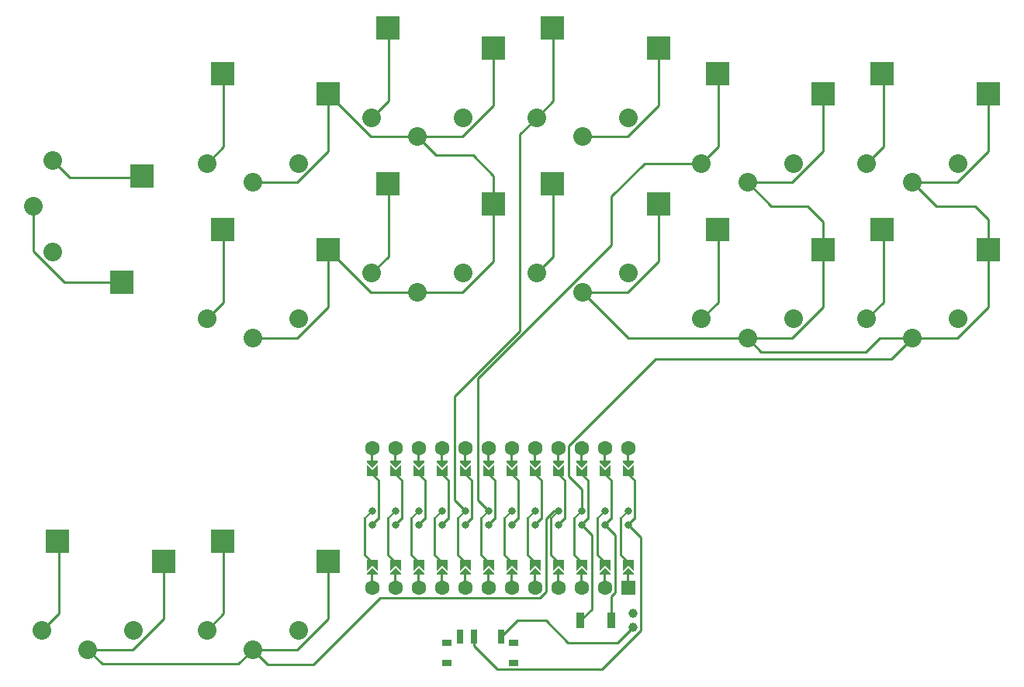
<source format=gbr>
%TF.GenerationSoftware,KiCad,Pcbnew,(5.1.10)-1*%
%TF.CreationDate,2022-08-11T13:18:27-05:00*%
%TF.ProjectId,lamia,6c616d69-612e-46b6-9963-61645f706362,v1.0.0*%
%TF.SameCoordinates,Original*%
%TF.FileFunction,Copper,L2,Bot*%
%TF.FilePolarity,Positive*%
%FSLAX46Y46*%
G04 Gerber Fmt 4.6, Leading zero omitted, Abs format (unit mm)*
G04 Created by KiCad (PCBNEW (5.1.10)-1) date 2022-08-11 13:18:27*
%MOMM*%
%LPD*%
G01*
G04 APERTURE LIST*
%TA.AperFunction,SMDPad,CuDef*%
%ADD10R,2.600000X2.600000*%
%TD*%
%TA.AperFunction,ComponentPad*%
%ADD11C,2.032000*%
%TD*%
%TA.AperFunction,ComponentPad*%
%ADD12C,1.600000*%
%TD*%
%TA.AperFunction,ComponentPad*%
%ADD13R,1.600000X1.600000*%
%TD*%
%TA.AperFunction,SMDPad,CuDef*%
%ADD14C,0.100000*%
%TD*%
%TA.AperFunction,ComponentPad*%
%ADD15C,0.800000*%
%TD*%
%TA.AperFunction,SMDPad,CuDef*%
%ADD16R,0.700000X1.500000*%
%TD*%
%TA.AperFunction,SMDPad,CuDef*%
%ADD17R,1.000000X0.800000*%
%TD*%
%TA.AperFunction,SMDPad,CuDef*%
%ADD18R,0.900000X1.700000*%
%TD*%
%TA.AperFunction,ComponentPad*%
%ADD19C,1.000000*%
%TD*%
%TA.AperFunction,Conductor*%
%ADD20C,0.250000*%
%TD*%
G04 APERTURE END LIST*
D10*
%TO.P,S1,1*%
%TO.N,P9*%
X5950000Y3275000D03*
%TO.P,S1,2*%
%TO.N,GND*%
X3750000Y-8275000D03*
%TD*%
D11*
%TO.P,S2,1*%
%TO.N,P9*%
X-3800000Y5000000D03*
%TO.P,S2,2*%
%TO.N,GND*%
X-5900000Y0D03*
%TO.P,S2,1*%
%TO.N,P9*%
X-3800000Y-5000000D03*
%TO.P,S2,2*%
%TO.N,GND*%
X-5900000Y0D03*
%TD*%
D10*
%TO.P,S3,1*%
%TO.N,P8*%
X14725000Y-2550000D03*
%TO.P,S3,2*%
%TO.N,GND*%
X26275000Y-4750000D03*
%TD*%
D11*
%TO.P,S4,1*%
%TO.N,P8*%
X13000000Y-12300000D03*
%TO.P,S4,2*%
%TO.N,GND*%
X18000000Y-14400000D03*
%TO.P,S4,1*%
%TO.N,P8*%
X23000000Y-12300000D03*
%TO.P,S4,2*%
%TO.N,GND*%
X18000000Y-14400000D03*
%TD*%
D10*
%TO.P,S5,1*%
%TO.N,P7*%
X14725000Y14450000D03*
%TO.P,S5,2*%
%TO.N,GND*%
X26275000Y12250000D03*
%TD*%
D11*
%TO.P,S6,1*%
%TO.N,P7*%
X13000000Y4700000D03*
%TO.P,S6,2*%
%TO.N,GND*%
X18000000Y2600000D03*
%TO.P,S6,1*%
%TO.N,P7*%
X23000000Y4700000D03*
%TO.P,S6,2*%
%TO.N,GND*%
X18000000Y2600000D03*
%TD*%
D10*
%TO.P,S7,1*%
%TO.N,P15*%
X32725000Y2450000D03*
%TO.P,S7,2*%
%TO.N,GND*%
X44275000Y250000D03*
%TD*%
D11*
%TO.P,S8,1*%
%TO.N,P15*%
X31000000Y-7300000D03*
%TO.P,S8,2*%
%TO.N,GND*%
X36000000Y-9400000D03*
%TO.P,S8,1*%
%TO.N,P15*%
X41000000Y-7300000D03*
%TO.P,S8,2*%
%TO.N,GND*%
X36000000Y-9400000D03*
%TD*%
D10*
%TO.P,S9,1*%
%TO.N,P6*%
X32725000Y19450000D03*
%TO.P,S9,2*%
%TO.N,GND*%
X44275000Y17250000D03*
%TD*%
D11*
%TO.P,S10,1*%
%TO.N,P6*%
X31000000Y9700000D03*
%TO.P,S10,2*%
%TO.N,GND*%
X36000000Y7600000D03*
%TO.P,S10,1*%
%TO.N,P6*%
X41000000Y9700000D03*
%TO.P,S10,2*%
%TO.N,GND*%
X36000000Y7600000D03*
%TD*%
D10*
%TO.P,S11,1*%
%TO.N,P18*%
X50725000Y2450000D03*
%TO.P,S11,2*%
%TO.N,GND*%
X62275000Y250000D03*
%TD*%
D11*
%TO.P,S12,1*%
%TO.N,P18*%
X49000000Y-7300000D03*
%TO.P,S12,2*%
%TO.N,GND*%
X54000000Y-9400000D03*
%TO.P,S12,1*%
%TO.N,P18*%
X59000000Y-7300000D03*
%TO.P,S12,2*%
%TO.N,GND*%
X54000000Y-9400000D03*
%TD*%
D10*
%TO.P,S13,1*%
%TO.N,P5*%
X50725000Y19450000D03*
%TO.P,S13,2*%
%TO.N,GND*%
X62275000Y17250000D03*
%TD*%
D11*
%TO.P,S14,1*%
%TO.N,P5*%
X49000000Y9700000D03*
%TO.P,S14,2*%
%TO.N,GND*%
X54000000Y7600000D03*
%TO.P,S14,1*%
%TO.N,P5*%
X59000000Y9700000D03*
%TO.P,S14,2*%
%TO.N,GND*%
X54000000Y7600000D03*
%TD*%
D10*
%TO.P,S15,1*%
%TO.N,P19*%
X68725000Y-2550000D03*
%TO.P,S15,2*%
%TO.N,GND*%
X80275000Y-4750000D03*
%TD*%
D11*
%TO.P,S16,1*%
%TO.N,P19*%
X67000000Y-12300000D03*
%TO.P,S16,2*%
%TO.N,GND*%
X72000000Y-14400000D03*
%TO.P,S16,1*%
%TO.N,P19*%
X77000000Y-12300000D03*
%TO.P,S16,2*%
%TO.N,GND*%
X72000000Y-14400000D03*
%TD*%
D10*
%TO.P,S17,1*%
%TO.N,P4*%
X68725000Y14450000D03*
%TO.P,S17,2*%
%TO.N,GND*%
X80275000Y12250000D03*
%TD*%
D11*
%TO.P,S18,1*%
%TO.N,P4*%
X67000000Y4700000D03*
%TO.P,S18,2*%
%TO.N,GND*%
X72000000Y2600000D03*
%TO.P,S18,1*%
%TO.N,P4*%
X77000000Y4700000D03*
%TO.P,S18,2*%
%TO.N,GND*%
X72000000Y2600000D03*
%TD*%
D10*
%TO.P,S19,1*%
%TO.N,P21*%
X86725000Y-2550000D03*
%TO.P,S19,2*%
%TO.N,GND*%
X98275000Y-4750000D03*
%TD*%
D11*
%TO.P,S20,1*%
%TO.N,P21*%
X85000000Y-12300000D03*
%TO.P,S20,2*%
%TO.N,GND*%
X90000000Y-14400000D03*
%TO.P,S20,1*%
%TO.N,P21*%
X95000000Y-12300000D03*
%TO.P,S20,2*%
%TO.N,GND*%
X90000000Y-14400000D03*
%TD*%
D10*
%TO.P,S21,1*%
%TO.N,P20*%
X86725000Y14450000D03*
%TO.P,S21,2*%
%TO.N,GND*%
X98275000Y12250000D03*
%TD*%
D11*
%TO.P,S22,1*%
%TO.N,P20*%
X85000000Y4700000D03*
%TO.P,S22,2*%
%TO.N,GND*%
X90000000Y2600000D03*
%TO.P,S22,1*%
%TO.N,P20*%
X95000000Y4700000D03*
%TO.P,S22,2*%
%TO.N,GND*%
X90000000Y2600000D03*
%TD*%
D10*
%TO.P,S23,1*%
%TO.N,P10*%
X-3275000Y-36550000D03*
%TO.P,S23,2*%
%TO.N,GND*%
X8275000Y-38750000D03*
%TD*%
D11*
%TO.P,S24,1*%
%TO.N,P10*%
X-5000000Y-46300000D03*
%TO.P,S24,2*%
%TO.N,GND*%
X0Y-48400000D03*
%TO.P,S24,1*%
%TO.N,P10*%
X5000000Y-46300000D03*
%TO.P,S24,2*%
%TO.N,GND*%
X0Y-48400000D03*
%TD*%
D10*
%TO.P,S25,1*%
%TO.N,P16*%
X14725000Y-36550000D03*
%TO.P,S25,2*%
%TO.N,GND*%
X26275000Y-38750000D03*
%TD*%
D11*
%TO.P,S26,1*%
%TO.N,P16*%
X13000000Y-46300000D03*
%TO.P,S26,2*%
%TO.N,GND*%
X18000000Y-48400000D03*
%TO.P,S26,1*%
%TO.N,P16*%
X23000000Y-46300000D03*
%TO.P,S26,2*%
%TO.N,GND*%
X18000000Y-48400000D03*
%TD*%
D12*
%TO.P,MCU1,*%
%TO.N,*%
X58970000Y-26380000D03*
X56430000Y-26380000D03*
X53890000Y-26380000D03*
X51350000Y-26380000D03*
X48810000Y-26380000D03*
X46270000Y-26380000D03*
X43730000Y-26380000D03*
X41190000Y-26380000D03*
X38650000Y-26380000D03*
X36110000Y-26380000D03*
X33570000Y-26380000D03*
X31030000Y-26380000D03*
X31030000Y-41620000D03*
X33570000Y-41620000D03*
X36110000Y-41620000D03*
X38650000Y-41620000D03*
X41190000Y-41620000D03*
X43730000Y-41620000D03*
X46270000Y-41620000D03*
X48810000Y-41620000D03*
X51350000Y-41620000D03*
X53890000Y-41620000D03*
X56430000Y-41620000D03*
X58970000Y-41620000D03*
D13*
X58970000Y-41620000D03*
%TA.AperFunction,SMDPad,CuDef*%
D14*
G36*
X59095000Y-28150000D02*
G01*
X58845000Y-28150000D01*
X58845000Y-27150000D01*
X59095000Y-27150000D01*
X59095000Y-28150000D01*
G37*
%TD.AperFunction*%
%TA.AperFunction,SMDPad,CuDef*%
%TO.P,MCU1,1*%
%TO.N,RAW*%
G36*
X59570000Y-29424000D02*
G01*
X58370000Y-29424000D01*
X58370000Y-28174000D01*
X58970000Y-28774000D01*
X59570000Y-28174000D01*
X59570000Y-29424000D01*
G37*
%TD.AperFunction*%
%TA.AperFunction,SMDPad,CuDef*%
%TO.P,MCU1,*%
%TO.N,*%
G36*
X59570000Y-27958000D02*
G01*
X58970000Y-28558000D01*
X58370000Y-27958000D01*
X58370000Y-27758000D01*
X59570000Y-27758000D01*
X59570000Y-27958000D01*
G37*
%TD.AperFunction*%
%TA.AperFunction,SMDPad,CuDef*%
G36*
X56555000Y-28150000D02*
G01*
X56305000Y-28150000D01*
X56305000Y-27150000D01*
X56555000Y-27150000D01*
X56555000Y-28150000D01*
G37*
%TD.AperFunction*%
%TA.AperFunction,SMDPad,CuDef*%
G36*
X57030000Y-27958000D02*
G01*
X56430000Y-28558000D01*
X55830000Y-27958000D01*
X55830000Y-27758000D01*
X57030000Y-27758000D01*
X57030000Y-27958000D01*
G37*
%TD.AperFunction*%
%TA.AperFunction,SMDPad,CuDef*%
%TO.P,MCU1,2*%
%TO.N,N/C*%
G36*
X57030000Y-29424000D02*
G01*
X55830000Y-29424000D01*
X55830000Y-28174000D01*
X56430000Y-28774000D01*
X57030000Y-28174000D01*
X57030000Y-29424000D01*
G37*
%TD.AperFunction*%
%TA.AperFunction,SMDPad,CuDef*%
%TO.P,MCU1,*%
%TO.N,*%
G36*
X54015000Y-28150000D02*
G01*
X53765000Y-28150000D01*
X53765000Y-27150000D01*
X54015000Y-27150000D01*
X54015000Y-28150000D01*
G37*
%TD.AperFunction*%
%TA.AperFunction,SMDPad,CuDef*%
G36*
X54490000Y-27958000D02*
G01*
X53890000Y-28558000D01*
X53290000Y-27958000D01*
X53290000Y-27758000D01*
X54490000Y-27758000D01*
X54490000Y-27958000D01*
G37*
%TD.AperFunction*%
%TA.AperFunction,SMDPad,CuDef*%
%TO.P,MCU1,3*%
%TO.N,RST*%
G36*
X54490000Y-29424000D02*
G01*
X53290000Y-29424000D01*
X53290000Y-28174000D01*
X53890000Y-28774000D01*
X54490000Y-28174000D01*
X54490000Y-29424000D01*
G37*
%TD.AperFunction*%
%TA.AperFunction,SMDPad,CuDef*%
%TO.P,MCU1,*%
%TO.N,*%
G36*
X51475000Y-28150000D02*
G01*
X51225000Y-28150000D01*
X51225000Y-27150000D01*
X51475000Y-27150000D01*
X51475000Y-28150000D01*
G37*
%TD.AperFunction*%
%TA.AperFunction,SMDPad,CuDef*%
G36*
X51950000Y-27958000D02*
G01*
X51350000Y-28558000D01*
X50750000Y-27958000D01*
X50750000Y-27758000D01*
X51950000Y-27758000D01*
X51950000Y-27958000D01*
G37*
%TD.AperFunction*%
%TA.AperFunction,SMDPad,CuDef*%
%TO.P,MCU1,4*%
%TO.N,VCC*%
G36*
X51950000Y-29424000D02*
G01*
X50750000Y-29424000D01*
X50750000Y-28174000D01*
X51350000Y-28774000D01*
X51950000Y-28174000D01*
X51950000Y-29424000D01*
G37*
%TD.AperFunction*%
%TA.AperFunction,SMDPad,CuDef*%
%TO.P,MCU1,*%
%TO.N,*%
G36*
X48935000Y-28150000D02*
G01*
X48685000Y-28150000D01*
X48685000Y-27150000D01*
X48935000Y-27150000D01*
X48935000Y-28150000D01*
G37*
%TD.AperFunction*%
%TA.AperFunction,SMDPad,CuDef*%
G36*
X49410000Y-27958000D02*
G01*
X48810000Y-28558000D01*
X48210000Y-27958000D01*
X48210000Y-27758000D01*
X49410000Y-27758000D01*
X49410000Y-27958000D01*
G37*
%TD.AperFunction*%
%TA.AperFunction,SMDPad,CuDef*%
%TO.P,MCU1,5*%
%TO.N,P21*%
G36*
X49410000Y-29424000D02*
G01*
X48210000Y-29424000D01*
X48210000Y-28174000D01*
X48810000Y-28774000D01*
X49410000Y-28174000D01*
X49410000Y-29424000D01*
G37*
%TD.AperFunction*%
%TA.AperFunction,SMDPad,CuDef*%
%TO.P,MCU1,*%
%TO.N,*%
G36*
X46395000Y-28150000D02*
G01*
X46145000Y-28150000D01*
X46145000Y-27150000D01*
X46395000Y-27150000D01*
X46395000Y-28150000D01*
G37*
%TD.AperFunction*%
%TA.AperFunction,SMDPad,CuDef*%
G36*
X46870000Y-27958000D02*
G01*
X46270000Y-28558000D01*
X45670000Y-27958000D01*
X45670000Y-27758000D01*
X46870000Y-27758000D01*
X46870000Y-27958000D01*
G37*
%TD.AperFunction*%
%TA.AperFunction,SMDPad,CuDef*%
%TO.P,MCU1,6*%
%TO.N,P20*%
G36*
X46870000Y-29424000D02*
G01*
X45670000Y-29424000D01*
X45670000Y-28174000D01*
X46270000Y-28774000D01*
X46870000Y-28174000D01*
X46870000Y-29424000D01*
G37*
%TD.AperFunction*%
%TA.AperFunction,SMDPad,CuDef*%
%TO.P,MCU1,*%
%TO.N,*%
G36*
X43855000Y-28150000D02*
G01*
X43605000Y-28150000D01*
X43605000Y-27150000D01*
X43855000Y-27150000D01*
X43855000Y-28150000D01*
G37*
%TD.AperFunction*%
%TA.AperFunction,SMDPad,CuDef*%
G36*
X44330000Y-27958000D02*
G01*
X43730000Y-28558000D01*
X43130000Y-27958000D01*
X43130000Y-27758000D01*
X44330000Y-27758000D01*
X44330000Y-27958000D01*
G37*
%TD.AperFunction*%
%TA.AperFunction,SMDPad,CuDef*%
%TO.P,MCU1,7*%
%TO.N,P19*%
G36*
X44330000Y-29424000D02*
G01*
X43130000Y-29424000D01*
X43130000Y-28174000D01*
X43730000Y-28774000D01*
X44330000Y-28174000D01*
X44330000Y-29424000D01*
G37*
%TD.AperFunction*%
%TA.AperFunction,SMDPad,CuDef*%
%TO.P,MCU1,*%
%TO.N,*%
G36*
X41315000Y-28150000D02*
G01*
X41065000Y-28150000D01*
X41065000Y-27150000D01*
X41315000Y-27150000D01*
X41315000Y-28150000D01*
G37*
%TD.AperFunction*%
%TA.AperFunction,SMDPad,CuDef*%
G36*
X41790000Y-27958000D02*
G01*
X41190000Y-28558000D01*
X40590000Y-27958000D01*
X40590000Y-27758000D01*
X41790000Y-27758000D01*
X41790000Y-27958000D01*
G37*
%TD.AperFunction*%
%TA.AperFunction,SMDPad,CuDef*%
%TO.P,MCU1,8*%
%TO.N,P18*%
G36*
X41790000Y-29424000D02*
G01*
X40590000Y-29424000D01*
X40590000Y-28174000D01*
X41190000Y-28774000D01*
X41790000Y-28174000D01*
X41790000Y-29424000D01*
G37*
%TD.AperFunction*%
%TA.AperFunction,SMDPad,CuDef*%
%TO.P,MCU1,*%
%TO.N,*%
G36*
X38775000Y-28150000D02*
G01*
X38525000Y-28150000D01*
X38525000Y-27150000D01*
X38775000Y-27150000D01*
X38775000Y-28150000D01*
G37*
%TD.AperFunction*%
%TA.AperFunction,SMDPad,CuDef*%
G36*
X39250000Y-27958000D02*
G01*
X38650000Y-28558000D01*
X38050000Y-27958000D01*
X38050000Y-27758000D01*
X39250000Y-27758000D01*
X39250000Y-27958000D01*
G37*
%TD.AperFunction*%
%TA.AperFunction,SMDPad,CuDef*%
%TO.P,MCU1,9*%
%TO.N,P15*%
G36*
X39250000Y-29424000D02*
G01*
X38050000Y-29424000D01*
X38050000Y-28174000D01*
X38650000Y-28774000D01*
X39250000Y-28174000D01*
X39250000Y-29424000D01*
G37*
%TD.AperFunction*%
%TA.AperFunction,SMDPad,CuDef*%
%TO.P,MCU1,*%
%TO.N,*%
G36*
X36235000Y-28150000D02*
G01*
X35985000Y-28150000D01*
X35985000Y-27150000D01*
X36235000Y-27150000D01*
X36235000Y-28150000D01*
G37*
%TD.AperFunction*%
%TA.AperFunction,SMDPad,CuDef*%
G36*
X36710000Y-27958000D02*
G01*
X36110000Y-28558000D01*
X35510000Y-27958000D01*
X35510000Y-27758000D01*
X36710000Y-27758000D01*
X36710000Y-27958000D01*
G37*
%TD.AperFunction*%
%TA.AperFunction,SMDPad,CuDef*%
%TO.P,MCU1,10*%
%TO.N,P14*%
G36*
X36710000Y-29424000D02*
G01*
X35510000Y-29424000D01*
X35510000Y-28174000D01*
X36110000Y-28774000D01*
X36710000Y-28174000D01*
X36710000Y-29424000D01*
G37*
%TD.AperFunction*%
%TA.AperFunction,SMDPad,CuDef*%
%TO.P,MCU1,*%
%TO.N,*%
G36*
X33695000Y-28150000D02*
G01*
X33445000Y-28150000D01*
X33445000Y-27150000D01*
X33695000Y-27150000D01*
X33695000Y-28150000D01*
G37*
%TD.AperFunction*%
%TA.AperFunction,SMDPad,CuDef*%
G36*
X34170000Y-27958000D02*
G01*
X33570000Y-28558000D01*
X32970000Y-27958000D01*
X32970000Y-27758000D01*
X34170000Y-27758000D01*
X34170000Y-27958000D01*
G37*
%TD.AperFunction*%
%TA.AperFunction,SMDPad,CuDef*%
%TO.P,MCU1,11*%
%TO.N,P16*%
G36*
X34170000Y-29424000D02*
G01*
X32970000Y-29424000D01*
X32970000Y-28174000D01*
X33570000Y-28774000D01*
X34170000Y-28174000D01*
X34170000Y-29424000D01*
G37*
%TD.AperFunction*%
%TA.AperFunction,SMDPad,CuDef*%
%TO.P,MCU1,*%
%TO.N,*%
G36*
X31155000Y-28150000D02*
G01*
X30905000Y-28150000D01*
X30905000Y-27150000D01*
X31155000Y-27150000D01*
X31155000Y-28150000D01*
G37*
%TD.AperFunction*%
%TA.AperFunction,SMDPad,CuDef*%
G36*
X31630000Y-27958000D02*
G01*
X31030000Y-28558000D01*
X30430000Y-27958000D01*
X30430000Y-27758000D01*
X31630000Y-27758000D01*
X31630000Y-27958000D01*
G37*
%TD.AperFunction*%
%TA.AperFunction,SMDPad,CuDef*%
%TO.P,MCU1,12*%
%TO.N,P10*%
G36*
X31630000Y-29424000D02*
G01*
X30430000Y-29424000D01*
X30430000Y-28174000D01*
X31030000Y-28774000D01*
X31630000Y-28174000D01*
X31630000Y-29424000D01*
G37*
%TD.AperFunction*%
%TA.AperFunction,SMDPad,CuDef*%
%TO.P,MCU1,*%
%TO.N,*%
G36*
X58845000Y-39850000D02*
G01*
X59095000Y-39850000D01*
X59095000Y-40850000D01*
X58845000Y-40850000D01*
X58845000Y-39850000D01*
G37*
%TD.AperFunction*%
%TA.AperFunction,SMDPad,CuDef*%
G36*
X58370000Y-40042000D02*
G01*
X58970000Y-39442000D01*
X59570000Y-40042000D01*
X59570000Y-40242000D01*
X58370000Y-40242000D01*
X58370000Y-40042000D01*
G37*
%TD.AperFunction*%
%TA.AperFunction,SMDPad,CuDef*%
%TO.P,MCU1,24*%
%TO.N,P1*%
G36*
X58370000Y-38576000D02*
G01*
X59570000Y-38576000D01*
X59570000Y-39826000D01*
X58970000Y-39226000D01*
X58370000Y-39826000D01*
X58370000Y-38576000D01*
G37*
%TD.AperFunction*%
%TA.AperFunction,SMDPad,CuDef*%
%TO.P,MCU1,23*%
%TO.N,P0*%
G36*
X55830000Y-38576000D02*
G01*
X57030000Y-38576000D01*
X57030000Y-39826000D01*
X56430000Y-39226000D01*
X55830000Y-39826000D01*
X55830000Y-38576000D01*
G37*
%TD.AperFunction*%
%TA.AperFunction,SMDPad,CuDef*%
%TO.P,MCU1,*%
%TO.N,*%
G36*
X56305000Y-39850000D02*
G01*
X56555000Y-39850000D01*
X56555000Y-40850000D01*
X56305000Y-40850000D01*
X56305000Y-39850000D01*
G37*
%TD.AperFunction*%
%TA.AperFunction,SMDPad,CuDef*%
G36*
X55830000Y-40042000D02*
G01*
X56430000Y-39442000D01*
X57030000Y-40042000D01*
X57030000Y-40242000D01*
X55830000Y-40242000D01*
X55830000Y-40042000D01*
G37*
%TD.AperFunction*%
%TA.AperFunction,SMDPad,CuDef*%
%TO.P,MCU1,22*%
%TO.N,GND*%
G36*
X53290000Y-38576000D02*
G01*
X54490000Y-38576000D01*
X54490000Y-39826000D01*
X53890000Y-39226000D01*
X53290000Y-39826000D01*
X53290000Y-38576000D01*
G37*
%TD.AperFunction*%
%TA.AperFunction,SMDPad,CuDef*%
%TO.P,MCU1,*%
%TO.N,*%
G36*
X53765000Y-39850000D02*
G01*
X54015000Y-39850000D01*
X54015000Y-40850000D01*
X53765000Y-40850000D01*
X53765000Y-39850000D01*
G37*
%TD.AperFunction*%
%TA.AperFunction,SMDPad,CuDef*%
G36*
X53290000Y-40042000D02*
G01*
X53890000Y-39442000D01*
X54490000Y-40042000D01*
X54490000Y-40242000D01*
X53290000Y-40242000D01*
X53290000Y-40042000D01*
G37*
%TD.AperFunction*%
%TA.AperFunction,SMDPad,CuDef*%
%TO.P,MCU1,21*%
%TO.N,GND*%
G36*
X50750000Y-38576000D02*
G01*
X51950000Y-38576000D01*
X51950000Y-39826000D01*
X51350000Y-39226000D01*
X50750000Y-39826000D01*
X50750000Y-38576000D01*
G37*
%TD.AperFunction*%
%TA.AperFunction,SMDPad,CuDef*%
%TO.P,MCU1,*%
%TO.N,*%
G36*
X51225000Y-39850000D02*
G01*
X51475000Y-39850000D01*
X51475000Y-40850000D01*
X51225000Y-40850000D01*
X51225000Y-39850000D01*
G37*
%TD.AperFunction*%
%TA.AperFunction,SMDPad,CuDef*%
G36*
X50750000Y-40042000D02*
G01*
X51350000Y-39442000D01*
X51950000Y-40042000D01*
X51950000Y-40242000D01*
X50750000Y-40242000D01*
X50750000Y-40042000D01*
G37*
%TD.AperFunction*%
%TA.AperFunction,SMDPad,CuDef*%
%TO.P,MCU1,20*%
%TO.N,P2*%
G36*
X48210000Y-38576000D02*
G01*
X49410000Y-38576000D01*
X49410000Y-39826000D01*
X48810000Y-39226000D01*
X48210000Y-39826000D01*
X48210000Y-38576000D01*
G37*
%TD.AperFunction*%
%TA.AperFunction,SMDPad,CuDef*%
%TO.P,MCU1,*%
%TO.N,*%
G36*
X48685000Y-39850000D02*
G01*
X48935000Y-39850000D01*
X48935000Y-40850000D01*
X48685000Y-40850000D01*
X48685000Y-39850000D01*
G37*
%TD.AperFunction*%
%TA.AperFunction,SMDPad,CuDef*%
G36*
X48210000Y-40042000D02*
G01*
X48810000Y-39442000D01*
X49410000Y-40042000D01*
X49410000Y-40242000D01*
X48210000Y-40242000D01*
X48210000Y-40042000D01*
G37*
%TD.AperFunction*%
%TA.AperFunction,SMDPad,CuDef*%
%TO.P,MCU1,19*%
%TO.N,P3*%
G36*
X45670000Y-38576000D02*
G01*
X46870000Y-38576000D01*
X46870000Y-39826000D01*
X46270000Y-39226000D01*
X45670000Y-39826000D01*
X45670000Y-38576000D01*
G37*
%TD.AperFunction*%
%TA.AperFunction,SMDPad,CuDef*%
%TO.P,MCU1,*%
%TO.N,*%
G36*
X46145000Y-39850000D02*
G01*
X46395000Y-39850000D01*
X46395000Y-40850000D01*
X46145000Y-40850000D01*
X46145000Y-39850000D01*
G37*
%TD.AperFunction*%
%TA.AperFunction,SMDPad,CuDef*%
G36*
X45670000Y-40042000D02*
G01*
X46270000Y-39442000D01*
X46870000Y-40042000D01*
X46870000Y-40242000D01*
X45670000Y-40242000D01*
X45670000Y-40042000D01*
G37*
%TD.AperFunction*%
%TA.AperFunction,SMDPad,CuDef*%
%TO.P,MCU1,18*%
%TO.N,P4*%
G36*
X43130000Y-38576000D02*
G01*
X44330000Y-38576000D01*
X44330000Y-39826000D01*
X43730000Y-39226000D01*
X43130000Y-39826000D01*
X43130000Y-38576000D01*
G37*
%TD.AperFunction*%
%TA.AperFunction,SMDPad,CuDef*%
%TO.P,MCU1,*%
%TO.N,*%
G36*
X43605000Y-39850000D02*
G01*
X43855000Y-39850000D01*
X43855000Y-40850000D01*
X43605000Y-40850000D01*
X43605000Y-39850000D01*
G37*
%TD.AperFunction*%
%TA.AperFunction,SMDPad,CuDef*%
G36*
X43130000Y-40042000D02*
G01*
X43730000Y-39442000D01*
X44330000Y-40042000D01*
X44330000Y-40242000D01*
X43130000Y-40242000D01*
X43130000Y-40042000D01*
G37*
%TD.AperFunction*%
%TA.AperFunction,SMDPad,CuDef*%
%TO.P,MCU1,17*%
%TO.N,P5*%
G36*
X40590000Y-38576000D02*
G01*
X41790000Y-38576000D01*
X41790000Y-39826000D01*
X41190000Y-39226000D01*
X40590000Y-39826000D01*
X40590000Y-38576000D01*
G37*
%TD.AperFunction*%
%TA.AperFunction,SMDPad,CuDef*%
%TO.P,MCU1,*%
%TO.N,*%
G36*
X41065000Y-39850000D02*
G01*
X41315000Y-39850000D01*
X41315000Y-40850000D01*
X41065000Y-40850000D01*
X41065000Y-39850000D01*
G37*
%TD.AperFunction*%
%TA.AperFunction,SMDPad,CuDef*%
G36*
X40590000Y-40042000D02*
G01*
X41190000Y-39442000D01*
X41790000Y-40042000D01*
X41790000Y-40242000D01*
X40590000Y-40242000D01*
X40590000Y-40042000D01*
G37*
%TD.AperFunction*%
%TA.AperFunction,SMDPad,CuDef*%
%TO.P,MCU1,16*%
%TO.N,P6*%
G36*
X38050000Y-38576000D02*
G01*
X39250000Y-38576000D01*
X39250000Y-39826000D01*
X38650000Y-39226000D01*
X38050000Y-39826000D01*
X38050000Y-38576000D01*
G37*
%TD.AperFunction*%
%TA.AperFunction,SMDPad,CuDef*%
%TO.P,MCU1,*%
%TO.N,*%
G36*
X38525000Y-39850000D02*
G01*
X38775000Y-39850000D01*
X38775000Y-40850000D01*
X38525000Y-40850000D01*
X38525000Y-39850000D01*
G37*
%TD.AperFunction*%
%TA.AperFunction,SMDPad,CuDef*%
G36*
X38050000Y-40042000D02*
G01*
X38650000Y-39442000D01*
X39250000Y-40042000D01*
X39250000Y-40242000D01*
X38050000Y-40242000D01*
X38050000Y-40042000D01*
G37*
%TD.AperFunction*%
%TA.AperFunction,SMDPad,CuDef*%
%TO.P,MCU1,15*%
%TO.N,P7*%
G36*
X35510000Y-38576000D02*
G01*
X36710000Y-38576000D01*
X36710000Y-39826000D01*
X36110000Y-39226000D01*
X35510000Y-39826000D01*
X35510000Y-38576000D01*
G37*
%TD.AperFunction*%
%TA.AperFunction,SMDPad,CuDef*%
%TO.P,MCU1,*%
%TO.N,*%
G36*
X35985000Y-39850000D02*
G01*
X36235000Y-39850000D01*
X36235000Y-40850000D01*
X35985000Y-40850000D01*
X35985000Y-39850000D01*
G37*
%TD.AperFunction*%
%TA.AperFunction,SMDPad,CuDef*%
G36*
X35510000Y-40042000D02*
G01*
X36110000Y-39442000D01*
X36710000Y-40042000D01*
X36710000Y-40242000D01*
X35510000Y-40242000D01*
X35510000Y-40042000D01*
G37*
%TD.AperFunction*%
%TA.AperFunction,SMDPad,CuDef*%
%TO.P,MCU1,14*%
%TO.N,P8*%
G36*
X32970000Y-38576000D02*
G01*
X34170000Y-38576000D01*
X34170000Y-39826000D01*
X33570000Y-39226000D01*
X32970000Y-39826000D01*
X32970000Y-38576000D01*
G37*
%TD.AperFunction*%
%TA.AperFunction,SMDPad,CuDef*%
%TO.P,MCU1,*%
%TO.N,*%
G36*
X33445000Y-39850000D02*
G01*
X33695000Y-39850000D01*
X33695000Y-40850000D01*
X33445000Y-40850000D01*
X33445000Y-39850000D01*
G37*
%TD.AperFunction*%
%TA.AperFunction,SMDPad,CuDef*%
G36*
X32970000Y-40042000D02*
G01*
X33570000Y-39442000D01*
X34170000Y-40042000D01*
X34170000Y-40242000D01*
X32970000Y-40242000D01*
X32970000Y-40042000D01*
G37*
%TD.AperFunction*%
%TA.AperFunction,SMDPad,CuDef*%
%TO.P,MCU1,13*%
%TO.N,P9*%
G36*
X30430000Y-38576000D02*
G01*
X31630000Y-38576000D01*
X31630000Y-39826000D01*
X31030000Y-39226000D01*
X30430000Y-39826000D01*
X30430000Y-38576000D01*
G37*
%TD.AperFunction*%
%TA.AperFunction,SMDPad,CuDef*%
%TO.P,MCU1,*%
%TO.N,*%
G36*
X30905000Y-39850000D02*
G01*
X31155000Y-39850000D01*
X31155000Y-40850000D01*
X30905000Y-40850000D01*
X30905000Y-39850000D01*
G37*
%TD.AperFunction*%
%TA.AperFunction,SMDPad,CuDef*%
G36*
X30430000Y-40042000D02*
G01*
X31030000Y-39442000D01*
X31630000Y-40042000D01*
X31630000Y-40242000D01*
X30430000Y-40242000D01*
X30430000Y-40042000D01*
G37*
%TD.AperFunction*%
%TA.AperFunction,SMDPad,CuDef*%
%TO.P,MCU1,23*%
%TO.N,P0*%
G36*
X56433734Y-33113151D02*
G01*
X56436133Y-33113151D01*
X56439780Y-33113510D01*
X56443500Y-33113731D01*
X56445928Y-33114115D01*
X56448341Y-33114353D01*
X56451913Y-33115063D01*
X56455563Y-33115641D01*
X56457967Y-33116267D01*
X56460373Y-33116746D01*
X56463846Y-33117800D01*
X56467380Y-33118720D01*
X56469734Y-33119586D01*
X56472111Y-33120307D01*
X56475415Y-33121675D01*
X56478842Y-33122936D01*
X56481133Y-33124044D01*
X56483444Y-33125001D01*
X56486587Y-33126681D01*
X56489836Y-33128252D01*
X56492019Y-33129584D01*
X56494263Y-33130784D01*
X56497191Y-33132740D01*
X56500261Y-33134614D01*
X56502344Y-33136183D01*
X56504462Y-33137599D01*
X56506172Y-33139002D01*
X56507162Y-33139815D01*
X56510014Y-33141964D01*
X56511945Y-33143740D01*
X56513945Y-33145381D01*
X56516405Y-33147841D01*
X56519004Y-33150231D01*
X56520767Y-33152203D01*
X56522619Y-33154055D01*
X56524815Y-33156731D01*
X56527143Y-33159335D01*
X56528722Y-33161492D01*
X56530401Y-33163538D01*
X56532300Y-33166380D01*
X56534357Y-33169190D01*
X56535736Y-33171522D01*
X56537216Y-33173737D01*
X56538818Y-33176734D01*
X56540573Y-33179702D01*
X56541726Y-33182174D01*
X56542999Y-33184556D01*
X56544289Y-33187670D01*
X56545734Y-33190769D01*
X56546652Y-33193375D01*
X56547693Y-33195889D01*
X56548662Y-33199084D01*
X56549791Y-33202289D01*
X56550456Y-33204998D01*
X56551254Y-33207627D01*
X56551900Y-33210874D01*
X56552704Y-33214148D01*
X56553106Y-33216938D01*
X56553647Y-33219659D01*
X56553970Y-33222935D01*
X56554445Y-33226236D01*
X56554574Y-33229072D01*
X56554849Y-33231867D01*
X56554849Y-33235133D01*
X56554999Y-33238436D01*
X56554849Y-33241303D01*
X56554849Y-33244133D01*
X56554533Y-33247341D01*
X56554361Y-33250631D01*
X56553926Y-33253504D01*
X56553647Y-33256341D01*
X56553021Y-33259490D01*
X56552534Y-33262707D01*
X56551819Y-33265533D01*
X56551254Y-33268373D01*
X56550326Y-33271431D01*
X56549538Y-33274546D01*
X56548541Y-33277315D01*
X56547693Y-33280111D01*
X56546485Y-33283029D01*
X56545402Y-33286036D01*
X56544130Y-33288714D01*
X56542999Y-33291444D01*
X56541521Y-33294209D01*
X56540163Y-33297069D01*
X56538622Y-33299633D01*
X56537216Y-33302263D01*
X56535489Y-33304847D01*
X56533873Y-33307537D01*
X56532067Y-33309969D01*
X56530401Y-33312462D01*
X56528448Y-33314842D01*
X56526592Y-33317341D01*
X56524540Y-33319604D01*
X56522619Y-33321945D01*
X56520459Y-33324105D01*
X56518389Y-33326388D01*
X55789000Y-34055776D01*
X55789000Y-38008224D01*
X56518389Y-38737612D01*
X56519614Y-38738854D01*
X56527691Y-38748016D01*
X56534834Y-38757921D01*
X56540977Y-38768475D01*
X56546061Y-38779579D01*
X56550037Y-38791126D01*
X56552867Y-38803007D01*
X56554525Y-38815105D01*
X56554993Y-38827309D01*
X56554269Y-38839500D01*
X56552359Y-38851563D01*
X56549280Y-38863380D01*
X56545064Y-38874842D01*
X56539748Y-38885836D01*
X56533386Y-38896261D01*
X56526036Y-38906014D01*
X56517769Y-38915004D01*
X56508665Y-38923143D01*
X56498810Y-38930357D01*
X56488298Y-38936573D01*
X56477231Y-38941734D01*
X56465711Y-38945791D01*
X56453852Y-38948704D01*
X56441764Y-38950445D01*
X56429564Y-38950999D01*
X56417369Y-38950361D01*
X56405293Y-38948534D01*
X56393454Y-38945538D01*
X56381964Y-38941402D01*
X56370931Y-38936163D01*
X56360463Y-38929873D01*
X56350659Y-38922592D01*
X56341612Y-38914389D01*
X55575612Y-38148388D01*
X55575334Y-38148107D01*
X55575304Y-38148079D01*
X55575273Y-38148045D01*
X55574386Y-38147146D01*
X55570762Y-38143035D01*
X55567132Y-38139004D01*
X55566742Y-38138475D01*
X55566310Y-38137985D01*
X55563117Y-38133557D01*
X55559885Y-38129174D01*
X55559551Y-38128614D01*
X55559166Y-38128080D01*
X55556404Y-38123334D01*
X55553632Y-38118684D01*
X55553355Y-38118096D01*
X55553023Y-38117525D01*
X55550737Y-38112532D01*
X55548432Y-38107634D01*
X55548214Y-38107021D01*
X55547939Y-38106421D01*
X55546167Y-38101274D01*
X55544335Y-38096129D01*
X55544175Y-38095486D01*
X55543964Y-38094874D01*
X55542702Y-38089579D01*
X55541381Y-38084279D01*
X55541286Y-38083637D01*
X55541133Y-38082994D01*
X55540389Y-38077559D01*
X55539597Y-38072198D01*
X55539565Y-38071545D01*
X55539476Y-38070895D01*
X55539267Y-38065451D01*
X55539000Y-38060000D01*
X55539000Y-34004000D01*
X55539003Y-34003602D01*
X55539001Y-34003564D01*
X55539003Y-34003520D01*
X55539012Y-34002255D01*
X55539356Y-33996787D01*
X55539640Y-33991368D01*
X55539738Y-33990722D01*
X55539779Y-33990066D01*
X55540649Y-33984699D01*
X55541466Y-33979293D01*
X55541628Y-33978653D01*
X55541732Y-33978011D01*
X55543122Y-33972749D01*
X55544462Y-33967454D01*
X55544683Y-33966841D01*
X55544851Y-33966204D01*
X55546763Y-33961061D01*
X55548599Y-33955963D01*
X55548878Y-33955375D01*
X55549108Y-33954757D01*
X55551496Y-33949861D01*
X55553837Y-33944931D01*
X55554177Y-33944365D01*
X55554462Y-33943781D01*
X55557303Y-33939162D01*
X55560127Y-33934463D01*
X55560518Y-33933937D01*
X55560861Y-33933379D01*
X55564182Y-33929004D01*
X55567409Y-33924659D01*
X55567843Y-33924181D01*
X55568244Y-33923652D01*
X55571988Y-33919608D01*
X55575612Y-33915612D01*
X56341612Y-33149611D01*
X56342854Y-33148386D01*
X56344509Y-33146927D01*
X56346055Y-33145381D01*
X56349059Y-33142916D01*
X56352016Y-33140309D01*
X56353828Y-33139002D01*
X56355538Y-33137599D01*
X56358751Y-33135452D01*
X56361921Y-33133166D01*
X56363865Y-33132035D01*
X56365737Y-33130784D01*
X56369130Y-33128971D01*
X56372475Y-33127023D01*
X56374554Y-33126071D01*
X56376556Y-33125001D01*
X56380071Y-33123545D01*
X56383579Y-33121939D01*
X56385771Y-33121184D01*
X56387889Y-33120307D01*
X56391501Y-33119211D01*
X56395126Y-33117963D01*
X56397404Y-33117420D01*
X56399627Y-33116746D01*
X56403315Y-33116012D01*
X56407007Y-33115133D01*
X56409355Y-33114811D01*
X56411659Y-33114353D01*
X56415364Y-33113988D01*
X56419105Y-33113475D01*
X56421508Y-33113383D01*
X56423867Y-33113151D01*
X56427554Y-33113151D01*
X56431309Y-33113007D01*
X56433734Y-33113151D01*
G37*
%TD.AperFunction*%
%TA.AperFunction,SMDPad,CuDef*%
%TO.P,MCU1,2*%
%TO.N,GND*%
G36*
X56426266Y-34886849D02*
G01*
X56423867Y-34886849D01*
X56420220Y-34886490D01*
X56416500Y-34886269D01*
X56414072Y-34885885D01*
X56411659Y-34885647D01*
X56408087Y-34884937D01*
X56404437Y-34884359D01*
X56402033Y-34883733D01*
X56399627Y-34883254D01*
X56396154Y-34882200D01*
X56392620Y-34881280D01*
X56390266Y-34880414D01*
X56387889Y-34879693D01*
X56384585Y-34878325D01*
X56381158Y-34877064D01*
X56378867Y-34875956D01*
X56376556Y-34874999D01*
X56373413Y-34873319D01*
X56370164Y-34871748D01*
X56367981Y-34870416D01*
X56365737Y-34869216D01*
X56362809Y-34867260D01*
X56359739Y-34865386D01*
X56357656Y-34863817D01*
X56355538Y-34862401D01*
X56353828Y-34860998D01*
X56352838Y-34860185D01*
X56349986Y-34858036D01*
X56348055Y-34856260D01*
X56346055Y-34854619D01*
X56343595Y-34852159D01*
X56340996Y-34849769D01*
X56339233Y-34847797D01*
X56337381Y-34845945D01*
X56335185Y-34843269D01*
X56332857Y-34840665D01*
X56331278Y-34838508D01*
X56329599Y-34836462D01*
X56327700Y-34833620D01*
X56325643Y-34830810D01*
X56324264Y-34828478D01*
X56322784Y-34826263D01*
X56321182Y-34823266D01*
X56319427Y-34820298D01*
X56318274Y-34817826D01*
X56317001Y-34815444D01*
X56315711Y-34812330D01*
X56314266Y-34809231D01*
X56313348Y-34806625D01*
X56312307Y-34804111D01*
X56311338Y-34800916D01*
X56310209Y-34797711D01*
X56309544Y-34795002D01*
X56308746Y-34792373D01*
X56308100Y-34789126D01*
X56307296Y-34785852D01*
X56306894Y-34783062D01*
X56306353Y-34780341D01*
X56306030Y-34777065D01*
X56305555Y-34773764D01*
X56305426Y-34770928D01*
X56305151Y-34768133D01*
X56305151Y-34764867D01*
X56305001Y-34761564D01*
X56305151Y-34758697D01*
X56305151Y-34755867D01*
X56305467Y-34752659D01*
X56305639Y-34749369D01*
X56306074Y-34746496D01*
X56306353Y-34743659D01*
X56306979Y-34740510D01*
X56307466Y-34737293D01*
X56308181Y-34734467D01*
X56308746Y-34731627D01*
X56309674Y-34728569D01*
X56310462Y-34725454D01*
X56311459Y-34722685D01*
X56312307Y-34719889D01*
X56313515Y-34716971D01*
X56314598Y-34713964D01*
X56315870Y-34711286D01*
X56317001Y-34708556D01*
X56318479Y-34705791D01*
X56319837Y-34702931D01*
X56321378Y-34700367D01*
X56322784Y-34697737D01*
X56324511Y-34695153D01*
X56326127Y-34692463D01*
X56327933Y-34690031D01*
X56329599Y-34687538D01*
X56331552Y-34685158D01*
X56333408Y-34682659D01*
X56335460Y-34680396D01*
X56337381Y-34678055D01*
X56339541Y-34675895D01*
X56341611Y-34673612D01*
X57071000Y-33944224D01*
X57071000Y-29991776D01*
X56341611Y-29262388D01*
X56340386Y-29261146D01*
X56332309Y-29251984D01*
X56325166Y-29242079D01*
X56319023Y-29231525D01*
X56313939Y-29220421D01*
X56309963Y-29208874D01*
X56307133Y-29196993D01*
X56305475Y-29184895D01*
X56305007Y-29172691D01*
X56305731Y-29160500D01*
X56307641Y-29148437D01*
X56310720Y-29136620D01*
X56314936Y-29125158D01*
X56320252Y-29114164D01*
X56326614Y-29103739D01*
X56333964Y-29093986D01*
X56342231Y-29084996D01*
X56351335Y-29076857D01*
X56361190Y-29069643D01*
X56371702Y-29063427D01*
X56382769Y-29058266D01*
X56394289Y-29054209D01*
X56406148Y-29051296D01*
X56418236Y-29049555D01*
X56430436Y-29049001D01*
X56442631Y-29049639D01*
X56454707Y-29051466D01*
X56466546Y-29054462D01*
X56478036Y-29058598D01*
X56489069Y-29063837D01*
X56499537Y-29070127D01*
X56509341Y-29077408D01*
X56518388Y-29085611D01*
X57284388Y-29851612D01*
X57284666Y-29851893D01*
X57284696Y-29851921D01*
X57284727Y-29851955D01*
X57285614Y-29852854D01*
X57289238Y-29856965D01*
X57292868Y-29860996D01*
X57293258Y-29861525D01*
X57293690Y-29862015D01*
X57296883Y-29866443D01*
X57300115Y-29870826D01*
X57300449Y-29871386D01*
X57300834Y-29871920D01*
X57303596Y-29876666D01*
X57306368Y-29881316D01*
X57306645Y-29881904D01*
X57306977Y-29882475D01*
X57309263Y-29887468D01*
X57311568Y-29892366D01*
X57311786Y-29892979D01*
X57312061Y-29893579D01*
X57313833Y-29898726D01*
X57315665Y-29903871D01*
X57315825Y-29904514D01*
X57316036Y-29905126D01*
X57317298Y-29910421D01*
X57318619Y-29915721D01*
X57318714Y-29916363D01*
X57318867Y-29917006D01*
X57319611Y-29922441D01*
X57320403Y-29927802D01*
X57320435Y-29928455D01*
X57320524Y-29929105D01*
X57320733Y-29934549D01*
X57321000Y-29940000D01*
X57321000Y-33996000D01*
X57320997Y-33996398D01*
X57320999Y-33996436D01*
X57320997Y-33996480D01*
X57320988Y-33997745D01*
X57320644Y-34003213D01*
X57320360Y-34008632D01*
X57320262Y-34009278D01*
X57320221Y-34009934D01*
X57319351Y-34015301D01*
X57318534Y-34020707D01*
X57318372Y-34021347D01*
X57318268Y-34021989D01*
X57316878Y-34027251D01*
X57315538Y-34032546D01*
X57315317Y-34033159D01*
X57315149Y-34033796D01*
X57313237Y-34038939D01*
X57311401Y-34044037D01*
X57311122Y-34044625D01*
X57310892Y-34045243D01*
X57308504Y-34050139D01*
X57306163Y-34055069D01*
X57305823Y-34055635D01*
X57305538Y-34056219D01*
X57302697Y-34060838D01*
X57299873Y-34065537D01*
X57299482Y-34066063D01*
X57299139Y-34066621D01*
X57295818Y-34070996D01*
X57292591Y-34075341D01*
X57292157Y-34075819D01*
X57291756Y-34076348D01*
X57288012Y-34080392D01*
X57284388Y-34084388D01*
X56518388Y-34850389D01*
X56517146Y-34851614D01*
X56515491Y-34853073D01*
X56513945Y-34854619D01*
X56510941Y-34857084D01*
X56507984Y-34859691D01*
X56506172Y-34860998D01*
X56504462Y-34862401D01*
X56501249Y-34864548D01*
X56498079Y-34866834D01*
X56496135Y-34867965D01*
X56494263Y-34869216D01*
X56490870Y-34871029D01*
X56487525Y-34872977D01*
X56485446Y-34873929D01*
X56483444Y-34874999D01*
X56479929Y-34876455D01*
X56476421Y-34878061D01*
X56474229Y-34878816D01*
X56472111Y-34879693D01*
X56468499Y-34880789D01*
X56464874Y-34882037D01*
X56462596Y-34882580D01*
X56460373Y-34883254D01*
X56456685Y-34883988D01*
X56452993Y-34884867D01*
X56450645Y-34885189D01*
X56448341Y-34885647D01*
X56444636Y-34886012D01*
X56440895Y-34886525D01*
X56438492Y-34886617D01*
X56436133Y-34886849D01*
X56432446Y-34886849D01*
X56428691Y-34886993D01*
X56426266Y-34886849D01*
G37*
%TD.AperFunction*%
D15*
X56430000Y-34762000D03*
%TO.P,MCU1,23*%
%TO.N,P0*%
X56430000Y-33238000D03*
%TO.P,MCU1,24*%
%TO.N,P1*%
X58970000Y-33238000D03*
%TO.P,MCU1,1*%
%TO.N,RAW*%
X58970000Y-34762000D03*
%TA.AperFunction,SMDPad,CuDef*%
D14*
%TO.P,MCU1,24*%
%TO.N,P1*%
G36*
X58973734Y-33113151D02*
G01*
X58976133Y-33113151D01*
X58979780Y-33113510D01*
X58983500Y-33113731D01*
X58985928Y-33114115D01*
X58988341Y-33114353D01*
X58991913Y-33115063D01*
X58995563Y-33115641D01*
X58997967Y-33116267D01*
X59000373Y-33116746D01*
X59003846Y-33117800D01*
X59007380Y-33118720D01*
X59009734Y-33119586D01*
X59012111Y-33120307D01*
X59015415Y-33121675D01*
X59018842Y-33122936D01*
X59021133Y-33124044D01*
X59023444Y-33125001D01*
X59026587Y-33126681D01*
X59029836Y-33128252D01*
X59032019Y-33129584D01*
X59034263Y-33130784D01*
X59037191Y-33132740D01*
X59040261Y-33134614D01*
X59042344Y-33136183D01*
X59044462Y-33137599D01*
X59046172Y-33139002D01*
X59047162Y-33139815D01*
X59050014Y-33141964D01*
X59051945Y-33143740D01*
X59053945Y-33145381D01*
X59056405Y-33147841D01*
X59059004Y-33150231D01*
X59060767Y-33152203D01*
X59062619Y-33154055D01*
X59064815Y-33156731D01*
X59067143Y-33159335D01*
X59068722Y-33161492D01*
X59070401Y-33163538D01*
X59072300Y-33166380D01*
X59074357Y-33169190D01*
X59075736Y-33171522D01*
X59077216Y-33173737D01*
X59078818Y-33176734D01*
X59080573Y-33179702D01*
X59081726Y-33182174D01*
X59082999Y-33184556D01*
X59084289Y-33187670D01*
X59085734Y-33190769D01*
X59086652Y-33193375D01*
X59087693Y-33195889D01*
X59088662Y-33199084D01*
X59089791Y-33202289D01*
X59090456Y-33204998D01*
X59091254Y-33207627D01*
X59091900Y-33210874D01*
X59092704Y-33214148D01*
X59093106Y-33216938D01*
X59093647Y-33219659D01*
X59093970Y-33222935D01*
X59094445Y-33226236D01*
X59094574Y-33229072D01*
X59094849Y-33231867D01*
X59094849Y-33235133D01*
X59094999Y-33238436D01*
X59094849Y-33241303D01*
X59094849Y-33244133D01*
X59094533Y-33247341D01*
X59094361Y-33250631D01*
X59093926Y-33253504D01*
X59093647Y-33256341D01*
X59093021Y-33259490D01*
X59092534Y-33262707D01*
X59091819Y-33265533D01*
X59091254Y-33268373D01*
X59090326Y-33271431D01*
X59089538Y-33274546D01*
X59088541Y-33277315D01*
X59087693Y-33280111D01*
X59086485Y-33283029D01*
X59085402Y-33286036D01*
X59084130Y-33288714D01*
X59082999Y-33291444D01*
X59081521Y-33294209D01*
X59080163Y-33297069D01*
X59078622Y-33299633D01*
X59077216Y-33302263D01*
X59075489Y-33304847D01*
X59073873Y-33307537D01*
X59072067Y-33309969D01*
X59070401Y-33312462D01*
X59068448Y-33314842D01*
X59066592Y-33317341D01*
X59064540Y-33319604D01*
X59062619Y-33321945D01*
X59060459Y-33324105D01*
X59058389Y-33326388D01*
X58329000Y-34055776D01*
X58329000Y-38008224D01*
X59058389Y-38737612D01*
X59059614Y-38738854D01*
X59067691Y-38748016D01*
X59074834Y-38757921D01*
X59080977Y-38768475D01*
X59086061Y-38779579D01*
X59090037Y-38791126D01*
X59092867Y-38803007D01*
X59094525Y-38815105D01*
X59094993Y-38827309D01*
X59094269Y-38839500D01*
X59092359Y-38851563D01*
X59089280Y-38863380D01*
X59085064Y-38874842D01*
X59079748Y-38885836D01*
X59073386Y-38896261D01*
X59066036Y-38906014D01*
X59057769Y-38915004D01*
X59048665Y-38923143D01*
X59038810Y-38930357D01*
X59028298Y-38936573D01*
X59017231Y-38941734D01*
X59005711Y-38945791D01*
X58993852Y-38948704D01*
X58981764Y-38950445D01*
X58969564Y-38950999D01*
X58957369Y-38950361D01*
X58945293Y-38948534D01*
X58933454Y-38945538D01*
X58921964Y-38941402D01*
X58910931Y-38936163D01*
X58900463Y-38929873D01*
X58890659Y-38922592D01*
X58881612Y-38914389D01*
X58115612Y-38148388D01*
X58115334Y-38148107D01*
X58115304Y-38148079D01*
X58115273Y-38148045D01*
X58114386Y-38147146D01*
X58110762Y-38143035D01*
X58107132Y-38139004D01*
X58106742Y-38138475D01*
X58106310Y-38137985D01*
X58103117Y-38133557D01*
X58099885Y-38129174D01*
X58099551Y-38128614D01*
X58099166Y-38128080D01*
X58096404Y-38123334D01*
X58093632Y-38118684D01*
X58093355Y-38118096D01*
X58093023Y-38117525D01*
X58090737Y-38112532D01*
X58088432Y-38107634D01*
X58088214Y-38107021D01*
X58087939Y-38106421D01*
X58086167Y-38101274D01*
X58084335Y-38096129D01*
X58084175Y-38095486D01*
X58083964Y-38094874D01*
X58082702Y-38089579D01*
X58081381Y-38084279D01*
X58081286Y-38083637D01*
X58081133Y-38082994D01*
X58080389Y-38077559D01*
X58079597Y-38072198D01*
X58079565Y-38071545D01*
X58079476Y-38070895D01*
X58079267Y-38065451D01*
X58079000Y-38060000D01*
X58079000Y-34004000D01*
X58079003Y-34003602D01*
X58079001Y-34003564D01*
X58079003Y-34003520D01*
X58079012Y-34002255D01*
X58079356Y-33996787D01*
X58079640Y-33991368D01*
X58079738Y-33990722D01*
X58079779Y-33990066D01*
X58080649Y-33984699D01*
X58081466Y-33979293D01*
X58081628Y-33978653D01*
X58081732Y-33978011D01*
X58083122Y-33972749D01*
X58084462Y-33967454D01*
X58084683Y-33966841D01*
X58084851Y-33966204D01*
X58086763Y-33961061D01*
X58088599Y-33955963D01*
X58088878Y-33955375D01*
X58089108Y-33954757D01*
X58091496Y-33949861D01*
X58093837Y-33944931D01*
X58094177Y-33944365D01*
X58094462Y-33943781D01*
X58097303Y-33939162D01*
X58100127Y-33934463D01*
X58100518Y-33933937D01*
X58100861Y-33933379D01*
X58104182Y-33929004D01*
X58107409Y-33924659D01*
X58107843Y-33924181D01*
X58108244Y-33923652D01*
X58111988Y-33919608D01*
X58115612Y-33915612D01*
X58881612Y-33149611D01*
X58882854Y-33148386D01*
X58884509Y-33146927D01*
X58886055Y-33145381D01*
X58889059Y-33142916D01*
X58892016Y-33140309D01*
X58893828Y-33139002D01*
X58895538Y-33137599D01*
X58898751Y-33135452D01*
X58901921Y-33133166D01*
X58903865Y-33132035D01*
X58905737Y-33130784D01*
X58909130Y-33128971D01*
X58912475Y-33127023D01*
X58914554Y-33126071D01*
X58916556Y-33125001D01*
X58920071Y-33123545D01*
X58923579Y-33121939D01*
X58925771Y-33121184D01*
X58927889Y-33120307D01*
X58931501Y-33119211D01*
X58935126Y-33117963D01*
X58937404Y-33117420D01*
X58939627Y-33116746D01*
X58943315Y-33116012D01*
X58947007Y-33115133D01*
X58949355Y-33114811D01*
X58951659Y-33114353D01*
X58955364Y-33113988D01*
X58959105Y-33113475D01*
X58961508Y-33113383D01*
X58963867Y-33113151D01*
X58967554Y-33113151D01*
X58971309Y-33113007D01*
X58973734Y-33113151D01*
G37*
%TD.AperFunction*%
%TA.AperFunction,SMDPad,CuDef*%
%TO.P,MCU1,1*%
%TO.N,RAW*%
G36*
X58966266Y-34886849D02*
G01*
X58963867Y-34886849D01*
X58960220Y-34886490D01*
X58956500Y-34886269D01*
X58954072Y-34885885D01*
X58951659Y-34885647D01*
X58948087Y-34884937D01*
X58944437Y-34884359D01*
X58942033Y-34883733D01*
X58939627Y-34883254D01*
X58936154Y-34882200D01*
X58932620Y-34881280D01*
X58930266Y-34880414D01*
X58927889Y-34879693D01*
X58924585Y-34878325D01*
X58921158Y-34877064D01*
X58918867Y-34875956D01*
X58916556Y-34874999D01*
X58913413Y-34873319D01*
X58910164Y-34871748D01*
X58907981Y-34870416D01*
X58905737Y-34869216D01*
X58902809Y-34867260D01*
X58899739Y-34865386D01*
X58897656Y-34863817D01*
X58895538Y-34862401D01*
X58893828Y-34860998D01*
X58892838Y-34860185D01*
X58889986Y-34858036D01*
X58888055Y-34856260D01*
X58886055Y-34854619D01*
X58883595Y-34852159D01*
X58880996Y-34849769D01*
X58879233Y-34847797D01*
X58877381Y-34845945D01*
X58875185Y-34843269D01*
X58872857Y-34840665D01*
X58871278Y-34838508D01*
X58869599Y-34836462D01*
X58867700Y-34833620D01*
X58865643Y-34830810D01*
X58864264Y-34828478D01*
X58862784Y-34826263D01*
X58861182Y-34823266D01*
X58859427Y-34820298D01*
X58858274Y-34817826D01*
X58857001Y-34815444D01*
X58855711Y-34812330D01*
X58854266Y-34809231D01*
X58853348Y-34806625D01*
X58852307Y-34804111D01*
X58851338Y-34800916D01*
X58850209Y-34797711D01*
X58849544Y-34795002D01*
X58848746Y-34792373D01*
X58848100Y-34789126D01*
X58847296Y-34785852D01*
X58846894Y-34783062D01*
X58846353Y-34780341D01*
X58846030Y-34777065D01*
X58845555Y-34773764D01*
X58845426Y-34770928D01*
X58845151Y-34768133D01*
X58845151Y-34764867D01*
X58845001Y-34761564D01*
X58845151Y-34758697D01*
X58845151Y-34755867D01*
X58845467Y-34752659D01*
X58845639Y-34749369D01*
X58846074Y-34746496D01*
X58846353Y-34743659D01*
X58846979Y-34740510D01*
X58847466Y-34737293D01*
X58848181Y-34734467D01*
X58848746Y-34731627D01*
X58849674Y-34728569D01*
X58850462Y-34725454D01*
X58851459Y-34722685D01*
X58852307Y-34719889D01*
X58853515Y-34716971D01*
X58854598Y-34713964D01*
X58855870Y-34711286D01*
X58857001Y-34708556D01*
X58858479Y-34705791D01*
X58859837Y-34702931D01*
X58861378Y-34700367D01*
X58862784Y-34697737D01*
X58864511Y-34695153D01*
X58866127Y-34692463D01*
X58867933Y-34690031D01*
X58869599Y-34687538D01*
X58871552Y-34685158D01*
X58873408Y-34682659D01*
X58875460Y-34680396D01*
X58877381Y-34678055D01*
X58879541Y-34675895D01*
X58881611Y-34673612D01*
X59611000Y-33944224D01*
X59611000Y-29991776D01*
X58881611Y-29262388D01*
X58880386Y-29261146D01*
X58872309Y-29251984D01*
X58865166Y-29242079D01*
X58859023Y-29231525D01*
X58853939Y-29220421D01*
X58849963Y-29208874D01*
X58847133Y-29196993D01*
X58845475Y-29184895D01*
X58845007Y-29172691D01*
X58845731Y-29160500D01*
X58847641Y-29148437D01*
X58850720Y-29136620D01*
X58854936Y-29125158D01*
X58860252Y-29114164D01*
X58866614Y-29103739D01*
X58873964Y-29093986D01*
X58882231Y-29084996D01*
X58891335Y-29076857D01*
X58901190Y-29069643D01*
X58911702Y-29063427D01*
X58922769Y-29058266D01*
X58934289Y-29054209D01*
X58946148Y-29051296D01*
X58958236Y-29049555D01*
X58970436Y-29049001D01*
X58982631Y-29049639D01*
X58994707Y-29051466D01*
X59006546Y-29054462D01*
X59018036Y-29058598D01*
X59029069Y-29063837D01*
X59039537Y-29070127D01*
X59049341Y-29077408D01*
X59058388Y-29085611D01*
X59824388Y-29851612D01*
X59824666Y-29851893D01*
X59824696Y-29851921D01*
X59824727Y-29851955D01*
X59825614Y-29852854D01*
X59829238Y-29856965D01*
X59832868Y-29860996D01*
X59833258Y-29861525D01*
X59833690Y-29862015D01*
X59836883Y-29866443D01*
X59840115Y-29870826D01*
X59840449Y-29871386D01*
X59840834Y-29871920D01*
X59843596Y-29876666D01*
X59846368Y-29881316D01*
X59846645Y-29881904D01*
X59846977Y-29882475D01*
X59849263Y-29887468D01*
X59851568Y-29892366D01*
X59851786Y-29892979D01*
X59852061Y-29893579D01*
X59853833Y-29898726D01*
X59855665Y-29903871D01*
X59855825Y-29904514D01*
X59856036Y-29905126D01*
X59857298Y-29910421D01*
X59858619Y-29915721D01*
X59858714Y-29916363D01*
X59858867Y-29917006D01*
X59859611Y-29922441D01*
X59860403Y-29927802D01*
X59860435Y-29928455D01*
X59860524Y-29929105D01*
X59860733Y-29934549D01*
X59861000Y-29940000D01*
X59861000Y-33996000D01*
X59860997Y-33996398D01*
X59860999Y-33996436D01*
X59860997Y-33996480D01*
X59860988Y-33997745D01*
X59860644Y-34003213D01*
X59860360Y-34008632D01*
X59860262Y-34009278D01*
X59860221Y-34009934D01*
X59859351Y-34015301D01*
X59858534Y-34020707D01*
X59858372Y-34021347D01*
X59858268Y-34021989D01*
X59856878Y-34027251D01*
X59855538Y-34032546D01*
X59855317Y-34033159D01*
X59855149Y-34033796D01*
X59853237Y-34038939D01*
X59851401Y-34044037D01*
X59851122Y-34044625D01*
X59850892Y-34045243D01*
X59848504Y-34050139D01*
X59846163Y-34055069D01*
X59845823Y-34055635D01*
X59845538Y-34056219D01*
X59842697Y-34060838D01*
X59839873Y-34065537D01*
X59839482Y-34066063D01*
X59839139Y-34066621D01*
X59835818Y-34070996D01*
X59832591Y-34075341D01*
X59832157Y-34075819D01*
X59831756Y-34076348D01*
X59828012Y-34080392D01*
X59824388Y-34084388D01*
X59058388Y-34850389D01*
X59057146Y-34851614D01*
X59055491Y-34853073D01*
X59053945Y-34854619D01*
X59050941Y-34857084D01*
X59047984Y-34859691D01*
X59046172Y-34860998D01*
X59044462Y-34862401D01*
X59041249Y-34864548D01*
X59038079Y-34866834D01*
X59036135Y-34867965D01*
X59034263Y-34869216D01*
X59030870Y-34871029D01*
X59027525Y-34872977D01*
X59025446Y-34873929D01*
X59023444Y-34874999D01*
X59019929Y-34876455D01*
X59016421Y-34878061D01*
X59014229Y-34878816D01*
X59012111Y-34879693D01*
X59008499Y-34880789D01*
X59004874Y-34882037D01*
X59002596Y-34882580D01*
X59000373Y-34883254D01*
X58996685Y-34883988D01*
X58992993Y-34884867D01*
X58990645Y-34885189D01*
X58988341Y-34885647D01*
X58984636Y-34886012D01*
X58980895Y-34886525D01*
X58978492Y-34886617D01*
X58976133Y-34886849D01*
X58972446Y-34886849D01*
X58968691Y-34886993D01*
X58966266Y-34886849D01*
G37*
%TD.AperFunction*%
D15*
%TO.P,MCU1,22*%
%TO.N,GND*%
X53890000Y-33238000D03*
%TO.P,MCU1,3*%
%TO.N,RST*%
X53890000Y-34762000D03*
%TA.AperFunction,SMDPad,CuDef*%
D14*
%TO.P,MCU1,22*%
%TO.N,GND*%
G36*
X53893734Y-33113151D02*
G01*
X53896133Y-33113151D01*
X53899780Y-33113510D01*
X53903500Y-33113731D01*
X53905928Y-33114115D01*
X53908341Y-33114353D01*
X53911913Y-33115063D01*
X53915563Y-33115641D01*
X53917967Y-33116267D01*
X53920373Y-33116746D01*
X53923846Y-33117800D01*
X53927380Y-33118720D01*
X53929734Y-33119586D01*
X53932111Y-33120307D01*
X53935415Y-33121675D01*
X53938842Y-33122936D01*
X53941133Y-33124044D01*
X53943444Y-33125001D01*
X53946587Y-33126681D01*
X53949836Y-33128252D01*
X53952019Y-33129584D01*
X53954263Y-33130784D01*
X53957191Y-33132740D01*
X53960261Y-33134614D01*
X53962344Y-33136183D01*
X53964462Y-33137599D01*
X53966172Y-33139002D01*
X53967162Y-33139815D01*
X53970014Y-33141964D01*
X53971945Y-33143740D01*
X53973945Y-33145381D01*
X53976405Y-33147841D01*
X53979004Y-33150231D01*
X53980767Y-33152203D01*
X53982619Y-33154055D01*
X53984815Y-33156731D01*
X53987143Y-33159335D01*
X53988722Y-33161492D01*
X53990401Y-33163538D01*
X53992300Y-33166380D01*
X53994357Y-33169190D01*
X53995736Y-33171522D01*
X53997216Y-33173737D01*
X53998818Y-33176734D01*
X54000573Y-33179702D01*
X54001726Y-33182174D01*
X54002999Y-33184556D01*
X54004289Y-33187670D01*
X54005734Y-33190769D01*
X54006652Y-33193375D01*
X54007693Y-33195889D01*
X54008662Y-33199084D01*
X54009791Y-33202289D01*
X54010456Y-33204998D01*
X54011254Y-33207627D01*
X54011900Y-33210874D01*
X54012704Y-33214148D01*
X54013106Y-33216938D01*
X54013647Y-33219659D01*
X54013970Y-33222935D01*
X54014445Y-33226236D01*
X54014574Y-33229072D01*
X54014849Y-33231867D01*
X54014849Y-33235133D01*
X54014999Y-33238436D01*
X54014849Y-33241303D01*
X54014849Y-33244133D01*
X54014533Y-33247341D01*
X54014361Y-33250631D01*
X54013926Y-33253504D01*
X54013647Y-33256341D01*
X54013021Y-33259490D01*
X54012534Y-33262707D01*
X54011819Y-33265533D01*
X54011254Y-33268373D01*
X54010326Y-33271431D01*
X54009538Y-33274546D01*
X54008541Y-33277315D01*
X54007693Y-33280111D01*
X54006485Y-33283029D01*
X54005402Y-33286036D01*
X54004130Y-33288714D01*
X54002999Y-33291444D01*
X54001521Y-33294209D01*
X54000163Y-33297069D01*
X53998622Y-33299633D01*
X53997216Y-33302263D01*
X53995489Y-33304847D01*
X53993873Y-33307537D01*
X53992067Y-33309969D01*
X53990401Y-33312462D01*
X53988448Y-33314842D01*
X53986592Y-33317341D01*
X53984540Y-33319604D01*
X53982619Y-33321945D01*
X53980459Y-33324105D01*
X53978389Y-33326388D01*
X53249000Y-34055776D01*
X53249000Y-38008224D01*
X53978389Y-38737612D01*
X53979614Y-38738854D01*
X53987691Y-38748016D01*
X53994834Y-38757921D01*
X54000977Y-38768475D01*
X54006061Y-38779579D01*
X54010037Y-38791126D01*
X54012867Y-38803007D01*
X54014525Y-38815105D01*
X54014993Y-38827309D01*
X54014269Y-38839500D01*
X54012359Y-38851563D01*
X54009280Y-38863380D01*
X54005064Y-38874842D01*
X53999748Y-38885836D01*
X53993386Y-38896261D01*
X53986036Y-38906014D01*
X53977769Y-38915004D01*
X53968665Y-38923143D01*
X53958810Y-38930357D01*
X53948298Y-38936573D01*
X53937231Y-38941734D01*
X53925711Y-38945791D01*
X53913852Y-38948704D01*
X53901764Y-38950445D01*
X53889564Y-38950999D01*
X53877369Y-38950361D01*
X53865293Y-38948534D01*
X53853454Y-38945538D01*
X53841964Y-38941402D01*
X53830931Y-38936163D01*
X53820463Y-38929873D01*
X53810659Y-38922592D01*
X53801612Y-38914389D01*
X53035612Y-38148388D01*
X53035334Y-38148107D01*
X53035304Y-38148079D01*
X53035273Y-38148045D01*
X53034386Y-38147146D01*
X53030762Y-38143035D01*
X53027132Y-38139004D01*
X53026742Y-38138475D01*
X53026310Y-38137985D01*
X53023117Y-38133557D01*
X53019885Y-38129174D01*
X53019551Y-38128614D01*
X53019166Y-38128080D01*
X53016404Y-38123334D01*
X53013632Y-38118684D01*
X53013355Y-38118096D01*
X53013023Y-38117525D01*
X53010737Y-38112532D01*
X53008432Y-38107634D01*
X53008214Y-38107021D01*
X53007939Y-38106421D01*
X53006167Y-38101274D01*
X53004335Y-38096129D01*
X53004175Y-38095486D01*
X53003964Y-38094874D01*
X53002702Y-38089579D01*
X53001381Y-38084279D01*
X53001286Y-38083637D01*
X53001133Y-38082994D01*
X53000389Y-38077559D01*
X52999597Y-38072198D01*
X52999565Y-38071545D01*
X52999476Y-38070895D01*
X52999267Y-38065451D01*
X52999000Y-38060000D01*
X52999000Y-34004000D01*
X52999003Y-34003602D01*
X52999001Y-34003564D01*
X52999003Y-34003520D01*
X52999012Y-34002255D01*
X52999356Y-33996787D01*
X52999640Y-33991368D01*
X52999738Y-33990722D01*
X52999779Y-33990066D01*
X53000649Y-33984699D01*
X53001466Y-33979293D01*
X53001628Y-33978653D01*
X53001732Y-33978011D01*
X53003122Y-33972749D01*
X53004462Y-33967454D01*
X53004683Y-33966841D01*
X53004851Y-33966204D01*
X53006763Y-33961061D01*
X53008599Y-33955963D01*
X53008878Y-33955375D01*
X53009108Y-33954757D01*
X53011496Y-33949861D01*
X53013837Y-33944931D01*
X53014177Y-33944365D01*
X53014462Y-33943781D01*
X53017303Y-33939162D01*
X53020127Y-33934463D01*
X53020518Y-33933937D01*
X53020861Y-33933379D01*
X53024182Y-33929004D01*
X53027409Y-33924659D01*
X53027843Y-33924181D01*
X53028244Y-33923652D01*
X53031988Y-33919608D01*
X53035612Y-33915612D01*
X53801612Y-33149611D01*
X53802854Y-33148386D01*
X53804509Y-33146927D01*
X53806055Y-33145381D01*
X53809059Y-33142916D01*
X53812016Y-33140309D01*
X53813828Y-33139002D01*
X53815538Y-33137599D01*
X53818751Y-33135452D01*
X53821921Y-33133166D01*
X53823865Y-33132035D01*
X53825737Y-33130784D01*
X53829130Y-33128971D01*
X53832475Y-33127023D01*
X53834554Y-33126071D01*
X53836556Y-33125001D01*
X53840071Y-33123545D01*
X53843579Y-33121939D01*
X53845771Y-33121184D01*
X53847889Y-33120307D01*
X53851501Y-33119211D01*
X53855126Y-33117963D01*
X53857404Y-33117420D01*
X53859627Y-33116746D01*
X53863315Y-33116012D01*
X53867007Y-33115133D01*
X53869355Y-33114811D01*
X53871659Y-33114353D01*
X53875364Y-33113988D01*
X53879105Y-33113475D01*
X53881508Y-33113383D01*
X53883867Y-33113151D01*
X53887554Y-33113151D01*
X53891309Y-33113007D01*
X53893734Y-33113151D01*
G37*
%TD.AperFunction*%
%TA.AperFunction,SMDPad,CuDef*%
%TO.P,MCU1,3*%
%TO.N,RST*%
G36*
X53886266Y-34886849D02*
G01*
X53883867Y-34886849D01*
X53880220Y-34886490D01*
X53876500Y-34886269D01*
X53874072Y-34885885D01*
X53871659Y-34885647D01*
X53868087Y-34884937D01*
X53864437Y-34884359D01*
X53862033Y-34883733D01*
X53859627Y-34883254D01*
X53856154Y-34882200D01*
X53852620Y-34881280D01*
X53850266Y-34880414D01*
X53847889Y-34879693D01*
X53844585Y-34878325D01*
X53841158Y-34877064D01*
X53838867Y-34875956D01*
X53836556Y-34874999D01*
X53833413Y-34873319D01*
X53830164Y-34871748D01*
X53827981Y-34870416D01*
X53825737Y-34869216D01*
X53822809Y-34867260D01*
X53819739Y-34865386D01*
X53817656Y-34863817D01*
X53815538Y-34862401D01*
X53813828Y-34860998D01*
X53812838Y-34860185D01*
X53809986Y-34858036D01*
X53808055Y-34856260D01*
X53806055Y-34854619D01*
X53803595Y-34852159D01*
X53800996Y-34849769D01*
X53799233Y-34847797D01*
X53797381Y-34845945D01*
X53795185Y-34843269D01*
X53792857Y-34840665D01*
X53791278Y-34838508D01*
X53789599Y-34836462D01*
X53787700Y-34833620D01*
X53785643Y-34830810D01*
X53784264Y-34828478D01*
X53782784Y-34826263D01*
X53781182Y-34823266D01*
X53779427Y-34820298D01*
X53778274Y-34817826D01*
X53777001Y-34815444D01*
X53775711Y-34812330D01*
X53774266Y-34809231D01*
X53773348Y-34806625D01*
X53772307Y-34804111D01*
X53771338Y-34800916D01*
X53770209Y-34797711D01*
X53769544Y-34795002D01*
X53768746Y-34792373D01*
X53768100Y-34789126D01*
X53767296Y-34785852D01*
X53766894Y-34783062D01*
X53766353Y-34780341D01*
X53766030Y-34777065D01*
X53765555Y-34773764D01*
X53765426Y-34770928D01*
X53765151Y-34768133D01*
X53765151Y-34764867D01*
X53765001Y-34761564D01*
X53765151Y-34758697D01*
X53765151Y-34755867D01*
X53765467Y-34752659D01*
X53765639Y-34749369D01*
X53766074Y-34746496D01*
X53766353Y-34743659D01*
X53766979Y-34740510D01*
X53767466Y-34737293D01*
X53768181Y-34734467D01*
X53768746Y-34731627D01*
X53769674Y-34728569D01*
X53770462Y-34725454D01*
X53771459Y-34722685D01*
X53772307Y-34719889D01*
X53773515Y-34716971D01*
X53774598Y-34713964D01*
X53775870Y-34711286D01*
X53777001Y-34708556D01*
X53778479Y-34705791D01*
X53779837Y-34702931D01*
X53781378Y-34700367D01*
X53782784Y-34697737D01*
X53784511Y-34695153D01*
X53786127Y-34692463D01*
X53787933Y-34690031D01*
X53789599Y-34687538D01*
X53791552Y-34685158D01*
X53793408Y-34682659D01*
X53795460Y-34680396D01*
X53797381Y-34678055D01*
X53799541Y-34675895D01*
X53801611Y-34673612D01*
X54531000Y-33944224D01*
X54531000Y-29991776D01*
X53801611Y-29262388D01*
X53800386Y-29261146D01*
X53792309Y-29251984D01*
X53785166Y-29242079D01*
X53779023Y-29231525D01*
X53773939Y-29220421D01*
X53769963Y-29208874D01*
X53767133Y-29196993D01*
X53765475Y-29184895D01*
X53765007Y-29172691D01*
X53765731Y-29160500D01*
X53767641Y-29148437D01*
X53770720Y-29136620D01*
X53774936Y-29125158D01*
X53780252Y-29114164D01*
X53786614Y-29103739D01*
X53793964Y-29093986D01*
X53802231Y-29084996D01*
X53811335Y-29076857D01*
X53821190Y-29069643D01*
X53831702Y-29063427D01*
X53842769Y-29058266D01*
X53854289Y-29054209D01*
X53866148Y-29051296D01*
X53878236Y-29049555D01*
X53890436Y-29049001D01*
X53902631Y-29049639D01*
X53914707Y-29051466D01*
X53926546Y-29054462D01*
X53938036Y-29058598D01*
X53949069Y-29063837D01*
X53959537Y-29070127D01*
X53969341Y-29077408D01*
X53978388Y-29085611D01*
X54744388Y-29851612D01*
X54744666Y-29851893D01*
X54744696Y-29851921D01*
X54744727Y-29851955D01*
X54745614Y-29852854D01*
X54749238Y-29856965D01*
X54752868Y-29860996D01*
X54753258Y-29861525D01*
X54753690Y-29862015D01*
X54756883Y-29866443D01*
X54760115Y-29870826D01*
X54760449Y-29871386D01*
X54760834Y-29871920D01*
X54763596Y-29876666D01*
X54766368Y-29881316D01*
X54766645Y-29881904D01*
X54766977Y-29882475D01*
X54769263Y-29887468D01*
X54771568Y-29892366D01*
X54771786Y-29892979D01*
X54772061Y-29893579D01*
X54773833Y-29898726D01*
X54775665Y-29903871D01*
X54775825Y-29904514D01*
X54776036Y-29905126D01*
X54777298Y-29910421D01*
X54778619Y-29915721D01*
X54778714Y-29916363D01*
X54778867Y-29917006D01*
X54779611Y-29922441D01*
X54780403Y-29927802D01*
X54780435Y-29928455D01*
X54780524Y-29929105D01*
X54780733Y-29934549D01*
X54781000Y-29940000D01*
X54781000Y-33996000D01*
X54780997Y-33996398D01*
X54780999Y-33996436D01*
X54780997Y-33996480D01*
X54780988Y-33997745D01*
X54780644Y-34003213D01*
X54780360Y-34008632D01*
X54780262Y-34009278D01*
X54780221Y-34009934D01*
X54779351Y-34015301D01*
X54778534Y-34020707D01*
X54778372Y-34021347D01*
X54778268Y-34021989D01*
X54776878Y-34027251D01*
X54775538Y-34032546D01*
X54775317Y-34033159D01*
X54775149Y-34033796D01*
X54773237Y-34038939D01*
X54771401Y-34044037D01*
X54771122Y-34044625D01*
X54770892Y-34045243D01*
X54768504Y-34050139D01*
X54766163Y-34055069D01*
X54765823Y-34055635D01*
X54765538Y-34056219D01*
X54762697Y-34060838D01*
X54759873Y-34065537D01*
X54759482Y-34066063D01*
X54759139Y-34066621D01*
X54755818Y-34070996D01*
X54752591Y-34075341D01*
X54752157Y-34075819D01*
X54751756Y-34076348D01*
X54748012Y-34080392D01*
X54744388Y-34084388D01*
X53978388Y-34850389D01*
X53977146Y-34851614D01*
X53975491Y-34853073D01*
X53973945Y-34854619D01*
X53970941Y-34857084D01*
X53967984Y-34859691D01*
X53966172Y-34860998D01*
X53964462Y-34862401D01*
X53961249Y-34864548D01*
X53958079Y-34866834D01*
X53956135Y-34867965D01*
X53954263Y-34869216D01*
X53950870Y-34871029D01*
X53947525Y-34872977D01*
X53945446Y-34873929D01*
X53943444Y-34874999D01*
X53939929Y-34876455D01*
X53936421Y-34878061D01*
X53934229Y-34878816D01*
X53932111Y-34879693D01*
X53928499Y-34880789D01*
X53924874Y-34882037D01*
X53922596Y-34882580D01*
X53920373Y-34883254D01*
X53916685Y-34883988D01*
X53912993Y-34884867D01*
X53910645Y-34885189D01*
X53908341Y-34885647D01*
X53904636Y-34886012D01*
X53900895Y-34886525D01*
X53898492Y-34886617D01*
X53896133Y-34886849D01*
X53892446Y-34886849D01*
X53888691Y-34886993D01*
X53886266Y-34886849D01*
G37*
%TD.AperFunction*%
D15*
%TO.P,MCU1,21*%
%TO.N,GND*%
X51350000Y-33238000D03*
%TO.P,MCU1,4*%
%TO.N,VCC*%
X51350000Y-34762000D03*
%TA.AperFunction,SMDPad,CuDef*%
D14*
%TO.P,MCU1,21*%
%TO.N,GND*%
G36*
X51353734Y-33113151D02*
G01*
X51356133Y-33113151D01*
X51359780Y-33113510D01*
X51363500Y-33113731D01*
X51365928Y-33114115D01*
X51368341Y-33114353D01*
X51371913Y-33115063D01*
X51375563Y-33115641D01*
X51377967Y-33116267D01*
X51380373Y-33116746D01*
X51383846Y-33117800D01*
X51387380Y-33118720D01*
X51389734Y-33119586D01*
X51392111Y-33120307D01*
X51395415Y-33121675D01*
X51398842Y-33122936D01*
X51401133Y-33124044D01*
X51403444Y-33125001D01*
X51406587Y-33126681D01*
X51409836Y-33128252D01*
X51412019Y-33129584D01*
X51414263Y-33130784D01*
X51417191Y-33132740D01*
X51420261Y-33134614D01*
X51422344Y-33136183D01*
X51424462Y-33137599D01*
X51426172Y-33139002D01*
X51427162Y-33139815D01*
X51430014Y-33141964D01*
X51431945Y-33143740D01*
X51433945Y-33145381D01*
X51436405Y-33147841D01*
X51439004Y-33150231D01*
X51440767Y-33152203D01*
X51442619Y-33154055D01*
X51444815Y-33156731D01*
X51447143Y-33159335D01*
X51448722Y-33161492D01*
X51450401Y-33163538D01*
X51452300Y-33166380D01*
X51454357Y-33169190D01*
X51455736Y-33171522D01*
X51457216Y-33173737D01*
X51458818Y-33176734D01*
X51460573Y-33179702D01*
X51461726Y-33182174D01*
X51462999Y-33184556D01*
X51464289Y-33187670D01*
X51465734Y-33190769D01*
X51466652Y-33193375D01*
X51467693Y-33195889D01*
X51468662Y-33199084D01*
X51469791Y-33202289D01*
X51470456Y-33204998D01*
X51471254Y-33207627D01*
X51471900Y-33210874D01*
X51472704Y-33214148D01*
X51473106Y-33216938D01*
X51473647Y-33219659D01*
X51473970Y-33222935D01*
X51474445Y-33226236D01*
X51474574Y-33229072D01*
X51474849Y-33231867D01*
X51474849Y-33235133D01*
X51474999Y-33238436D01*
X51474849Y-33241303D01*
X51474849Y-33244133D01*
X51474533Y-33247341D01*
X51474361Y-33250631D01*
X51473926Y-33253504D01*
X51473647Y-33256341D01*
X51473021Y-33259490D01*
X51472534Y-33262707D01*
X51471819Y-33265533D01*
X51471254Y-33268373D01*
X51470326Y-33271431D01*
X51469538Y-33274546D01*
X51468541Y-33277315D01*
X51467693Y-33280111D01*
X51466485Y-33283029D01*
X51465402Y-33286036D01*
X51464130Y-33288714D01*
X51462999Y-33291444D01*
X51461521Y-33294209D01*
X51460163Y-33297069D01*
X51458622Y-33299633D01*
X51457216Y-33302263D01*
X51455489Y-33304847D01*
X51453873Y-33307537D01*
X51452067Y-33309969D01*
X51450401Y-33312462D01*
X51448448Y-33314842D01*
X51446592Y-33317341D01*
X51444540Y-33319604D01*
X51442619Y-33321945D01*
X51440459Y-33324105D01*
X51438389Y-33326388D01*
X50709000Y-34055776D01*
X50709000Y-38008224D01*
X51438389Y-38737612D01*
X51439614Y-38738854D01*
X51447691Y-38748016D01*
X51454834Y-38757921D01*
X51460977Y-38768475D01*
X51466061Y-38779579D01*
X51470037Y-38791126D01*
X51472867Y-38803007D01*
X51474525Y-38815105D01*
X51474993Y-38827309D01*
X51474269Y-38839500D01*
X51472359Y-38851563D01*
X51469280Y-38863380D01*
X51465064Y-38874842D01*
X51459748Y-38885836D01*
X51453386Y-38896261D01*
X51446036Y-38906014D01*
X51437769Y-38915004D01*
X51428665Y-38923143D01*
X51418810Y-38930357D01*
X51408298Y-38936573D01*
X51397231Y-38941734D01*
X51385711Y-38945791D01*
X51373852Y-38948704D01*
X51361764Y-38950445D01*
X51349564Y-38950999D01*
X51337369Y-38950361D01*
X51325293Y-38948534D01*
X51313454Y-38945538D01*
X51301964Y-38941402D01*
X51290931Y-38936163D01*
X51280463Y-38929873D01*
X51270659Y-38922592D01*
X51261612Y-38914389D01*
X50495612Y-38148388D01*
X50495334Y-38148107D01*
X50495304Y-38148079D01*
X50495273Y-38148045D01*
X50494386Y-38147146D01*
X50490762Y-38143035D01*
X50487132Y-38139004D01*
X50486742Y-38138475D01*
X50486310Y-38137985D01*
X50483117Y-38133557D01*
X50479885Y-38129174D01*
X50479551Y-38128614D01*
X50479166Y-38128080D01*
X50476404Y-38123334D01*
X50473632Y-38118684D01*
X50473355Y-38118096D01*
X50473023Y-38117525D01*
X50470737Y-38112532D01*
X50468432Y-38107634D01*
X50468214Y-38107021D01*
X50467939Y-38106421D01*
X50466167Y-38101274D01*
X50464335Y-38096129D01*
X50464175Y-38095486D01*
X50463964Y-38094874D01*
X50462702Y-38089579D01*
X50461381Y-38084279D01*
X50461286Y-38083637D01*
X50461133Y-38082994D01*
X50460389Y-38077559D01*
X50459597Y-38072198D01*
X50459565Y-38071545D01*
X50459476Y-38070895D01*
X50459267Y-38065451D01*
X50459000Y-38060000D01*
X50459000Y-34004000D01*
X50459003Y-34003602D01*
X50459001Y-34003564D01*
X50459003Y-34003520D01*
X50459012Y-34002255D01*
X50459356Y-33996787D01*
X50459640Y-33991368D01*
X50459738Y-33990722D01*
X50459779Y-33990066D01*
X50460649Y-33984699D01*
X50461466Y-33979293D01*
X50461628Y-33978653D01*
X50461732Y-33978011D01*
X50463122Y-33972749D01*
X50464462Y-33967454D01*
X50464683Y-33966841D01*
X50464851Y-33966204D01*
X50466763Y-33961061D01*
X50468599Y-33955963D01*
X50468878Y-33955375D01*
X50469108Y-33954757D01*
X50471496Y-33949861D01*
X50473837Y-33944931D01*
X50474177Y-33944365D01*
X50474462Y-33943781D01*
X50477303Y-33939162D01*
X50480127Y-33934463D01*
X50480518Y-33933937D01*
X50480861Y-33933379D01*
X50484182Y-33929004D01*
X50487409Y-33924659D01*
X50487843Y-33924181D01*
X50488244Y-33923652D01*
X50491988Y-33919608D01*
X50495612Y-33915612D01*
X51261612Y-33149611D01*
X51262854Y-33148386D01*
X51264509Y-33146927D01*
X51266055Y-33145381D01*
X51269059Y-33142916D01*
X51272016Y-33140309D01*
X51273828Y-33139002D01*
X51275538Y-33137599D01*
X51278751Y-33135452D01*
X51281921Y-33133166D01*
X51283865Y-33132035D01*
X51285737Y-33130784D01*
X51289130Y-33128971D01*
X51292475Y-33127023D01*
X51294554Y-33126071D01*
X51296556Y-33125001D01*
X51300071Y-33123545D01*
X51303579Y-33121939D01*
X51305771Y-33121184D01*
X51307889Y-33120307D01*
X51311501Y-33119211D01*
X51315126Y-33117963D01*
X51317404Y-33117420D01*
X51319627Y-33116746D01*
X51323315Y-33116012D01*
X51327007Y-33115133D01*
X51329355Y-33114811D01*
X51331659Y-33114353D01*
X51335364Y-33113988D01*
X51339105Y-33113475D01*
X51341508Y-33113383D01*
X51343867Y-33113151D01*
X51347554Y-33113151D01*
X51351309Y-33113007D01*
X51353734Y-33113151D01*
G37*
%TD.AperFunction*%
%TA.AperFunction,SMDPad,CuDef*%
%TO.P,MCU1,4*%
%TO.N,VCC*%
G36*
X51346266Y-34886849D02*
G01*
X51343867Y-34886849D01*
X51340220Y-34886490D01*
X51336500Y-34886269D01*
X51334072Y-34885885D01*
X51331659Y-34885647D01*
X51328087Y-34884937D01*
X51324437Y-34884359D01*
X51322033Y-34883733D01*
X51319627Y-34883254D01*
X51316154Y-34882200D01*
X51312620Y-34881280D01*
X51310266Y-34880414D01*
X51307889Y-34879693D01*
X51304585Y-34878325D01*
X51301158Y-34877064D01*
X51298867Y-34875956D01*
X51296556Y-34874999D01*
X51293413Y-34873319D01*
X51290164Y-34871748D01*
X51287981Y-34870416D01*
X51285737Y-34869216D01*
X51282809Y-34867260D01*
X51279739Y-34865386D01*
X51277656Y-34863817D01*
X51275538Y-34862401D01*
X51273828Y-34860998D01*
X51272838Y-34860185D01*
X51269986Y-34858036D01*
X51268055Y-34856260D01*
X51266055Y-34854619D01*
X51263595Y-34852159D01*
X51260996Y-34849769D01*
X51259233Y-34847797D01*
X51257381Y-34845945D01*
X51255185Y-34843269D01*
X51252857Y-34840665D01*
X51251278Y-34838508D01*
X51249599Y-34836462D01*
X51247700Y-34833620D01*
X51245643Y-34830810D01*
X51244264Y-34828478D01*
X51242784Y-34826263D01*
X51241182Y-34823266D01*
X51239427Y-34820298D01*
X51238274Y-34817826D01*
X51237001Y-34815444D01*
X51235711Y-34812330D01*
X51234266Y-34809231D01*
X51233348Y-34806625D01*
X51232307Y-34804111D01*
X51231338Y-34800916D01*
X51230209Y-34797711D01*
X51229544Y-34795002D01*
X51228746Y-34792373D01*
X51228100Y-34789126D01*
X51227296Y-34785852D01*
X51226894Y-34783062D01*
X51226353Y-34780341D01*
X51226030Y-34777065D01*
X51225555Y-34773764D01*
X51225426Y-34770928D01*
X51225151Y-34768133D01*
X51225151Y-34764867D01*
X51225001Y-34761564D01*
X51225151Y-34758697D01*
X51225151Y-34755867D01*
X51225467Y-34752659D01*
X51225639Y-34749369D01*
X51226074Y-34746496D01*
X51226353Y-34743659D01*
X51226979Y-34740510D01*
X51227466Y-34737293D01*
X51228181Y-34734467D01*
X51228746Y-34731627D01*
X51229674Y-34728569D01*
X51230462Y-34725454D01*
X51231459Y-34722685D01*
X51232307Y-34719889D01*
X51233515Y-34716971D01*
X51234598Y-34713964D01*
X51235870Y-34711286D01*
X51237001Y-34708556D01*
X51238479Y-34705791D01*
X51239837Y-34702931D01*
X51241378Y-34700367D01*
X51242784Y-34697737D01*
X51244511Y-34695153D01*
X51246127Y-34692463D01*
X51247933Y-34690031D01*
X51249599Y-34687538D01*
X51251552Y-34685158D01*
X51253408Y-34682659D01*
X51255460Y-34680396D01*
X51257381Y-34678055D01*
X51259541Y-34675895D01*
X51261611Y-34673612D01*
X51991000Y-33944224D01*
X51991000Y-29991776D01*
X51261611Y-29262388D01*
X51260386Y-29261146D01*
X51252309Y-29251984D01*
X51245166Y-29242079D01*
X51239023Y-29231525D01*
X51233939Y-29220421D01*
X51229963Y-29208874D01*
X51227133Y-29196993D01*
X51225475Y-29184895D01*
X51225007Y-29172691D01*
X51225731Y-29160500D01*
X51227641Y-29148437D01*
X51230720Y-29136620D01*
X51234936Y-29125158D01*
X51240252Y-29114164D01*
X51246614Y-29103739D01*
X51253964Y-29093986D01*
X51262231Y-29084996D01*
X51271335Y-29076857D01*
X51281190Y-29069643D01*
X51291702Y-29063427D01*
X51302769Y-29058266D01*
X51314289Y-29054209D01*
X51326148Y-29051296D01*
X51338236Y-29049555D01*
X51350436Y-29049001D01*
X51362631Y-29049639D01*
X51374707Y-29051466D01*
X51386546Y-29054462D01*
X51398036Y-29058598D01*
X51409069Y-29063837D01*
X51419537Y-29070127D01*
X51429341Y-29077408D01*
X51438388Y-29085611D01*
X52204388Y-29851612D01*
X52204666Y-29851893D01*
X52204696Y-29851921D01*
X52204727Y-29851955D01*
X52205614Y-29852854D01*
X52209238Y-29856965D01*
X52212868Y-29860996D01*
X52213258Y-29861525D01*
X52213690Y-29862015D01*
X52216883Y-29866443D01*
X52220115Y-29870826D01*
X52220449Y-29871386D01*
X52220834Y-29871920D01*
X52223596Y-29876666D01*
X52226368Y-29881316D01*
X52226645Y-29881904D01*
X52226977Y-29882475D01*
X52229263Y-29887468D01*
X52231568Y-29892366D01*
X52231786Y-29892979D01*
X52232061Y-29893579D01*
X52233833Y-29898726D01*
X52235665Y-29903871D01*
X52235825Y-29904514D01*
X52236036Y-29905126D01*
X52237298Y-29910421D01*
X52238619Y-29915721D01*
X52238714Y-29916363D01*
X52238867Y-29917006D01*
X52239611Y-29922441D01*
X52240403Y-29927802D01*
X52240435Y-29928455D01*
X52240524Y-29929105D01*
X52240733Y-29934549D01*
X52241000Y-29940000D01*
X52241000Y-33996000D01*
X52240997Y-33996398D01*
X52240999Y-33996436D01*
X52240997Y-33996480D01*
X52240988Y-33997745D01*
X52240644Y-34003213D01*
X52240360Y-34008632D01*
X52240262Y-34009278D01*
X52240221Y-34009934D01*
X52239351Y-34015301D01*
X52238534Y-34020707D01*
X52238372Y-34021347D01*
X52238268Y-34021989D01*
X52236878Y-34027251D01*
X52235538Y-34032546D01*
X52235317Y-34033159D01*
X52235149Y-34033796D01*
X52233237Y-34038939D01*
X52231401Y-34044037D01*
X52231122Y-34044625D01*
X52230892Y-34045243D01*
X52228504Y-34050139D01*
X52226163Y-34055069D01*
X52225823Y-34055635D01*
X52225538Y-34056219D01*
X52222697Y-34060838D01*
X52219873Y-34065537D01*
X52219482Y-34066063D01*
X52219139Y-34066621D01*
X52215818Y-34070996D01*
X52212591Y-34075341D01*
X52212157Y-34075819D01*
X52211756Y-34076348D01*
X52208012Y-34080392D01*
X52204388Y-34084388D01*
X51438388Y-34850389D01*
X51437146Y-34851614D01*
X51435491Y-34853073D01*
X51433945Y-34854619D01*
X51430941Y-34857084D01*
X51427984Y-34859691D01*
X51426172Y-34860998D01*
X51424462Y-34862401D01*
X51421249Y-34864548D01*
X51418079Y-34866834D01*
X51416135Y-34867965D01*
X51414263Y-34869216D01*
X51410870Y-34871029D01*
X51407525Y-34872977D01*
X51405446Y-34873929D01*
X51403444Y-34874999D01*
X51399929Y-34876455D01*
X51396421Y-34878061D01*
X51394229Y-34878816D01*
X51392111Y-34879693D01*
X51388499Y-34880789D01*
X51384874Y-34882037D01*
X51382596Y-34882580D01*
X51380373Y-34883254D01*
X51376685Y-34883988D01*
X51372993Y-34884867D01*
X51370645Y-34885189D01*
X51368341Y-34885647D01*
X51364636Y-34886012D01*
X51360895Y-34886525D01*
X51358492Y-34886617D01*
X51356133Y-34886849D01*
X51352446Y-34886849D01*
X51348691Y-34886993D01*
X51346266Y-34886849D01*
G37*
%TD.AperFunction*%
D15*
%TO.P,MCU1,20*%
%TO.N,P2*%
X48810000Y-33238000D03*
%TO.P,MCU1,5*%
%TO.N,P21*%
X48810000Y-34762000D03*
%TA.AperFunction,SMDPad,CuDef*%
D14*
%TO.P,MCU1,20*%
%TO.N,P2*%
G36*
X48813734Y-33113151D02*
G01*
X48816133Y-33113151D01*
X48819780Y-33113510D01*
X48823500Y-33113731D01*
X48825928Y-33114115D01*
X48828341Y-33114353D01*
X48831913Y-33115063D01*
X48835563Y-33115641D01*
X48837967Y-33116267D01*
X48840373Y-33116746D01*
X48843846Y-33117800D01*
X48847380Y-33118720D01*
X48849734Y-33119586D01*
X48852111Y-33120307D01*
X48855415Y-33121675D01*
X48858842Y-33122936D01*
X48861133Y-33124044D01*
X48863444Y-33125001D01*
X48866587Y-33126681D01*
X48869836Y-33128252D01*
X48872019Y-33129584D01*
X48874263Y-33130784D01*
X48877191Y-33132740D01*
X48880261Y-33134614D01*
X48882344Y-33136183D01*
X48884462Y-33137599D01*
X48886172Y-33139002D01*
X48887162Y-33139815D01*
X48890014Y-33141964D01*
X48891945Y-33143740D01*
X48893945Y-33145381D01*
X48896405Y-33147841D01*
X48899004Y-33150231D01*
X48900767Y-33152203D01*
X48902619Y-33154055D01*
X48904815Y-33156731D01*
X48907143Y-33159335D01*
X48908722Y-33161492D01*
X48910401Y-33163538D01*
X48912300Y-33166380D01*
X48914357Y-33169190D01*
X48915736Y-33171522D01*
X48917216Y-33173737D01*
X48918818Y-33176734D01*
X48920573Y-33179702D01*
X48921726Y-33182174D01*
X48922999Y-33184556D01*
X48924289Y-33187670D01*
X48925734Y-33190769D01*
X48926652Y-33193375D01*
X48927693Y-33195889D01*
X48928662Y-33199084D01*
X48929791Y-33202289D01*
X48930456Y-33204998D01*
X48931254Y-33207627D01*
X48931900Y-33210874D01*
X48932704Y-33214148D01*
X48933106Y-33216938D01*
X48933647Y-33219659D01*
X48933970Y-33222935D01*
X48934445Y-33226236D01*
X48934574Y-33229072D01*
X48934849Y-33231867D01*
X48934849Y-33235133D01*
X48934999Y-33238436D01*
X48934849Y-33241303D01*
X48934849Y-33244133D01*
X48934533Y-33247341D01*
X48934361Y-33250631D01*
X48933926Y-33253504D01*
X48933647Y-33256341D01*
X48933021Y-33259490D01*
X48932534Y-33262707D01*
X48931819Y-33265533D01*
X48931254Y-33268373D01*
X48930326Y-33271431D01*
X48929538Y-33274546D01*
X48928541Y-33277315D01*
X48927693Y-33280111D01*
X48926485Y-33283029D01*
X48925402Y-33286036D01*
X48924130Y-33288714D01*
X48922999Y-33291444D01*
X48921521Y-33294209D01*
X48920163Y-33297069D01*
X48918622Y-33299633D01*
X48917216Y-33302263D01*
X48915489Y-33304847D01*
X48913873Y-33307537D01*
X48912067Y-33309969D01*
X48910401Y-33312462D01*
X48908448Y-33314842D01*
X48906592Y-33317341D01*
X48904540Y-33319604D01*
X48902619Y-33321945D01*
X48900459Y-33324105D01*
X48898389Y-33326388D01*
X48169000Y-34055776D01*
X48169000Y-38008224D01*
X48898389Y-38737612D01*
X48899614Y-38738854D01*
X48907691Y-38748016D01*
X48914834Y-38757921D01*
X48920977Y-38768475D01*
X48926061Y-38779579D01*
X48930037Y-38791126D01*
X48932867Y-38803007D01*
X48934525Y-38815105D01*
X48934993Y-38827309D01*
X48934269Y-38839500D01*
X48932359Y-38851563D01*
X48929280Y-38863380D01*
X48925064Y-38874842D01*
X48919748Y-38885836D01*
X48913386Y-38896261D01*
X48906036Y-38906014D01*
X48897769Y-38915004D01*
X48888665Y-38923143D01*
X48878810Y-38930357D01*
X48868298Y-38936573D01*
X48857231Y-38941734D01*
X48845711Y-38945791D01*
X48833852Y-38948704D01*
X48821764Y-38950445D01*
X48809564Y-38950999D01*
X48797369Y-38950361D01*
X48785293Y-38948534D01*
X48773454Y-38945538D01*
X48761964Y-38941402D01*
X48750931Y-38936163D01*
X48740463Y-38929873D01*
X48730659Y-38922592D01*
X48721612Y-38914389D01*
X47955612Y-38148388D01*
X47955334Y-38148107D01*
X47955304Y-38148079D01*
X47955273Y-38148045D01*
X47954386Y-38147146D01*
X47950762Y-38143035D01*
X47947132Y-38139004D01*
X47946742Y-38138475D01*
X47946310Y-38137985D01*
X47943117Y-38133557D01*
X47939885Y-38129174D01*
X47939551Y-38128614D01*
X47939166Y-38128080D01*
X47936404Y-38123334D01*
X47933632Y-38118684D01*
X47933355Y-38118096D01*
X47933023Y-38117525D01*
X47930737Y-38112532D01*
X47928432Y-38107634D01*
X47928214Y-38107021D01*
X47927939Y-38106421D01*
X47926167Y-38101274D01*
X47924335Y-38096129D01*
X47924175Y-38095486D01*
X47923964Y-38094874D01*
X47922702Y-38089579D01*
X47921381Y-38084279D01*
X47921286Y-38083637D01*
X47921133Y-38082994D01*
X47920389Y-38077559D01*
X47919597Y-38072198D01*
X47919565Y-38071545D01*
X47919476Y-38070895D01*
X47919267Y-38065451D01*
X47919000Y-38060000D01*
X47919000Y-34004000D01*
X47919003Y-34003602D01*
X47919001Y-34003564D01*
X47919003Y-34003520D01*
X47919012Y-34002255D01*
X47919356Y-33996787D01*
X47919640Y-33991368D01*
X47919738Y-33990722D01*
X47919779Y-33990066D01*
X47920649Y-33984699D01*
X47921466Y-33979293D01*
X47921628Y-33978653D01*
X47921732Y-33978011D01*
X47923122Y-33972749D01*
X47924462Y-33967454D01*
X47924683Y-33966841D01*
X47924851Y-33966204D01*
X47926763Y-33961061D01*
X47928599Y-33955963D01*
X47928878Y-33955375D01*
X47929108Y-33954757D01*
X47931496Y-33949861D01*
X47933837Y-33944931D01*
X47934177Y-33944365D01*
X47934462Y-33943781D01*
X47937303Y-33939162D01*
X47940127Y-33934463D01*
X47940518Y-33933937D01*
X47940861Y-33933379D01*
X47944182Y-33929004D01*
X47947409Y-33924659D01*
X47947843Y-33924181D01*
X47948244Y-33923652D01*
X47951988Y-33919608D01*
X47955612Y-33915612D01*
X48721612Y-33149611D01*
X48722854Y-33148386D01*
X48724509Y-33146927D01*
X48726055Y-33145381D01*
X48729059Y-33142916D01*
X48732016Y-33140309D01*
X48733828Y-33139002D01*
X48735538Y-33137599D01*
X48738751Y-33135452D01*
X48741921Y-33133166D01*
X48743865Y-33132035D01*
X48745737Y-33130784D01*
X48749130Y-33128971D01*
X48752475Y-33127023D01*
X48754554Y-33126071D01*
X48756556Y-33125001D01*
X48760071Y-33123545D01*
X48763579Y-33121939D01*
X48765771Y-33121184D01*
X48767889Y-33120307D01*
X48771501Y-33119211D01*
X48775126Y-33117963D01*
X48777404Y-33117420D01*
X48779627Y-33116746D01*
X48783315Y-33116012D01*
X48787007Y-33115133D01*
X48789355Y-33114811D01*
X48791659Y-33114353D01*
X48795364Y-33113988D01*
X48799105Y-33113475D01*
X48801508Y-33113383D01*
X48803867Y-33113151D01*
X48807554Y-33113151D01*
X48811309Y-33113007D01*
X48813734Y-33113151D01*
G37*
%TD.AperFunction*%
%TA.AperFunction,SMDPad,CuDef*%
%TO.P,MCU1,5*%
%TO.N,P21*%
G36*
X48806266Y-34886849D02*
G01*
X48803867Y-34886849D01*
X48800220Y-34886490D01*
X48796500Y-34886269D01*
X48794072Y-34885885D01*
X48791659Y-34885647D01*
X48788087Y-34884937D01*
X48784437Y-34884359D01*
X48782033Y-34883733D01*
X48779627Y-34883254D01*
X48776154Y-34882200D01*
X48772620Y-34881280D01*
X48770266Y-34880414D01*
X48767889Y-34879693D01*
X48764585Y-34878325D01*
X48761158Y-34877064D01*
X48758867Y-34875956D01*
X48756556Y-34874999D01*
X48753413Y-34873319D01*
X48750164Y-34871748D01*
X48747981Y-34870416D01*
X48745737Y-34869216D01*
X48742809Y-34867260D01*
X48739739Y-34865386D01*
X48737656Y-34863817D01*
X48735538Y-34862401D01*
X48733828Y-34860998D01*
X48732838Y-34860185D01*
X48729986Y-34858036D01*
X48728055Y-34856260D01*
X48726055Y-34854619D01*
X48723595Y-34852159D01*
X48720996Y-34849769D01*
X48719233Y-34847797D01*
X48717381Y-34845945D01*
X48715185Y-34843269D01*
X48712857Y-34840665D01*
X48711278Y-34838508D01*
X48709599Y-34836462D01*
X48707700Y-34833620D01*
X48705643Y-34830810D01*
X48704264Y-34828478D01*
X48702784Y-34826263D01*
X48701182Y-34823266D01*
X48699427Y-34820298D01*
X48698274Y-34817826D01*
X48697001Y-34815444D01*
X48695711Y-34812330D01*
X48694266Y-34809231D01*
X48693348Y-34806625D01*
X48692307Y-34804111D01*
X48691338Y-34800916D01*
X48690209Y-34797711D01*
X48689544Y-34795002D01*
X48688746Y-34792373D01*
X48688100Y-34789126D01*
X48687296Y-34785852D01*
X48686894Y-34783062D01*
X48686353Y-34780341D01*
X48686030Y-34777065D01*
X48685555Y-34773764D01*
X48685426Y-34770928D01*
X48685151Y-34768133D01*
X48685151Y-34764867D01*
X48685001Y-34761564D01*
X48685151Y-34758697D01*
X48685151Y-34755867D01*
X48685467Y-34752659D01*
X48685639Y-34749369D01*
X48686074Y-34746496D01*
X48686353Y-34743659D01*
X48686979Y-34740510D01*
X48687466Y-34737293D01*
X48688181Y-34734467D01*
X48688746Y-34731627D01*
X48689674Y-34728569D01*
X48690462Y-34725454D01*
X48691459Y-34722685D01*
X48692307Y-34719889D01*
X48693515Y-34716971D01*
X48694598Y-34713964D01*
X48695870Y-34711286D01*
X48697001Y-34708556D01*
X48698479Y-34705791D01*
X48699837Y-34702931D01*
X48701378Y-34700367D01*
X48702784Y-34697737D01*
X48704511Y-34695153D01*
X48706127Y-34692463D01*
X48707933Y-34690031D01*
X48709599Y-34687538D01*
X48711552Y-34685158D01*
X48713408Y-34682659D01*
X48715460Y-34680396D01*
X48717381Y-34678055D01*
X48719541Y-34675895D01*
X48721611Y-34673612D01*
X49451000Y-33944224D01*
X49451000Y-29991776D01*
X48721611Y-29262388D01*
X48720386Y-29261146D01*
X48712309Y-29251984D01*
X48705166Y-29242079D01*
X48699023Y-29231525D01*
X48693939Y-29220421D01*
X48689963Y-29208874D01*
X48687133Y-29196993D01*
X48685475Y-29184895D01*
X48685007Y-29172691D01*
X48685731Y-29160500D01*
X48687641Y-29148437D01*
X48690720Y-29136620D01*
X48694936Y-29125158D01*
X48700252Y-29114164D01*
X48706614Y-29103739D01*
X48713964Y-29093986D01*
X48722231Y-29084996D01*
X48731335Y-29076857D01*
X48741190Y-29069643D01*
X48751702Y-29063427D01*
X48762769Y-29058266D01*
X48774289Y-29054209D01*
X48786148Y-29051296D01*
X48798236Y-29049555D01*
X48810436Y-29049001D01*
X48822631Y-29049639D01*
X48834707Y-29051466D01*
X48846546Y-29054462D01*
X48858036Y-29058598D01*
X48869069Y-29063837D01*
X48879537Y-29070127D01*
X48889341Y-29077408D01*
X48898388Y-29085611D01*
X49664388Y-29851612D01*
X49664666Y-29851893D01*
X49664696Y-29851921D01*
X49664727Y-29851955D01*
X49665614Y-29852854D01*
X49669238Y-29856965D01*
X49672868Y-29860996D01*
X49673258Y-29861525D01*
X49673690Y-29862015D01*
X49676883Y-29866443D01*
X49680115Y-29870826D01*
X49680449Y-29871386D01*
X49680834Y-29871920D01*
X49683596Y-29876666D01*
X49686368Y-29881316D01*
X49686645Y-29881904D01*
X49686977Y-29882475D01*
X49689263Y-29887468D01*
X49691568Y-29892366D01*
X49691786Y-29892979D01*
X49692061Y-29893579D01*
X49693833Y-29898726D01*
X49695665Y-29903871D01*
X49695825Y-29904514D01*
X49696036Y-29905126D01*
X49697298Y-29910421D01*
X49698619Y-29915721D01*
X49698714Y-29916363D01*
X49698867Y-29917006D01*
X49699611Y-29922441D01*
X49700403Y-29927802D01*
X49700435Y-29928455D01*
X49700524Y-29929105D01*
X49700733Y-29934549D01*
X49701000Y-29940000D01*
X49701000Y-33996000D01*
X49700997Y-33996398D01*
X49700999Y-33996436D01*
X49700997Y-33996480D01*
X49700988Y-33997745D01*
X49700644Y-34003213D01*
X49700360Y-34008632D01*
X49700262Y-34009278D01*
X49700221Y-34009934D01*
X49699351Y-34015301D01*
X49698534Y-34020707D01*
X49698372Y-34021347D01*
X49698268Y-34021989D01*
X49696878Y-34027251D01*
X49695538Y-34032546D01*
X49695317Y-34033159D01*
X49695149Y-34033796D01*
X49693237Y-34038939D01*
X49691401Y-34044037D01*
X49691122Y-34044625D01*
X49690892Y-34045243D01*
X49688504Y-34050139D01*
X49686163Y-34055069D01*
X49685823Y-34055635D01*
X49685538Y-34056219D01*
X49682697Y-34060838D01*
X49679873Y-34065537D01*
X49679482Y-34066063D01*
X49679139Y-34066621D01*
X49675818Y-34070996D01*
X49672591Y-34075341D01*
X49672157Y-34075819D01*
X49671756Y-34076348D01*
X49668012Y-34080392D01*
X49664388Y-34084388D01*
X48898388Y-34850389D01*
X48897146Y-34851614D01*
X48895491Y-34853073D01*
X48893945Y-34854619D01*
X48890941Y-34857084D01*
X48887984Y-34859691D01*
X48886172Y-34860998D01*
X48884462Y-34862401D01*
X48881249Y-34864548D01*
X48878079Y-34866834D01*
X48876135Y-34867965D01*
X48874263Y-34869216D01*
X48870870Y-34871029D01*
X48867525Y-34872977D01*
X48865446Y-34873929D01*
X48863444Y-34874999D01*
X48859929Y-34876455D01*
X48856421Y-34878061D01*
X48854229Y-34878816D01*
X48852111Y-34879693D01*
X48848499Y-34880789D01*
X48844874Y-34882037D01*
X48842596Y-34882580D01*
X48840373Y-34883254D01*
X48836685Y-34883988D01*
X48832993Y-34884867D01*
X48830645Y-34885189D01*
X48828341Y-34885647D01*
X48824636Y-34886012D01*
X48820895Y-34886525D01*
X48818492Y-34886617D01*
X48816133Y-34886849D01*
X48812446Y-34886849D01*
X48808691Y-34886993D01*
X48806266Y-34886849D01*
G37*
%TD.AperFunction*%
D15*
%TO.P,MCU1,19*%
%TO.N,P3*%
X46270000Y-33238000D03*
%TO.P,MCU1,6*%
%TO.N,P20*%
X46270000Y-34762000D03*
%TA.AperFunction,SMDPad,CuDef*%
D14*
%TO.P,MCU1,19*%
%TO.N,P3*%
G36*
X46273734Y-33113151D02*
G01*
X46276133Y-33113151D01*
X46279780Y-33113510D01*
X46283500Y-33113731D01*
X46285928Y-33114115D01*
X46288341Y-33114353D01*
X46291913Y-33115063D01*
X46295563Y-33115641D01*
X46297967Y-33116267D01*
X46300373Y-33116746D01*
X46303846Y-33117800D01*
X46307380Y-33118720D01*
X46309734Y-33119586D01*
X46312111Y-33120307D01*
X46315415Y-33121675D01*
X46318842Y-33122936D01*
X46321133Y-33124044D01*
X46323444Y-33125001D01*
X46326587Y-33126681D01*
X46329836Y-33128252D01*
X46332019Y-33129584D01*
X46334263Y-33130784D01*
X46337191Y-33132740D01*
X46340261Y-33134614D01*
X46342344Y-33136183D01*
X46344462Y-33137599D01*
X46346172Y-33139002D01*
X46347162Y-33139815D01*
X46350014Y-33141964D01*
X46351945Y-33143740D01*
X46353945Y-33145381D01*
X46356405Y-33147841D01*
X46359004Y-33150231D01*
X46360767Y-33152203D01*
X46362619Y-33154055D01*
X46364815Y-33156731D01*
X46367143Y-33159335D01*
X46368722Y-33161492D01*
X46370401Y-33163538D01*
X46372300Y-33166380D01*
X46374357Y-33169190D01*
X46375736Y-33171522D01*
X46377216Y-33173737D01*
X46378818Y-33176734D01*
X46380573Y-33179702D01*
X46381726Y-33182174D01*
X46382999Y-33184556D01*
X46384289Y-33187670D01*
X46385734Y-33190769D01*
X46386652Y-33193375D01*
X46387693Y-33195889D01*
X46388662Y-33199084D01*
X46389791Y-33202289D01*
X46390456Y-33204998D01*
X46391254Y-33207627D01*
X46391900Y-33210874D01*
X46392704Y-33214148D01*
X46393106Y-33216938D01*
X46393647Y-33219659D01*
X46393970Y-33222935D01*
X46394445Y-33226236D01*
X46394574Y-33229072D01*
X46394849Y-33231867D01*
X46394849Y-33235133D01*
X46394999Y-33238436D01*
X46394849Y-33241303D01*
X46394849Y-33244133D01*
X46394533Y-33247341D01*
X46394361Y-33250631D01*
X46393926Y-33253504D01*
X46393647Y-33256341D01*
X46393021Y-33259490D01*
X46392534Y-33262707D01*
X46391819Y-33265533D01*
X46391254Y-33268373D01*
X46390326Y-33271431D01*
X46389538Y-33274546D01*
X46388541Y-33277315D01*
X46387693Y-33280111D01*
X46386485Y-33283029D01*
X46385402Y-33286036D01*
X46384130Y-33288714D01*
X46382999Y-33291444D01*
X46381521Y-33294209D01*
X46380163Y-33297069D01*
X46378622Y-33299633D01*
X46377216Y-33302263D01*
X46375489Y-33304847D01*
X46373873Y-33307537D01*
X46372067Y-33309969D01*
X46370401Y-33312462D01*
X46368448Y-33314842D01*
X46366592Y-33317341D01*
X46364540Y-33319604D01*
X46362619Y-33321945D01*
X46360459Y-33324105D01*
X46358389Y-33326388D01*
X45629000Y-34055776D01*
X45629000Y-38008224D01*
X46358389Y-38737612D01*
X46359614Y-38738854D01*
X46367691Y-38748016D01*
X46374834Y-38757921D01*
X46380977Y-38768475D01*
X46386061Y-38779579D01*
X46390037Y-38791126D01*
X46392867Y-38803007D01*
X46394525Y-38815105D01*
X46394993Y-38827309D01*
X46394269Y-38839500D01*
X46392359Y-38851563D01*
X46389280Y-38863380D01*
X46385064Y-38874842D01*
X46379748Y-38885836D01*
X46373386Y-38896261D01*
X46366036Y-38906014D01*
X46357769Y-38915004D01*
X46348665Y-38923143D01*
X46338810Y-38930357D01*
X46328298Y-38936573D01*
X46317231Y-38941734D01*
X46305711Y-38945791D01*
X46293852Y-38948704D01*
X46281764Y-38950445D01*
X46269564Y-38950999D01*
X46257369Y-38950361D01*
X46245293Y-38948534D01*
X46233454Y-38945538D01*
X46221964Y-38941402D01*
X46210931Y-38936163D01*
X46200463Y-38929873D01*
X46190659Y-38922592D01*
X46181612Y-38914389D01*
X45415612Y-38148388D01*
X45415334Y-38148107D01*
X45415304Y-38148079D01*
X45415273Y-38148045D01*
X45414386Y-38147146D01*
X45410762Y-38143035D01*
X45407132Y-38139004D01*
X45406742Y-38138475D01*
X45406310Y-38137985D01*
X45403117Y-38133557D01*
X45399885Y-38129174D01*
X45399551Y-38128614D01*
X45399166Y-38128080D01*
X45396404Y-38123334D01*
X45393632Y-38118684D01*
X45393355Y-38118096D01*
X45393023Y-38117525D01*
X45390737Y-38112532D01*
X45388432Y-38107634D01*
X45388214Y-38107021D01*
X45387939Y-38106421D01*
X45386167Y-38101274D01*
X45384335Y-38096129D01*
X45384175Y-38095486D01*
X45383964Y-38094874D01*
X45382702Y-38089579D01*
X45381381Y-38084279D01*
X45381286Y-38083637D01*
X45381133Y-38082994D01*
X45380389Y-38077559D01*
X45379597Y-38072198D01*
X45379565Y-38071545D01*
X45379476Y-38070895D01*
X45379267Y-38065451D01*
X45379000Y-38060000D01*
X45379000Y-34004000D01*
X45379003Y-34003602D01*
X45379001Y-34003564D01*
X45379003Y-34003520D01*
X45379012Y-34002255D01*
X45379356Y-33996787D01*
X45379640Y-33991368D01*
X45379738Y-33990722D01*
X45379779Y-33990066D01*
X45380649Y-33984699D01*
X45381466Y-33979293D01*
X45381628Y-33978653D01*
X45381732Y-33978011D01*
X45383122Y-33972749D01*
X45384462Y-33967454D01*
X45384683Y-33966841D01*
X45384851Y-33966204D01*
X45386763Y-33961061D01*
X45388599Y-33955963D01*
X45388878Y-33955375D01*
X45389108Y-33954757D01*
X45391496Y-33949861D01*
X45393837Y-33944931D01*
X45394177Y-33944365D01*
X45394462Y-33943781D01*
X45397303Y-33939162D01*
X45400127Y-33934463D01*
X45400518Y-33933937D01*
X45400861Y-33933379D01*
X45404182Y-33929004D01*
X45407409Y-33924659D01*
X45407843Y-33924181D01*
X45408244Y-33923652D01*
X45411988Y-33919608D01*
X45415612Y-33915612D01*
X46181612Y-33149611D01*
X46182854Y-33148386D01*
X46184509Y-33146927D01*
X46186055Y-33145381D01*
X46189059Y-33142916D01*
X46192016Y-33140309D01*
X46193828Y-33139002D01*
X46195538Y-33137599D01*
X46198751Y-33135452D01*
X46201921Y-33133166D01*
X46203865Y-33132035D01*
X46205737Y-33130784D01*
X46209130Y-33128971D01*
X46212475Y-33127023D01*
X46214554Y-33126071D01*
X46216556Y-33125001D01*
X46220071Y-33123545D01*
X46223579Y-33121939D01*
X46225771Y-33121184D01*
X46227889Y-33120307D01*
X46231501Y-33119211D01*
X46235126Y-33117963D01*
X46237404Y-33117420D01*
X46239627Y-33116746D01*
X46243315Y-33116012D01*
X46247007Y-33115133D01*
X46249355Y-33114811D01*
X46251659Y-33114353D01*
X46255364Y-33113988D01*
X46259105Y-33113475D01*
X46261508Y-33113383D01*
X46263867Y-33113151D01*
X46267554Y-33113151D01*
X46271309Y-33113007D01*
X46273734Y-33113151D01*
G37*
%TD.AperFunction*%
%TA.AperFunction,SMDPad,CuDef*%
%TO.P,MCU1,6*%
%TO.N,P20*%
G36*
X46266266Y-34886849D02*
G01*
X46263867Y-34886849D01*
X46260220Y-34886490D01*
X46256500Y-34886269D01*
X46254072Y-34885885D01*
X46251659Y-34885647D01*
X46248087Y-34884937D01*
X46244437Y-34884359D01*
X46242033Y-34883733D01*
X46239627Y-34883254D01*
X46236154Y-34882200D01*
X46232620Y-34881280D01*
X46230266Y-34880414D01*
X46227889Y-34879693D01*
X46224585Y-34878325D01*
X46221158Y-34877064D01*
X46218867Y-34875956D01*
X46216556Y-34874999D01*
X46213413Y-34873319D01*
X46210164Y-34871748D01*
X46207981Y-34870416D01*
X46205737Y-34869216D01*
X46202809Y-34867260D01*
X46199739Y-34865386D01*
X46197656Y-34863817D01*
X46195538Y-34862401D01*
X46193828Y-34860998D01*
X46192838Y-34860185D01*
X46189986Y-34858036D01*
X46188055Y-34856260D01*
X46186055Y-34854619D01*
X46183595Y-34852159D01*
X46180996Y-34849769D01*
X46179233Y-34847797D01*
X46177381Y-34845945D01*
X46175185Y-34843269D01*
X46172857Y-34840665D01*
X46171278Y-34838508D01*
X46169599Y-34836462D01*
X46167700Y-34833620D01*
X46165643Y-34830810D01*
X46164264Y-34828478D01*
X46162784Y-34826263D01*
X46161182Y-34823266D01*
X46159427Y-34820298D01*
X46158274Y-34817826D01*
X46157001Y-34815444D01*
X46155711Y-34812330D01*
X46154266Y-34809231D01*
X46153348Y-34806625D01*
X46152307Y-34804111D01*
X46151338Y-34800916D01*
X46150209Y-34797711D01*
X46149544Y-34795002D01*
X46148746Y-34792373D01*
X46148100Y-34789126D01*
X46147296Y-34785852D01*
X46146894Y-34783062D01*
X46146353Y-34780341D01*
X46146030Y-34777065D01*
X46145555Y-34773764D01*
X46145426Y-34770928D01*
X46145151Y-34768133D01*
X46145151Y-34764867D01*
X46145001Y-34761564D01*
X46145151Y-34758697D01*
X46145151Y-34755867D01*
X46145467Y-34752659D01*
X46145639Y-34749369D01*
X46146074Y-34746496D01*
X46146353Y-34743659D01*
X46146979Y-34740510D01*
X46147466Y-34737293D01*
X46148181Y-34734467D01*
X46148746Y-34731627D01*
X46149674Y-34728569D01*
X46150462Y-34725454D01*
X46151459Y-34722685D01*
X46152307Y-34719889D01*
X46153515Y-34716971D01*
X46154598Y-34713964D01*
X46155870Y-34711286D01*
X46157001Y-34708556D01*
X46158479Y-34705791D01*
X46159837Y-34702931D01*
X46161378Y-34700367D01*
X46162784Y-34697737D01*
X46164511Y-34695153D01*
X46166127Y-34692463D01*
X46167933Y-34690031D01*
X46169599Y-34687538D01*
X46171552Y-34685158D01*
X46173408Y-34682659D01*
X46175460Y-34680396D01*
X46177381Y-34678055D01*
X46179541Y-34675895D01*
X46181611Y-34673612D01*
X46911000Y-33944224D01*
X46911000Y-29991776D01*
X46181611Y-29262388D01*
X46180386Y-29261146D01*
X46172309Y-29251984D01*
X46165166Y-29242079D01*
X46159023Y-29231525D01*
X46153939Y-29220421D01*
X46149963Y-29208874D01*
X46147133Y-29196993D01*
X46145475Y-29184895D01*
X46145007Y-29172691D01*
X46145731Y-29160500D01*
X46147641Y-29148437D01*
X46150720Y-29136620D01*
X46154936Y-29125158D01*
X46160252Y-29114164D01*
X46166614Y-29103739D01*
X46173964Y-29093986D01*
X46182231Y-29084996D01*
X46191335Y-29076857D01*
X46201190Y-29069643D01*
X46211702Y-29063427D01*
X46222769Y-29058266D01*
X46234289Y-29054209D01*
X46246148Y-29051296D01*
X46258236Y-29049555D01*
X46270436Y-29049001D01*
X46282631Y-29049639D01*
X46294707Y-29051466D01*
X46306546Y-29054462D01*
X46318036Y-29058598D01*
X46329069Y-29063837D01*
X46339537Y-29070127D01*
X46349341Y-29077408D01*
X46358388Y-29085611D01*
X47124388Y-29851612D01*
X47124666Y-29851893D01*
X47124696Y-29851921D01*
X47124727Y-29851955D01*
X47125614Y-29852854D01*
X47129238Y-29856965D01*
X47132868Y-29860996D01*
X47133258Y-29861525D01*
X47133690Y-29862015D01*
X47136883Y-29866443D01*
X47140115Y-29870826D01*
X47140449Y-29871386D01*
X47140834Y-29871920D01*
X47143596Y-29876666D01*
X47146368Y-29881316D01*
X47146645Y-29881904D01*
X47146977Y-29882475D01*
X47149263Y-29887468D01*
X47151568Y-29892366D01*
X47151786Y-29892979D01*
X47152061Y-29893579D01*
X47153833Y-29898726D01*
X47155665Y-29903871D01*
X47155825Y-29904514D01*
X47156036Y-29905126D01*
X47157298Y-29910421D01*
X47158619Y-29915721D01*
X47158714Y-29916363D01*
X47158867Y-29917006D01*
X47159611Y-29922441D01*
X47160403Y-29927802D01*
X47160435Y-29928455D01*
X47160524Y-29929105D01*
X47160733Y-29934549D01*
X47161000Y-29940000D01*
X47161000Y-33996000D01*
X47160997Y-33996398D01*
X47160999Y-33996436D01*
X47160997Y-33996480D01*
X47160988Y-33997745D01*
X47160644Y-34003213D01*
X47160360Y-34008632D01*
X47160262Y-34009278D01*
X47160221Y-34009934D01*
X47159351Y-34015301D01*
X47158534Y-34020707D01*
X47158372Y-34021347D01*
X47158268Y-34021989D01*
X47156878Y-34027251D01*
X47155538Y-34032546D01*
X47155317Y-34033159D01*
X47155149Y-34033796D01*
X47153237Y-34038939D01*
X47151401Y-34044037D01*
X47151122Y-34044625D01*
X47150892Y-34045243D01*
X47148504Y-34050139D01*
X47146163Y-34055069D01*
X47145823Y-34055635D01*
X47145538Y-34056219D01*
X47142697Y-34060838D01*
X47139873Y-34065537D01*
X47139482Y-34066063D01*
X47139139Y-34066621D01*
X47135818Y-34070996D01*
X47132591Y-34075341D01*
X47132157Y-34075819D01*
X47131756Y-34076348D01*
X47128012Y-34080392D01*
X47124388Y-34084388D01*
X46358388Y-34850389D01*
X46357146Y-34851614D01*
X46355491Y-34853073D01*
X46353945Y-34854619D01*
X46350941Y-34857084D01*
X46347984Y-34859691D01*
X46346172Y-34860998D01*
X46344462Y-34862401D01*
X46341249Y-34864548D01*
X46338079Y-34866834D01*
X46336135Y-34867965D01*
X46334263Y-34869216D01*
X46330870Y-34871029D01*
X46327525Y-34872977D01*
X46325446Y-34873929D01*
X46323444Y-34874999D01*
X46319929Y-34876455D01*
X46316421Y-34878061D01*
X46314229Y-34878816D01*
X46312111Y-34879693D01*
X46308499Y-34880789D01*
X46304874Y-34882037D01*
X46302596Y-34882580D01*
X46300373Y-34883254D01*
X46296685Y-34883988D01*
X46292993Y-34884867D01*
X46290645Y-34885189D01*
X46288341Y-34885647D01*
X46284636Y-34886012D01*
X46280895Y-34886525D01*
X46278492Y-34886617D01*
X46276133Y-34886849D01*
X46272446Y-34886849D01*
X46268691Y-34886993D01*
X46266266Y-34886849D01*
G37*
%TD.AperFunction*%
D15*
%TO.P,MCU1,18*%
%TO.N,P4*%
X43730000Y-33238000D03*
%TO.P,MCU1,7*%
%TO.N,P19*%
X43730000Y-34762000D03*
%TA.AperFunction,SMDPad,CuDef*%
D14*
%TO.P,MCU1,18*%
%TO.N,P4*%
G36*
X43733734Y-33113151D02*
G01*
X43736133Y-33113151D01*
X43739780Y-33113510D01*
X43743500Y-33113731D01*
X43745928Y-33114115D01*
X43748341Y-33114353D01*
X43751913Y-33115063D01*
X43755563Y-33115641D01*
X43757967Y-33116267D01*
X43760373Y-33116746D01*
X43763846Y-33117800D01*
X43767380Y-33118720D01*
X43769734Y-33119586D01*
X43772111Y-33120307D01*
X43775415Y-33121675D01*
X43778842Y-33122936D01*
X43781133Y-33124044D01*
X43783444Y-33125001D01*
X43786587Y-33126681D01*
X43789836Y-33128252D01*
X43792019Y-33129584D01*
X43794263Y-33130784D01*
X43797191Y-33132740D01*
X43800261Y-33134614D01*
X43802344Y-33136183D01*
X43804462Y-33137599D01*
X43806172Y-33139002D01*
X43807162Y-33139815D01*
X43810014Y-33141964D01*
X43811945Y-33143740D01*
X43813945Y-33145381D01*
X43816405Y-33147841D01*
X43819004Y-33150231D01*
X43820767Y-33152203D01*
X43822619Y-33154055D01*
X43824815Y-33156731D01*
X43827143Y-33159335D01*
X43828722Y-33161492D01*
X43830401Y-33163538D01*
X43832300Y-33166380D01*
X43834357Y-33169190D01*
X43835736Y-33171522D01*
X43837216Y-33173737D01*
X43838818Y-33176734D01*
X43840573Y-33179702D01*
X43841726Y-33182174D01*
X43842999Y-33184556D01*
X43844289Y-33187670D01*
X43845734Y-33190769D01*
X43846652Y-33193375D01*
X43847693Y-33195889D01*
X43848662Y-33199084D01*
X43849791Y-33202289D01*
X43850456Y-33204998D01*
X43851254Y-33207627D01*
X43851900Y-33210874D01*
X43852704Y-33214148D01*
X43853106Y-33216938D01*
X43853647Y-33219659D01*
X43853970Y-33222935D01*
X43854445Y-33226236D01*
X43854574Y-33229072D01*
X43854849Y-33231867D01*
X43854849Y-33235133D01*
X43854999Y-33238436D01*
X43854849Y-33241303D01*
X43854849Y-33244133D01*
X43854533Y-33247341D01*
X43854361Y-33250631D01*
X43853926Y-33253504D01*
X43853647Y-33256341D01*
X43853021Y-33259490D01*
X43852534Y-33262707D01*
X43851819Y-33265533D01*
X43851254Y-33268373D01*
X43850326Y-33271431D01*
X43849538Y-33274546D01*
X43848541Y-33277315D01*
X43847693Y-33280111D01*
X43846485Y-33283029D01*
X43845402Y-33286036D01*
X43844130Y-33288714D01*
X43842999Y-33291444D01*
X43841521Y-33294209D01*
X43840163Y-33297069D01*
X43838622Y-33299633D01*
X43837216Y-33302263D01*
X43835489Y-33304847D01*
X43833873Y-33307537D01*
X43832067Y-33309969D01*
X43830401Y-33312462D01*
X43828448Y-33314842D01*
X43826592Y-33317341D01*
X43824540Y-33319604D01*
X43822619Y-33321945D01*
X43820459Y-33324105D01*
X43818389Y-33326388D01*
X43089000Y-34055776D01*
X43089000Y-38008224D01*
X43818389Y-38737612D01*
X43819614Y-38738854D01*
X43827691Y-38748016D01*
X43834834Y-38757921D01*
X43840977Y-38768475D01*
X43846061Y-38779579D01*
X43850037Y-38791126D01*
X43852867Y-38803007D01*
X43854525Y-38815105D01*
X43854993Y-38827309D01*
X43854269Y-38839500D01*
X43852359Y-38851563D01*
X43849280Y-38863380D01*
X43845064Y-38874842D01*
X43839748Y-38885836D01*
X43833386Y-38896261D01*
X43826036Y-38906014D01*
X43817769Y-38915004D01*
X43808665Y-38923143D01*
X43798810Y-38930357D01*
X43788298Y-38936573D01*
X43777231Y-38941734D01*
X43765711Y-38945791D01*
X43753852Y-38948704D01*
X43741764Y-38950445D01*
X43729564Y-38950999D01*
X43717369Y-38950361D01*
X43705293Y-38948534D01*
X43693454Y-38945538D01*
X43681964Y-38941402D01*
X43670931Y-38936163D01*
X43660463Y-38929873D01*
X43650659Y-38922592D01*
X43641612Y-38914389D01*
X42875612Y-38148388D01*
X42875334Y-38148107D01*
X42875304Y-38148079D01*
X42875273Y-38148045D01*
X42874386Y-38147146D01*
X42870762Y-38143035D01*
X42867132Y-38139004D01*
X42866742Y-38138475D01*
X42866310Y-38137985D01*
X42863117Y-38133557D01*
X42859885Y-38129174D01*
X42859551Y-38128614D01*
X42859166Y-38128080D01*
X42856404Y-38123334D01*
X42853632Y-38118684D01*
X42853355Y-38118096D01*
X42853023Y-38117525D01*
X42850737Y-38112532D01*
X42848432Y-38107634D01*
X42848214Y-38107021D01*
X42847939Y-38106421D01*
X42846167Y-38101274D01*
X42844335Y-38096129D01*
X42844175Y-38095486D01*
X42843964Y-38094874D01*
X42842702Y-38089579D01*
X42841381Y-38084279D01*
X42841286Y-38083637D01*
X42841133Y-38082994D01*
X42840389Y-38077559D01*
X42839597Y-38072198D01*
X42839565Y-38071545D01*
X42839476Y-38070895D01*
X42839267Y-38065451D01*
X42839000Y-38060000D01*
X42839000Y-34004000D01*
X42839003Y-34003602D01*
X42839001Y-34003564D01*
X42839003Y-34003520D01*
X42839012Y-34002255D01*
X42839356Y-33996787D01*
X42839640Y-33991368D01*
X42839738Y-33990722D01*
X42839779Y-33990066D01*
X42840649Y-33984699D01*
X42841466Y-33979293D01*
X42841628Y-33978653D01*
X42841732Y-33978011D01*
X42843122Y-33972749D01*
X42844462Y-33967454D01*
X42844683Y-33966841D01*
X42844851Y-33966204D01*
X42846763Y-33961061D01*
X42848599Y-33955963D01*
X42848878Y-33955375D01*
X42849108Y-33954757D01*
X42851496Y-33949861D01*
X42853837Y-33944931D01*
X42854177Y-33944365D01*
X42854462Y-33943781D01*
X42857303Y-33939162D01*
X42860127Y-33934463D01*
X42860518Y-33933937D01*
X42860861Y-33933379D01*
X42864182Y-33929004D01*
X42867409Y-33924659D01*
X42867843Y-33924181D01*
X42868244Y-33923652D01*
X42871988Y-33919608D01*
X42875612Y-33915612D01*
X43641612Y-33149611D01*
X43642854Y-33148386D01*
X43644509Y-33146927D01*
X43646055Y-33145381D01*
X43649059Y-33142916D01*
X43652016Y-33140309D01*
X43653828Y-33139002D01*
X43655538Y-33137599D01*
X43658751Y-33135452D01*
X43661921Y-33133166D01*
X43663865Y-33132035D01*
X43665737Y-33130784D01*
X43669130Y-33128971D01*
X43672475Y-33127023D01*
X43674554Y-33126071D01*
X43676556Y-33125001D01*
X43680071Y-33123545D01*
X43683579Y-33121939D01*
X43685771Y-33121184D01*
X43687889Y-33120307D01*
X43691501Y-33119211D01*
X43695126Y-33117963D01*
X43697404Y-33117420D01*
X43699627Y-33116746D01*
X43703315Y-33116012D01*
X43707007Y-33115133D01*
X43709355Y-33114811D01*
X43711659Y-33114353D01*
X43715364Y-33113988D01*
X43719105Y-33113475D01*
X43721508Y-33113383D01*
X43723867Y-33113151D01*
X43727554Y-33113151D01*
X43731309Y-33113007D01*
X43733734Y-33113151D01*
G37*
%TD.AperFunction*%
%TA.AperFunction,SMDPad,CuDef*%
%TO.P,MCU1,7*%
%TO.N,P19*%
G36*
X43726266Y-34886849D02*
G01*
X43723867Y-34886849D01*
X43720220Y-34886490D01*
X43716500Y-34886269D01*
X43714072Y-34885885D01*
X43711659Y-34885647D01*
X43708087Y-34884937D01*
X43704437Y-34884359D01*
X43702033Y-34883733D01*
X43699627Y-34883254D01*
X43696154Y-34882200D01*
X43692620Y-34881280D01*
X43690266Y-34880414D01*
X43687889Y-34879693D01*
X43684585Y-34878325D01*
X43681158Y-34877064D01*
X43678867Y-34875956D01*
X43676556Y-34874999D01*
X43673413Y-34873319D01*
X43670164Y-34871748D01*
X43667981Y-34870416D01*
X43665737Y-34869216D01*
X43662809Y-34867260D01*
X43659739Y-34865386D01*
X43657656Y-34863817D01*
X43655538Y-34862401D01*
X43653828Y-34860998D01*
X43652838Y-34860185D01*
X43649986Y-34858036D01*
X43648055Y-34856260D01*
X43646055Y-34854619D01*
X43643595Y-34852159D01*
X43640996Y-34849769D01*
X43639233Y-34847797D01*
X43637381Y-34845945D01*
X43635185Y-34843269D01*
X43632857Y-34840665D01*
X43631278Y-34838508D01*
X43629599Y-34836462D01*
X43627700Y-34833620D01*
X43625643Y-34830810D01*
X43624264Y-34828478D01*
X43622784Y-34826263D01*
X43621182Y-34823266D01*
X43619427Y-34820298D01*
X43618274Y-34817826D01*
X43617001Y-34815444D01*
X43615711Y-34812330D01*
X43614266Y-34809231D01*
X43613348Y-34806625D01*
X43612307Y-34804111D01*
X43611338Y-34800916D01*
X43610209Y-34797711D01*
X43609544Y-34795002D01*
X43608746Y-34792373D01*
X43608100Y-34789126D01*
X43607296Y-34785852D01*
X43606894Y-34783062D01*
X43606353Y-34780341D01*
X43606030Y-34777065D01*
X43605555Y-34773764D01*
X43605426Y-34770928D01*
X43605151Y-34768133D01*
X43605151Y-34764867D01*
X43605001Y-34761564D01*
X43605151Y-34758697D01*
X43605151Y-34755867D01*
X43605467Y-34752659D01*
X43605639Y-34749369D01*
X43606074Y-34746496D01*
X43606353Y-34743659D01*
X43606979Y-34740510D01*
X43607466Y-34737293D01*
X43608181Y-34734467D01*
X43608746Y-34731627D01*
X43609674Y-34728569D01*
X43610462Y-34725454D01*
X43611459Y-34722685D01*
X43612307Y-34719889D01*
X43613515Y-34716971D01*
X43614598Y-34713964D01*
X43615870Y-34711286D01*
X43617001Y-34708556D01*
X43618479Y-34705791D01*
X43619837Y-34702931D01*
X43621378Y-34700367D01*
X43622784Y-34697737D01*
X43624511Y-34695153D01*
X43626127Y-34692463D01*
X43627933Y-34690031D01*
X43629599Y-34687538D01*
X43631552Y-34685158D01*
X43633408Y-34682659D01*
X43635460Y-34680396D01*
X43637381Y-34678055D01*
X43639541Y-34675895D01*
X43641611Y-34673612D01*
X44371000Y-33944224D01*
X44371000Y-29991776D01*
X43641611Y-29262388D01*
X43640386Y-29261146D01*
X43632309Y-29251984D01*
X43625166Y-29242079D01*
X43619023Y-29231525D01*
X43613939Y-29220421D01*
X43609963Y-29208874D01*
X43607133Y-29196993D01*
X43605475Y-29184895D01*
X43605007Y-29172691D01*
X43605731Y-29160500D01*
X43607641Y-29148437D01*
X43610720Y-29136620D01*
X43614936Y-29125158D01*
X43620252Y-29114164D01*
X43626614Y-29103739D01*
X43633964Y-29093986D01*
X43642231Y-29084996D01*
X43651335Y-29076857D01*
X43661190Y-29069643D01*
X43671702Y-29063427D01*
X43682769Y-29058266D01*
X43694289Y-29054209D01*
X43706148Y-29051296D01*
X43718236Y-29049555D01*
X43730436Y-29049001D01*
X43742631Y-29049639D01*
X43754707Y-29051466D01*
X43766546Y-29054462D01*
X43778036Y-29058598D01*
X43789069Y-29063837D01*
X43799537Y-29070127D01*
X43809341Y-29077408D01*
X43818388Y-29085611D01*
X44584388Y-29851612D01*
X44584666Y-29851893D01*
X44584696Y-29851921D01*
X44584727Y-29851955D01*
X44585614Y-29852854D01*
X44589238Y-29856965D01*
X44592868Y-29860996D01*
X44593258Y-29861525D01*
X44593690Y-29862015D01*
X44596883Y-29866443D01*
X44600115Y-29870826D01*
X44600449Y-29871386D01*
X44600834Y-29871920D01*
X44603596Y-29876666D01*
X44606368Y-29881316D01*
X44606645Y-29881904D01*
X44606977Y-29882475D01*
X44609263Y-29887468D01*
X44611568Y-29892366D01*
X44611786Y-29892979D01*
X44612061Y-29893579D01*
X44613833Y-29898726D01*
X44615665Y-29903871D01*
X44615825Y-29904514D01*
X44616036Y-29905126D01*
X44617298Y-29910421D01*
X44618619Y-29915721D01*
X44618714Y-29916363D01*
X44618867Y-29917006D01*
X44619611Y-29922441D01*
X44620403Y-29927802D01*
X44620435Y-29928455D01*
X44620524Y-29929105D01*
X44620733Y-29934549D01*
X44621000Y-29940000D01*
X44621000Y-33996000D01*
X44620997Y-33996398D01*
X44620999Y-33996436D01*
X44620997Y-33996480D01*
X44620988Y-33997745D01*
X44620644Y-34003213D01*
X44620360Y-34008632D01*
X44620262Y-34009278D01*
X44620221Y-34009934D01*
X44619351Y-34015301D01*
X44618534Y-34020707D01*
X44618372Y-34021347D01*
X44618268Y-34021989D01*
X44616878Y-34027251D01*
X44615538Y-34032546D01*
X44615317Y-34033159D01*
X44615149Y-34033796D01*
X44613237Y-34038939D01*
X44611401Y-34044037D01*
X44611122Y-34044625D01*
X44610892Y-34045243D01*
X44608504Y-34050139D01*
X44606163Y-34055069D01*
X44605823Y-34055635D01*
X44605538Y-34056219D01*
X44602697Y-34060838D01*
X44599873Y-34065537D01*
X44599482Y-34066063D01*
X44599139Y-34066621D01*
X44595818Y-34070996D01*
X44592591Y-34075341D01*
X44592157Y-34075819D01*
X44591756Y-34076348D01*
X44588012Y-34080392D01*
X44584388Y-34084388D01*
X43818388Y-34850389D01*
X43817146Y-34851614D01*
X43815491Y-34853073D01*
X43813945Y-34854619D01*
X43810941Y-34857084D01*
X43807984Y-34859691D01*
X43806172Y-34860998D01*
X43804462Y-34862401D01*
X43801249Y-34864548D01*
X43798079Y-34866834D01*
X43796135Y-34867965D01*
X43794263Y-34869216D01*
X43790870Y-34871029D01*
X43787525Y-34872977D01*
X43785446Y-34873929D01*
X43783444Y-34874999D01*
X43779929Y-34876455D01*
X43776421Y-34878061D01*
X43774229Y-34878816D01*
X43772111Y-34879693D01*
X43768499Y-34880789D01*
X43764874Y-34882037D01*
X43762596Y-34882580D01*
X43760373Y-34883254D01*
X43756685Y-34883988D01*
X43752993Y-34884867D01*
X43750645Y-34885189D01*
X43748341Y-34885647D01*
X43744636Y-34886012D01*
X43740895Y-34886525D01*
X43738492Y-34886617D01*
X43736133Y-34886849D01*
X43732446Y-34886849D01*
X43728691Y-34886993D01*
X43726266Y-34886849D01*
G37*
%TD.AperFunction*%
D15*
%TO.P,MCU1,17*%
%TO.N,P5*%
X41190000Y-33238000D03*
%TO.P,MCU1,8*%
%TO.N,P18*%
X41190000Y-34762000D03*
%TA.AperFunction,SMDPad,CuDef*%
D14*
%TO.P,MCU1,17*%
%TO.N,P5*%
G36*
X41193734Y-33113151D02*
G01*
X41196133Y-33113151D01*
X41199780Y-33113510D01*
X41203500Y-33113731D01*
X41205928Y-33114115D01*
X41208341Y-33114353D01*
X41211913Y-33115063D01*
X41215563Y-33115641D01*
X41217967Y-33116267D01*
X41220373Y-33116746D01*
X41223846Y-33117800D01*
X41227380Y-33118720D01*
X41229734Y-33119586D01*
X41232111Y-33120307D01*
X41235415Y-33121675D01*
X41238842Y-33122936D01*
X41241133Y-33124044D01*
X41243444Y-33125001D01*
X41246587Y-33126681D01*
X41249836Y-33128252D01*
X41252019Y-33129584D01*
X41254263Y-33130784D01*
X41257191Y-33132740D01*
X41260261Y-33134614D01*
X41262344Y-33136183D01*
X41264462Y-33137599D01*
X41266172Y-33139002D01*
X41267162Y-33139815D01*
X41270014Y-33141964D01*
X41271945Y-33143740D01*
X41273945Y-33145381D01*
X41276405Y-33147841D01*
X41279004Y-33150231D01*
X41280767Y-33152203D01*
X41282619Y-33154055D01*
X41284815Y-33156731D01*
X41287143Y-33159335D01*
X41288722Y-33161492D01*
X41290401Y-33163538D01*
X41292300Y-33166380D01*
X41294357Y-33169190D01*
X41295736Y-33171522D01*
X41297216Y-33173737D01*
X41298818Y-33176734D01*
X41300573Y-33179702D01*
X41301726Y-33182174D01*
X41302999Y-33184556D01*
X41304289Y-33187670D01*
X41305734Y-33190769D01*
X41306652Y-33193375D01*
X41307693Y-33195889D01*
X41308662Y-33199084D01*
X41309791Y-33202289D01*
X41310456Y-33204998D01*
X41311254Y-33207627D01*
X41311900Y-33210874D01*
X41312704Y-33214148D01*
X41313106Y-33216938D01*
X41313647Y-33219659D01*
X41313970Y-33222935D01*
X41314445Y-33226236D01*
X41314574Y-33229072D01*
X41314849Y-33231867D01*
X41314849Y-33235133D01*
X41314999Y-33238436D01*
X41314849Y-33241303D01*
X41314849Y-33244133D01*
X41314533Y-33247341D01*
X41314361Y-33250631D01*
X41313926Y-33253504D01*
X41313647Y-33256341D01*
X41313021Y-33259490D01*
X41312534Y-33262707D01*
X41311819Y-33265533D01*
X41311254Y-33268373D01*
X41310326Y-33271431D01*
X41309538Y-33274546D01*
X41308541Y-33277315D01*
X41307693Y-33280111D01*
X41306485Y-33283029D01*
X41305402Y-33286036D01*
X41304130Y-33288714D01*
X41302999Y-33291444D01*
X41301521Y-33294209D01*
X41300163Y-33297069D01*
X41298622Y-33299633D01*
X41297216Y-33302263D01*
X41295489Y-33304847D01*
X41293873Y-33307537D01*
X41292067Y-33309969D01*
X41290401Y-33312462D01*
X41288448Y-33314842D01*
X41286592Y-33317341D01*
X41284540Y-33319604D01*
X41282619Y-33321945D01*
X41280459Y-33324105D01*
X41278389Y-33326388D01*
X40549000Y-34055776D01*
X40549000Y-38008224D01*
X41278389Y-38737612D01*
X41279614Y-38738854D01*
X41287691Y-38748016D01*
X41294834Y-38757921D01*
X41300977Y-38768475D01*
X41306061Y-38779579D01*
X41310037Y-38791126D01*
X41312867Y-38803007D01*
X41314525Y-38815105D01*
X41314993Y-38827309D01*
X41314269Y-38839500D01*
X41312359Y-38851563D01*
X41309280Y-38863380D01*
X41305064Y-38874842D01*
X41299748Y-38885836D01*
X41293386Y-38896261D01*
X41286036Y-38906014D01*
X41277769Y-38915004D01*
X41268665Y-38923143D01*
X41258810Y-38930357D01*
X41248298Y-38936573D01*
X41237231Y-38941734D01*
X41225711Y-38945791D01*
X41213852Y-38948704D01*
X41201764Y-38950445D01*
X41189564Y-38950999D01*
X41177369Y-38950361D01*
X41165293Y-38948534D01*
X41153454Y-38945538D01*
X41141964Y-38941402D01*
X41130931Y-38936163D01*
X41120463Y-38929873D01*
X41110659Y-38922592D01*
X41101612Y-38914389D01*
X40335612Y-38148388D01*
X40335334Y-38148107D01*
X40335304Y-38148079D01*
X40335273Y-38148045D01*
X40334386Y-38147146D01*
X40330762Y-38143035D01*
X40327132Y-38139004D01*
X40326742Y-38138475D01*
X40326310Y-38137985D01*
X40323117Y-38133557D01*
X40319885Y-38129174D01*
X40319551Y-38128614D01*
X40319166Y-38128080D01*
X40316404Y-38123334D01*
X40313632Y-38118684D01*
X40313355Y-38118096D01*
X40313023Y-38117525D01*
X40310737Y-38112532D01*
X40308432Y-38107634D01*
X40308214Y-38107021D01*
X40307939Y-38106421D01*
X40306167Y-38101274D01*
X40304335Y-38096129D01*
X40304175Y-38095486D01*
X40303964Y-38094874D01*
X40302702Y-38089579D01*
X40301381Y-38084279D01*
X40301286Y-38083637D01*
X40301133Y-38082994D01*
X40300389Y-38077559D01*
X40299597Y-38072198D01*
X40299565Y-38071545D01*
X40299476Y-38070895D01*
X40299267Y-38065451D01*
X40299000Y-38060000D01*
X40299000Y-34004000D01*
X40299003Y-34003602D01*
X40299001Y-34003564D01*
X40299003Y-34003520D01*
X40299012Y-34002255D01*
X40299356Y-33996787D01*
X40299640Y-33991368D01*
X40299738Y-33990722D01*
X40299779Y-33990066D01*
X40300649Y-33984699D01*
X40301466Y-33979293D01*
X40301628Y-33978653D01*
X40301732Y-33978011D01*
X40303122Y-33972749D01*
X40304462Y-33967454D01*
X40304683Y-33966841D01*
X40304851Y-33966204D01*
X40306763Y-33961061D01*
X40308599Y-33955963D01*
X40308878Y-33955375D01*
X40309108Y-33954757D01*
X40311496Y-33949861D01*
X40313837Y-33944931D01*
X40314177Y-33944365D01*
X40314462Y-33943781D01*
X40317303Y-33939162D01*
X40320127Y-33934463D01*
X40320518Y-33933937D01*
X40320861Y-33933379D01*
X40324182Y-33929004D01*
X40327409Y-33924659D01*
X40327843Y-33924181D01*
X40328244Y-33923652D01*
X40331988Y-33919608D01*
X40335612Y-33915612D01*
X41101612Y-33149611D01*
X41102854Y-33148386D01*
X41104509Y-33146927D01*
X41106055Y-33145381D01*
X41109059Y-33142916D01*
X41112016Y-33140309D01*
X41113828Y-33139002D01*
X41115538Y-33137599D01*
X41118751Y-33135452D01*
X41121921Y-33133166D01*
X41123865Y-33132035D01*
X41125737Y-33130784D01*
X41129130Y-33128971D01*
X41132475Y-33127023D01*
X41134554Y-33126071D01*
X41136556Y-33125001D01*
X41140071Y-33123545D01*
X41143579Y-33121939D01*
X41145771Y-33121184D01*
X41147889Y-33120307D01*
X41151501Y-33119211D01*
X41155126Y-33117963D01*
X41157404Y-33117420D01*
X41159627Y-33116746D01*
X41163315Y-33116012D01*
X41167007Y-33115133D01*
X41169355Y-33114811D01*
X41171659Y-33114353D01*
X41175364Y-33113988D01*
X41179105Y-33113475D01*
X41181508Y-33113383D01*
X41183867Y-33113151D01*
X41187554Y-33113151D01*
X41191309Y-33113007D01*
X41193734Y-33113151D01*
G37*
%TD.AperFunction*%
%TA.AperFunction,SMDPad,CuDef*%
%TO.P,MCU1,8*%
%TO.N,P18*%
G36*
X41186266Y-34886849D02*
G01*
X41183867Y-34886849D01*
X41180220Y-34886490D01*
X41176500Y-34886269D01*
X41174072Y-34885885D01*
X41171659Y-34885647D01*
X41168087Y-34884937D01*
X41164437Y-34884359D01*
X41162033Y-34883733D01*
X41159627Y-34883254D01*
X41156154Y-34882200D01*
X41152620Y-34881280D01*
X41150266Y-34880414D01*
X41147889Y-34879693D01*
X41144585Y-34878325D01*
X41141158Y-34877064D01*
X41138867Y-34875956D01*
X41136556Y-34874999D01*
X41133413Y-34873319D01*
X41130164Y-34871748D01*
X41127981Y-34870416D01*
X41125737Y-34869216D01*
X41122809Y-34867260D01*
X41119739Y-34865386D01*
X41117656Y-34863817D01*
X41115538Y-34862401D01*
X41113828Y-34860998D01*
X41112838Y-34860185D01*
X41109986Y-34858036D01*
X41108055Y-34856260D01*
X41106055Y-34854619D01*
X41103595Y-34852159D01*
X41100996Y-34849769D01*
X41099233Y-34847797D01*
X41097381Y-34845945D01*
X41095185Y-34843269D01*
X41092857Y-34840665D01*
X41091278Y-34838508D01*
X41089599Y-34836462D01*
X41087700Y-34833620D01*
X41085643Y-34830810D01*
X41084264Y-34828478D01*
X41082784Y-34826263D01*
X41081182Y-34823266D01*
X41079427Y-34820298D01*
X41078274Y-34817826D01*
X41077001Y-34815444D01*
X41075711Y-34812330D01*
X41074266Y-34809231D01*
X41073348Y-34806625D01*
X41072307Y-34804111D01*
X41071338Y-34800916D01*
X41070209Y-34797711D01*
X41069544Y-34795002D01*
X41068746Y-34792373D01*
X41068100Y-34789126D01*
X41067296Y-34785852D01*
X41066894Y-34783062D01*
X41066353Y-34780341D01*
X41066030Y-34777065D01*
X41065555Y-34773764D01*
X41065426Y-34770928D01*
X41065151Y-34768133D01*
X41065151Y-34764867D01*
X41065001Y-34761564D01*
X41065151Y-34758697D01*
X41065151Y-34755867D01*
X41065467Y-34752659D01*
X41065639Y-34749369D01*
X41066074Y-34746496D01*
X41066353Y-34743659D01*
X41066979Y-34740510D01*
X41067466Y-34737293D01*
X41068181Y-34734467D01*
X41068746Y-34731627D01*
X41069674Y-34728569D01*
X41070462Y-34725454D01*
X41071459Y-34722685D01*
X41072307Y-34719889D01*
X41073515Y-34716971D01*
X41074598Y-34713964D01*
X41075870Y-34711286D01*
X41077001Y-34708556D01*
X41078479Y-34705791D01*
X41079837Y-34702931D01*
X41081378Y-34700367D01*
X41082784Y-34697737D01*
X41084511Y-34695153D01*
X41086127Y-34692463D01*
X41087933Y-34690031D01*
X41089599Y-34687538D01*
X41091552Y-34685158D01*
X41093408Y-34682659D01*
X41095460Y-34680396D01*
X41097381Y-34678055D01*
X41099541Y-34675895D01*
X41101611Y-34673612D01*
X41831000Y-33944224D01*
X41831000Y-29991776D01*
X41101611Y-29262388D01*
X41100386Y-29261146D01*
X41092309Y-29251984D01*
X41085166Y-29242079D01*
X41079023Y-29231525D01*
X41073939Y-29220421D01*
X41069963Y-29208874D01*
X41067133Y-29196993D01*
X41065475Y-29184895D01*
X41065007Y-29172691D01*
X41065731Y-29160500D01*
X41067641Y-29148437D01*
X41070720Y-29136620D01*
X41074936Y-29125158D01*
X41080252Y-29114164D01*
X41086614Y-29103739D01*
X41093964Y-29093986D01*
X41102231Y-29084996D01*
X41111335Y-29076857D01*
X41121190Y-29069643D01*
X41131702Y-29063427D01*
X41142769Y-29058266D01*
X41154289Y-29054209D01*
X41166148Y-29051296D01*
X41178236Y-29049555D01*
X41190436Y-29049001D01*
X41202631Y-29049639D01*
X41214707Y-29051466D01*
X41226546Y-29054462D01*
X41238036Y-29058598D01*
X41249069Y-29063837D01*
X41259537Y-29070127D01*
X41269341Y-29077408D01*
X41278388Y-29085611D01*
X42044388Y-29851612D01*
X42044666Y-29851893D01*
X42044696Y-29851921D01*
X42044727Y-29851955D01*
X42045614Y-29852854D01*
X42049238Y-29856965D01*
X42052868Y-29860996D01*
X42053258Y-29861525D01*
X42053690Y-29862015D01*
X42056883Y-29866443D01*
X42060115Y-29870826D01*
X42060449Y-29871386D01*
X42060834Y-29871920D01*
X42063596Y-29876666D01*
X42066368Y-29881316D01*
X42066645Y-29881904D01*
X42066977Y-29882475D01*
X42069263Y-29887468D01*
X42071568Y-29892366D01*
X42071786Y-29892979D01*
X42072061Y-29893579D01*
X42073833Y-29898726D01*
X42075665Y-29903871D01*
X42075825Y-29904514D01*
X42076036Y-29905126D01*
X42077298Y-29910421D01*
X42078619Y-29915721D01*
X42078714Y-29916363D01*
X42078867Y-29917006D01*
X42079611Y-29922441D01*
X42080403Y-29927802D01*
X42080435Y-29928455D01*
X42080524Y-29929105D01*
X42080733Y-29934549D01*
X42081000Y-29940000D01*
X42081000Y-33996000D01*
X42080997Y-33996398D01*
X42080999Y-33996436D01*
X42080997Y-33996480D01*
X42080988Y-33997745D01*
X42080644Y-34003213D01*
X42080360Y-34008632D01*
X42080262Y-34009278D01*
X42080221Y-34009934D01*
X42079351Y-34015301D01*
X42078534Y-34020707D01*
X42078372Y-34021347D01*
X42078268Y-34021989D01*
X42076878Y-34027251D01*
X42075538Y-34032546D01*
X42075317Y-34033159D01*
X42075149Y-34033796D01*
X42073237Y-34038939D01*
X42071401Y-34044037D01*
X42071122Y-34044625D01*
X42070892Y-34045243D01*
X42068504Y-34050139D01*
X42066163Y-34055069D01*
X42065823Y-34055635D01*
X42065538Y-34056219D01*
X42062697Y-34060838D01*
X42059873Y-34065537D01*
X42059482Y-34066063D01*
X42059139Y-34066621D01*
X42055818Y-34070996D01*
X42052591Y-34075341D01*
X42052157Y-34075819D01*
X42051756Y-34076348D01*
X42048012Y-34080392D01*
X42044388Y-34084388D01*
X41278388Y-34850389D01*
X41277146Y-34851614D01*
X41275491Y-34853073D01*
X41273945Y-34854619D01*
X41270941Y-34857084D01*
X41267984Y-34859691D01*
X41266172Y-34860998D01*
X41264462Y-34862401D01*
X41261249Y-34864548D01*
X41258079Y-34866834D01*
X41256135Y-34867965D01*
X41254263Y-34869216D01*
X41250870Y-34871029D01*
X41247525Y-34872977D01*
X41245446Y-34873929D01*
X41243444Y-34874999D01*
X41239929Y-34876455D01*
X41236421Y-34878061D01*
X41234229Y-34878816D01*
X41232111Y-34879693D01*
X41228499Y-34880789D01*
X41224874Y-34882037D01*
X41222596Y-34882580D01*
X41220373Y-34883254D01*
X41216685Y-34883988D01*
X41212993Y-34884867D01*
X41210645Y-34885189D01*
X41208341Y-34885647D01*
X41204636Y-34886012D01*
X41200895Y-34886525D01*
X41198492Y-34886617D01*
X41196133Y-34886849D01*
X41192446Y-34886849D01*
X41188691Y-34886993D01*
X41186266Y-34886849D01*
G37*
%TD.AperFunction*%
D15*
%TO.P,MCU1,16*%
%TO.N,P6*%
X38650000Y-33238000D03*
%TO.P,MCU1,9*%
%TO.N,P15*%
X38650000Y-34762000D03*
%TA.AperFunction,SMDPad,CuDef*%
D14*
%TO.P,MCU1,16*%
%TO.N,P6*%
G36*
X38653734Y-33113151D02*
G01*
X38656133Y-33113151D01*
X38659780Y-33113510D01*
X38663500Y-33113731D01*
X38665928Y-33114115D01*
X38668341Y-33114353D01*
X38671913Y-33115063D01*
X38675563Y-33115641D01*
X38677967Y-33116267D01*
X38680373Y-33116746D01*
X38683846Y-33117800D01*
X38687380Y-33118720D01*
X38689734Y-33119586D01*
X38692111Y-33120307D01*
X38695415Y-33121675D01*
X38698842Y-33122936D01*
X38701133Y-33124044D01*
X38703444Y-33125001D01*
X38706587Y-33126681D01*
X38709836Y-33128252D01*
X38712019Y-33129584D01*
X38714263Y-33130784D01*
X38717191Y-33132740D01*
X38720261Y-33134614D01*
X38722344Y-33136183D01*
X38724462Y-33137599D01*
X38726172Y-33139002D01*
X38727162Y-33139815D01*
X38730014Y-33141964D01*
X38731945Y-33143740D01*
X38733945Y-33145381D01*
X38736405Y-33147841D01*
X38739004Y-33150231D01*
X38740767Y-33152203D01*
X38742619Y-33154055D01*
X38744815Y-33156731D01*
X38747143Y-33159335D01*
X38748722Y-33161492D01*
X38750401Y-33163538D01*
X38752300Y-33166380D01*
X38754357Y-33169190D01*
X38755736Y-33171522D01*
X38757216Y-33173737D01*
X38758818Y-33176734D01*
X38760573Y-33179702D01*
X38761726Y-33182174D01*
X38762999Y-33184556D01*
X38764289Y-33187670D01*
X38765734Y-33190769D01*
X38766652Y-33193375D01*
X38767693Y-33195889D01*
X38768662Y-33199084D01*
X38769791Y-33202289D01*
X38770456Y-33204998D01*
X38771254Y-33207627D01*
X38771900Y-33210874D01*
X38772704Y-33214148D01*
X38773106Y-33216938D01*
X38773647Y-33219659D01*
X38773970Y-33222935D01*
X38774445Y-33226236D01*
X38774574Y-33229072D01*
X38774849Y-33231867D01*
X38774849Y-33235133D01*
X38774999Y-33238436D01*
X38774849Y-33241303D01*
X38774849Y-33244133D01*
X38774533Y-33247341D01*
X38774361Y-33250631D01*
X38773926Y-33253504D01*
X38773647Y-33256341D01*
X38773021Y-33259490D01*
X38772534Y-33262707D01*
X38771819Y-33265533D01*
X38771254Y-33268373D01*
X38770326Y-33271431D01*
X38769538Y-33274546D01*
X38768541Y-33277315D01*
X38767693Y-33280111D01*
X38766485Y-33283029D01*
X38765402Y-33286036D01*
X38764130Y-33288714D01*
X38762999Y-33291444D01*
X38761521Y-33294209D01*
X38760163Y-33297069D01*
X38758622Y-33299633D01*
X38757216Y-33302263D01*
X38755489Y-33304847D01*
X38753873Y-33307537D01*
X38752067Y-33309969D01*
X38750401Y-33312462D01*
X38748448Y-33314842D01*
X38746592Y-33317341D01*
X38744540Y-33319604D01*
X38742619Y-33321945D01*
X38740459Y-33324105D01*
X38738389Y-33326388D01*
X38009000Y-34055776D01*
X38009000Y-38008224D01*
X38738389Y-38737612D01*
X38739614Y-38738854D01*
X38747691Y-38748016D01*
X38754834Y-38757921D01*
X38760977Y-38768475D01*
X38766061Y-38779579D01*
X38770037Y-38791126D01*
X38772867Y-38803007D01*
X38774525Y-38815105D01*
X38774993Y-38827309D01*
X38774269Y-38839500D01*
X38772359Y-38851563D01*
X38769280Y-38863380D01*
X38765064Y-38874842D01*
X38759748Y-38885836D01*
X38753386Y-38896261D01*
X38746036Y-38906014D01*
X38737769Y-38915004D01*
X38728665Y-38923143D01*
X38718810Y-38930357D01*
X38708298Y-38936573D01*
X38697231Y-38941734D01*
X38685711Y-38945791D01*
X38673852Y-38948704D01*
X38661764Y-38950445D01*
X38649564Y-38950999D01*
X38637369Y-38950361D01*
X38625293Y-38948534D01*
X38613454Y-38945538D01*
X38601964Y-38941402D01*
X38590931Y-38936163D01*
X38580463Y-38929873D01*
X38570659Y-38922592D01*
X38561612Y-38914389D01*
X37795612Y-38148388D01*
X37795334Y-38148107D01*
X37795304Y-38148079D01*
X37795273Y-38148045D01*
X37794386Y-38147146D01*
X37790762Y-38143035D01*
X37787132Y-38139004D01*
X37786742Y-38138475D01*
X37786310Y-38137985D01*
X37783117Y-38133557D01*
X37779885Y-38129174D01*
X37779551Y-38128614D01*
X37779166Y-38128080D01*
X37776404Y-38123334D01*
X37773632Y-38118684D01*
X37773355Y-38118096D01*
X37773023Y-38117525D01*
X37770737Y-38112532D01*
X37768432Y-38107634D01*
X37768214Y-38107021D01*
X37767939Y-38106421D01*
X37766167Y-38101274D01*
X37764335Y-38096129D01*
X37764175Y-38095486D01*
X37763964Y-38094874D01*
X37762702Y-38089579D01*
X37761381Y-38084279D01*
X37761286Y-38083637D01*
X37761133Y-38082994D01*
X37760389Y-38077559D01*
X37759597Y-38072198D01*
X37759565Y-38071545D01*
X37759476Y-38070895D01*
X37759267Y-38065451D01*
X37759000Y-38060000D01*
X37759000Y-34004000D01*
X37759003Y-34003602D01*
X37759001Y-34003564D01*
X37759003Y-34003520D01*
X37759012Y-34002255D01*
X37759356Y-33996787D01*
X37759640Y-33991368D01*
X37759738Y-33990722D01*
X37759779Y-33990066D01*
X37760649Y-33984699D01*
X37761466Y-33979293D01*
X37761628Y-33978653D01*
X37761732Y-33978011D01*
X37763122Y-33972749D01*
X37764462Y-33967454D01*
X37764683Y-33966841D01*
X37764851Y-33966204D01*
X37766763Y-33961061D01*
X37768599Y-33955963D01*
X37768878Y-33955375D01*
X37769108Y-33954757D01*
X37771496Y-33949861D01*
X37773837Y-33944931D01*
X37774177Y-33944365D01*
X37774462Y-33943781D01*
X37777303Y-33939162D01*
X37780127Y-33934463D01*
X37780518Y-33933937D01*
X37780861Y-33933379D01*
X37784182Y-33929004D01*
X37787409Y-33924659D01*
X37787843Y-33924181D01*
X37788244Y-33923652D01*
X37791988Y-33919608D01*
X37795612Y-33915612D01*
X38561612Y-33149611D01*
X38562854Y-33148386D01*
X38564509Y-33146927D01*
X38566055Y-33145381D01*
X38569059Y-33142916D01*
X38572016Y-33140309D01*
X38573828Y-33139002D01*
X38575538Y-33137599D01*
X38578751Y-33135452D01*
X38581921Y-33133166D01*
X38583865Y-33132035D01*
X38585737Y-33130784D01*
X38589130Y-33128971D01*
X38592475Y-33127023D01*
X38594554Y-33126071D01*
X38596556Y-33125001D01*
X38600071Y-33123545D01*
X38603579Y-33121939D01*
X38605771Y-33121184D01*
X38607889Y-33120307D01*
X38611501Y-33119211D01*
X38615126Y-33117963D01*
X38617404Y-33117420D01*
X38619627Y-33116746D01*
X38623315Y-33116012D01*
X38627007Y-33115133D01*
X38629355Y-33114811D01*
X38631659Y-33114353D01*
X38635364Y-33113988D01*
X38639105Y-33113475D01*
X38641508Y-33113383D01*
X38643867Y-33113151D01*
X38647554Y-33113151D01*
X38651309Y-33113007D01*
X38653734Y-33113151D01*
G37*
%TD.AperFunction*%
%TA.AperFunction,SMDPad,CuDef*%
%TO.P,MCU1,9*%
%TO.N,P15*%
G36*
X38646266Y-34886849D02*
G01*
X38643867Y-34886849D01*
X38640220Y-34886490D01*
X38636500Y-34886269D01*
X38634072Y-34885885D01*
X38631659Y-34885647D01*
X38628087Y-34884937D01*
X38624437Y-34884359D01*
X38622033Y-34883733D01*
X38619627Y-34883254D01*
X38616154Y-34882200D01*
X38612620Y-34881280D01*
X38610266Y-34880414D01*
X38607889Y-34879693D01*
X38604585Y-34878325D01*
X38601158Y-34877064D01*
X38598867Y-34875956D01*
X38596556Y-34874999D01*
X38593413Y-34873319D01*
X38590164Y-34871748D01*
X38587981Y-34870416D01*
X38585737Y-34869216D01*
X38582809Y-34867260D01*
X38579739Y-34865386D01*
X38577656Y-34863817D01*
X38575538Y-34862401D01*
X38573828Y-34860998D01*
X38572838Y-34860185D01*
X38569986Y-34858036D01*
X38568055Y-34856260D01*
X38566055Y-34854619D01*
X38563595Y-34852159D01*
X38560996Y-34849769D01*
X38559233Y-34847797D01*
X38557381Y-34845945D01*
X38555185Y-34843269D01*
X38552857Y-34840665D01*
X38551278Y-34838508D01*
X38549599Y-34836462D01*
X38547700Y-34833620D01*
X38545643Y-34830810D01*
X38544264Y-34828478D01*
X38542784Y-34826263D01*
X38541182Y-34823266D01*
X38539427Y-34820298D01*
X38538274Y-34817826D01*
X38537001Y-34815444D01*
X38535711Y-34812330D01*
X38534266Y-34809231D01*
X38533348Y-34806625D01*
X38532307Y-34804111D01*
X38531338Y-34800916D01*
X38530209Y-34797711D01*
X38529544Y-34795002D01*
X38528746Y-34792373D01*
X38528100Y-34789126D01*
X38527296Y-34785852D01*
X38526894Y-34783062D01*
X38526353Y-34780341D01*
X38526030Y-34777065D01*
X38525555Y-34773764D01*
X38525426Y-34770928D01*
X38525151Y-34768133D01*
X38525151Y-34764867D01*
X38525001Y-34761564D01*
X38525151Y-34758697D01*
X38525151Y-34755867D01*
X38525467Y-34752659D01*
X38525639Y-34749369D01*
X38526074Y-34746496D01*
X38526353Y-34743659D01*
X38526979Y-34740510D01*
X38527466Y-34737293D01*
X38528181Y-34734467D01*
X38528746Y-34731627D01*
X38529674Y-34728569D01*
X38530462Y-34725454D01*
X38531459Y-34722685D01*
X38532307Y-34719889D01*
X38533515Y-34716971D01*
X38534598Y-34713964D01*
X38535870Y-34711286D01*
X38537001Y-34708556D01*
X38538479Y-34705791D01*
X38539837Y-34702931D01*
X38541378Y-34700367D01*
X38542784Y-34697737D01*
X38544511Y-34695153D01*
X38546127Y-34692463D01*
X38547933Y-34690031D01*
X38549599Y-34687538D01*
X38551552Y-34685158D01*
X38553408Y-34682659D01*
X38555460Y-34680396D01*
X38557381Y-34678055D01*
X38559541Y-34675895D01*
X38561611Y-34673612D01*
X39291000Y-33944224D01*
X39291000Y-29991776D01*
X38561611Y-29262388D01*
X38560386Y-29261146D01*
X38552309Y-29251984D01*
X38545166Y-29242079D01*
X38539023Y-29231525D01*
X38533939Y-29220421D01*
X38529963Y-29208874D01*
X38527133Y-29196993D01*
X38525475Y-29184895D01*
X38525007Y-29172691D01*
X38525731Y-29160500D01*
X38527641Y-29148437D01*
X38530720Y-29136620D01*
X38534936Y-29125158D01*
X38540252Y-29114164D01*
X38546614Y-29103739D01*
X38553964Y-29093986D01*
X38562231Y-29084996D01*
X38571335Y-29076857D01*
X38581190Y-29069643D01*
X38591702Y-29063427D01*
X38602769Y-29058266D01*
X38614289Y-29054209D01*
X38626148Y-29051296D01*
X38638236Y-29049555D01*
X38650436Y-29049001D01*
X38662631Y-29049639D01*
X38674707Y-29051466D01*
X38686546Y-29054462D01*
X38698036Y-29058598D01*
X38709069Y-29063837D01*
X38719537Y-29070127D01*
X38729341Y-29077408D01*
X38738388Y-29085611D01*
X39504388Y-29851612D01*
X39504666Y-29851893D01*
X39504696Y-29851921D01*
X39504727Y-29851955D01*
X39505614Y-29852854D01*
X39509238Y-29856965D01*
X39512868Y-29860996D01*
X39513258Y-29861525D01*
X39513690Y-29862015D01*
X39516883Y-29866443D01*
X39520115Y-29870826D01*
X39520449Y-29871386D01*
X39520834Y-29871920D01*
X39523596Y-29876666D01*
X39526368Y-29881316D01*
X39526645Y-29881904D01*
X39526977Y-29882475D01*
X39529263Y-29887468D01*
X39531568Y-29892366D01*
X39531786Y-29892979D01*
X39532061Y-29893579D01*
X39533833Y-29898726D01*
X39535665Y-29903871D01*
X39535825Y-29904514D01*
X39536036Y-29905126D01*
X39537298Y-29910421D01*
X39538619Y-29915721D01*
X39538714Y-29916363D01*
X39538867Y-29917006D01*
X39539611Y-29922441D01*
X39540403Y-29927802D01*
X39540435Y-29928455D01*
X39540524Y-29929105D01*
X39540733Y-29934549D01*
X39541000Y-29940000D01*
X39541000Y-33996000D01*
X39540997Y-33996398D01*
X39540999Y-33996436D01*
X39540997Y-33996480D01*
X39540988Y-33997745D01*
X39540644Y-34003213D01*
X39540360Y-34008632D01*
X39540262Y-34009278D01*
X39540221Y-34009934D01*
X39539351Y-34015301D01*
X39538534Y-34020707D01*
X39538372Y-34021347D01*
X39538268Y-34021989D01*
X39536878Y-34027251D01*
X39535538Y-34032546D01*
X39535317Y-34033159D01*
X39535149Y-34033796D01*
X39533237Y-34038939D01*
X39531401Y-34044037D01*
X39531122Y-34044625D01*
X39530892Y-34045243D01*
X39528504Y-34050139D01*
X39526163Y-34055069D01*
X39525823Y-34055635D01*
X39525538Y-34056219D01*
X39522697Y-34060838D01*
X39519873Y-34065537D01*
X39519482Y-34066063D01*
X39519139Y-34066621D01*
X39515818Y-34070996D01*
X39512591Y-34075341D01*
X39512157Y-34075819D01*
X39511756Y-34076348D01*
X39508012Y-34080392D01*
X39504388Y-34084388D01*
X38738388Y-34850389D01*
X38737146Y-34851614D01*
X38735491Y-34853073D01*
X38733945Y-34854619D01*
X38730941Y-34857084D01*
X38727984Y-34859691D01*
X38726172Y-34860998D01*
X38724462Y-34862401D01*
X38721249Y-34864548D01*
X38718079Y-34866834D01*
X38716135Y-34867965D01*
X38714263Y-34869216D01*
X38710870Y-34871029D01*
X38707525Y-34872977D01*
X38705446Y-34873929D01*
X38703444Y-34874999D01*
X38699929Y-34876455D01*
X38696421Y-34878061D01*
X38694229Y-34878816D01*
X38692111Y-34879693D01*
X38688499Y-34880789D01*
X38684874Y-34882037D01*
X38682596Y-34882580D01*
X38680373Y-34883254D01*
X38676685Y-34883988D01*
X38672993Y-34884867D01*
X38670645Y-34885189D01*
X38668341Y-34885647D01*
X38664636Y-34886012D01*
X38660895Y-34886525D01*
X38658492Y-34886617D01*
X38656133Y-34886849D01*
X38652446Y-34886849D01*
X38648691Y-34886993D01*
X38646266Y-34886849D01*
G37*
%TD.AperFunction*%
D15*
%TO.P,MCU1,15*%
%TO.N,P7*%
X36110000Y-33238000D03*
%TO.P,MCU1,10*%
%TO.N,P14*%
X36110000Y-34762000D03*
%TA.AperFunction,SMDPad,CuDef*%
D14*
%TO.P,MCU1,15*%
%TO.N,P7*%
G36*
X36113734Y-33113151D02*
G01*
X36116133Y-33113151D01*
X36119780Y-33113510D01*
X36123500Y-33113731D01*
X36125928Y-33114115D01*
X36128341Y-33114353D01*
X36131913Y-33115063D01*
X36135563Y-33115641D01*
X36137967Y-33116267D01*
X36140373Y-33116746D01*
X36143846Y-33117800D01*
X36147380Y-33118720D01*
X36149734Y-33119586D01*
X36152111Y-33120307D01*
X36155415Y-33121675D01*
X36158842Y-33122936D01*
X36161133Y-33124044D01*
X36163444Y-33125001D01*
X36166587Y-33126681D01*
X36169836Y-33128252D01*
X36172019Y-33129584D01*
X36174263Y-33130784D01*
X36177191Y-33132740D01*
X36180261Y-33134614D01*
X36182344Y-33136183D01*
X36184462Y-33137599D01*
X36186172Y-33139002D01*
X36187162Y-33139815D01*
X36190014Y-33141964D01*
X36191945Y-33143740D01*
X36193945Y-33145381D01*
X36196405Y-33147841D01*
X36199004Y-33150231D01*
X36200767Y-33152203D01*
X36202619Y-33154055D01*
X36204815Y-33156731D01*
X36207143Y-33159335D01*
X36208722Y-33161492D01*
X36210401Y-33163538D01*
X36212300Y-33166380D01*
X36214357Y-33169190D01*
X36215736Y-33171522D01*
X36217216Y-33173737D01*
X36218818Y-33176734D01*
X36220573Y-33179702D01*
X36221726Y-33182174D01*
X36222999Y-33184556D01*
X36224289Y-33187670D01*
X36225734Y-33190769D01*
X36226652Y-33193375D01*
X36227693Y-33195889D01*
X36228662Y-33199084D01*
X36229791Y-33202289D01*
X36230456Y-33204998D01*
X36231254Y-33207627D01*
X36231900Y-33210874D01*
X36232704Y-33214148D01*
X36233106Y-33216938D01*
X36233647Y-33219659D01*
X36233970Y-33222935D01*
X36234445Y-33226236D01*
X36234574Y-33229072D01*
X36234849Y-33231867D01*
X36234849Y-33235133D01*
X36234999Y-33238436D01*
X36234849Y-33241303D01*
X36234849Y-33244133D01*
X36234533Y-33247341D01*
X36234361Y-33250631D01*
X36233926Y-33253504D01*
X36233647Y-33256341D01*
X36233021Y-33259490D01*
X36232534Y-33262707D01*
X36231819Y-33265533D01*
X36231254Y-33268373D01*
X36230326Y-33271431D01*
X36229538Y-33274546D01*
X36228541Y-33277315D01*
X36227693Y-33280111D01*
X36226485Y-33283029D01*
X36225402Y-33286036D01*
X36224130Y-33288714D01*
X36222999Y-33291444D01*
X36221521Y-33294209D01*
X36220163Y-33297069D01*
X36218622Y-33299633D01*
X36217216Y-33302263D01*
X36215489Y-33304847D01*
X36213873Y-33307537D01*
X36212067Y-33309969D01*
X36210401Y-33312462D01*
X36208448Y-33314842D01*
X36206592Y-33317341D01*
X36204540Y-33319604D01*
X36202619Y-33321945D01*
X36200459Y-33324105D01*
X36198389Y-33326388D01*
X35469000Y-34055776D01*
X35469000Y-38008224D01*
X36198389Y-38737612D01*
X36199614Y-38738854D01*
X36207691Y-38748016D01*
X36214834Y-38757921D01*
X36220977Y-38768475D01*
X36226061Y-38779579D01*
X36230037Y-38791126D01*
X36232867Y-38803007D01*
X36234525Y-38815105D01*
X36234993Y-38827309D01*
X36234269Y-38839500D01*
X36232359Y-38851563D01*
X36229280Y-38863380D01*
X36225064Y-38874842D01*
X36219748Y-38885836D01*
X36213386Y-38896261D01*
X36206036Y-38906014D01*
X36197769Y-38915004D01*
X36188665Y-38923143D01*
X36178810Y-38930357D01*
X36168298Y-38936573D01*
X36157231Y-38941734D01*
X36145711Y-38945791D01*
X36133852Y-38948704D01*
X36121764Y-38950445D01*
X36109564Y-38950999D01*
X36097369Y-38950361D01*
X36085293Y-38948534D01*
X36073454Y-38945538D01*
X36061964Y-38941402D01*
X36050931Y-38936163D01*
X36040463Y-38929873D01*
X36030659Y-38922592D01*
X36021612Y-38914389D01*
X35255612Y-38148388D01*
X35255334Y-38148107D01*
X35255304Y-38148079D01*
X35255273Y-38148045D01*
X35254386Y-38147146D01*
X35250762Y-38143035D01*
X35247132Y-38139004D01*
X35246742Y-38138475D01*
X35246310Y-38137985D01*
X35243117Y-38133557D01*
X35239885Y-38129174D01*
X35239551Y-38128614D01*
X35239166Y-38128080D01*
X35236404Y-38123334D01*
X35233632Y-38118684D01*
X35233355Y-38118096D01*
X35233023Y-38117525D01*
X35230737Y-38112532D01*
X35228432Y-38107634D01*
X35228214Y-38107021D01*
X35227939Y-38106421D01*
X35226167Y-38101274D01*
X35224335Y-38096129D01*
X35224175Y-38095486D01*
X35223964Y-38094874D01*
X35222702Y-38089579D01*
X35221381Y-38084279D01*
X35221286Y-38083637D01*
X35221133Y-38082994D01*
X35220389Y-38077559D01*
X35219597Y-38072198D01*
X35219565Y-38071545D01*
X35219476Y-38070895D01*
X35219267Y-38065451D01*
X35219000Y-38060000D01*
X35219000Y-34004000D01*
X35219003Y-34003602D01*
X35219001Y-34003564D01*
X35219003Y-34003520D01*
X35219012Y-34002255D01*
X35219356Y-33996787D01*
X35219640Y-33991368D01*
X35219738Y-33990722D01*
X35219779Y-33990066D01*
X35220649Y-33984699D01*
X35221466Y-33979293D01*
X35221628Y-33978653D01*
X35221732Y-33978011D01*
X35223122Y-33972749D01*
X35224462Y-33967454D01*
X35224683Y-33966841D01*
X35224851Y-33966204D01*
X35226763Y-33961061D01*
X35228599Y-33955963D01*
X35228878Y-33955375D01*
X35229108Y-33954757D01*
X35231496Y-33949861D01*
X35233837Y-33944931D01*
X35234177Y-33944365D01*
X35234462Y-33943781D01*
X35237303Y-33939162D01*
X35240127Y-33934463D01*
X35240518Y-33933937D01*
X35240861Y-33933379D01*
X35244182Y-33929004D01*
X35247409Y-33924659D01*
X35247843Y-33924181D01*
X35248244Y-33923652D01*
X35251988Y-33919608D01*
X35255612Y-33915612D01*
X36021612Y-33149611D01*
X36022854Y-33148386D01*
X36024509Y-33146927D01*
X36026055Y-33145381D01*
X36029059Y-33142916D01*
X36032016Y-33140309D01*
X36033828Y-33139002D01*
X36035538Y-33137599D01*
X36038751Y-33135452D01*
X36041921Y-33133166D01*
X36043865Y-33132035D01*
X36045737Y-33130784D01*
X36049130Y-33128971D01*
X36052475Y-33127023D01*
X36054554Y-33126071D01*
X36056556Y-33125001D01*
X36060071Y-33123545D01*
X36063579Y-33121939D01*
X36065771Y-33121184D01*
X36067889Y-33120307D01*
X36071501Y-33119211D01*
X36075126Y-33117963D01*
X36077404Y-33117420D01*
X36079627Y-33116746D01*
X36083315Y-33116012D01*
X36087007Y-33115133D01*
X36089355Y-33114811D01*
X36091659Y-33114353D01*
X36095364Y-33113988D01*
X36099105Y-33113475D01*
X36101508Y-33113383D01*
X36103867Y-33113151D01*
X36107554Y-33113151D01*
X36111309Y-33113007D01*
X36113734Y-33113151D01*
G37*
%TD.AperFunction*%
%TA.AperFunction,SMDPad,CuDef*%
%TO.P,MCU1,10*%
%TO.N,P14*%
G36*
X36106266Y-34886849D02*
G01*
X36103867Y-34886849D01*
X36100220Y-34886490D01*
X36096500Y-34886269D01*
X36094072Y-34885885D01*
X36091659Y-34885647D01*
X36088087Y-34884937D01*
X36084437Y-34884359D01*
X36082033Y-34883733D01*
X36079627Y-34883254D01*
X36076154Y-34882200D01*
X36072620Y-34881280D01*
X36070266Y-34880414D01*
X36067889Y-34879693D01*
X36064585Y-34878325D01*
X36061158Y-34877064D01*
X36058867Y-34875956D01*
X36056556Y-34874999D01*
X36053413Y-34873319D01*
X36050164Y-34871748D01*
X36047981Y-34870416D01*
X36045737Y-34869216D01*
X36042809Y-34867260D01*
X36039739Y-34865386D01*
X36037656Y-34863817D01*
X36035538Y-34862401D01*
X36033828Y-34860998D01*
X36032838Y-34860185D01*
X36029986Y-34858036D01*
X36028055Y-34856260D01*
X36026055Y-34854619D01*
X36023595Y-34852159D01*
X36020996Y-34849769D01*
X36019233Y-34847797D01*
X36017381Y-34845945D01*
X36015185Y-34843269D01*
X36012857Y-34840665D01*
X36011278Y-34838508D01*
X36009599Y-34836462D01*
X36007700Y-34833620D01*
X36005643Y-34830810D01*
X36004264Y-34828478D01*
X36002784Y-34826263D01*
X36001182Y-34823266D01*
X35999427Y-34820298D01*
X35998274Y-34817826D01*
X35997001Y-34815444D01*
X35995711Y-34812330D01*
X35994266Y-34809231D01*
X35993348Y-34806625D01*
X35992307Y-34804111D01*
X35991338Y-34800916D01*
X35990209Y-34797711D01*
X35989544Y-34795002D01*
X35988746Y-34792373D01*
X35988100Y-34789126D01*
X35987296Y-34785852D01*
X35986894Y-34783062D01*
X35986353Y-34780341D01*
X35986030Y-34777065D01*
X35985555Y-34773764D01*
X35985426Y-34770928D01*
X35985151Y-34768133D01*
X35985151Y-34764867D01*
X35985001Y-34761564D01*
X35985151Y-34758697D01*
X35985151Y-34755867D01*
X35985467Y-34752659D01*
X35985639Y-34749369D01*
X35986074Y-34746496D01*
X35986353Y-34743659D01*
X35986979Y-34740510D01*
X35987466Y-34737293D01*
X35988181Y-34734467D01*
X35988746Y-34731627D01*
X35989674Y-34728569D01*
X35990462Y-34725454D01*
X35991459Y-34722685D01*
X35992307Y-34719889D01*
X35993515Y-34716971D01*
X35994598Y-34713964D01*
X35995870Y-34711286D01*
X35997001Y-34708556D01*
X35998479Y-34705791D01*
X35999837Y-34702931D01*
X36001378Y-34700367D01*
X36002784Y-34697737D01*
X36004511Y-34695153D01*
X36006127Y-34692463D01*
X36007933Y-34690031D01*
X36009599Y-34687538D01*
X36011552Y-34685158D01*
X36013408Y-34682659D01*
X36015460Y-34680396D01*
X36017381Y-34678055D01*
X36019541Y-34675895D01*
X36021611Y-34673612D01*
X36751000Y-33944224D01*
X36751000Y-29991776D01*
X36021611Y-29262388D01*
X36020386Y-29261146D01*
X36012309Y-29251984D01*
X36005166Y-29242079D01*
X35999023Y-29231525D01*
X35993939Y-29220421D01*
X35989963Y-29208874D01*
X35987133Y-29196993D01*
X35985475Y-29184895D01*
X35985007Y-29172691D01*
X35985731Y-29160500D01*
X35987641Y-29148437D01*
X35990720Y-29136620D01*
X35994936Y-29125158D01*
X36000252Y-29114164D01*
X36006614Y-29103739D01*
X36013964Y-29093986D01*
X36022231Y-29084996D01*
X36031335Y-29076857D01*
X36041190Y-29069643D01*
X36051702Y-29063427D01*
X36062769Y-29058266D01*
X36074289Y-29054209D01*
X36086148Y-29051296D01*
X36098236Y-29049555D01*
X36110436Y-29049001D01*
X36122631Y-29049639D01*
X36134707Y-29051466D01*
X36146546Y-29054462D01*
X36158036Y-29058598D01*
X36169069Y-29063837D01*
X36179537Y-29070127D01*
X36189341Y-29077408D01*
X36198388Y-29085611D01*
X36964388Y-29851612D01*
X36964666Y-29851893D01*
X36964696Y-29851921D01*
X36964727Y-29851955D01*
X36965614Y-29852854D01*
X36969238Y-29856965D01*
X36972868Y-29860996D01*
X36973258Y-29861525D01*
X36973690Y-29862015D01*
X36976883Y-29866443D01*
X36980115Y-29870826D01*
X36980449Y-29871386D01*
X36980834Y-29871920D01*
X36983596Y-29876666D01*
X36986368Y-29881316D01*
X36986645Y-29881904D01*
X36986977Y-29882475D01*
X36989263Y-29887468D01*
X36991568Y-29892366D01*
X36991786Y-29892979D01*
X36992061Y-29893579D01*
X36993833Y-29898726D01*
X36995665Y-29903871D01*
X36995825Y-29904514D01*
X36996036Y-29905126D01*
X36997298Y-29910421D01*
X36998619Y-29915721D01*
X36998714Y-29916363D01*
X36998867Y-29917006D01*
X36999611Y-29922441D01*
X37000403Y-29927802D01*
X37000435Y-29928455D01*
X37000524Y-29929105D01*
X37000733Y-29934549D01*
X37001000Y-29940000D01*
X37001000Y-33996000D01*
X37000997Y-33996398D01*
X37000999Y-33996436D01*
X37000997Y-33996480D01*
X37000988Y-33997745D01*
X37000644Y-34003213D01*
X37000360Y-34008632D01*
X37000262Y-34009278D01*
X37000221Y-34009934D01*
X36999351Y-34015301D01*
X36998534Y-34020707D01*
X36998372Y-34021347D01*
X36998268Y-34021989D01*
X36996878Y-34027251D01*
X36995538Y-34032546D01*
X36995317Y-34033159D01*
X36995149Y-34033796D01*
X36993237Y-34038939D01*
X36991401Y-34044037D01*
X36991122Y-34044625D01*
X36990892Y-34045243D01*
X36988504Y-34050139D01*
X36986163Y-34055069D01*
X36985823Y-34055635D01*
X36985538Y-34056219D01*
X36982697Y-34060838D01*
X36979873Y-34065537D01*
X36979482Y-34066063D01*
X36979139Y-34066621D01*
X36975818Y-34070996D01*
X36972591Y-34075341D01*
X36972157Y-34075819D01*
X36971756Y-34076348D01*
X36968012Y-34080392D01*
X36964388Y-34084388D01*
X36198388Y-34850389D01*
X36197146Y-34851614D01*
X36195491Y-34853073D01*
X36193945Y-34854619D01*
X36190941Y-34857084D01*
X36187984Y-34859691D01*
X36186172Y-34860998D01*
X36184462Y-34862401D01*
X36181249Y-34864548D01*
X36178079Y-34866834D01*
X36176135Y-34867965D01*
X36174263Y-34869216D01*
X36170870Y-34871029D01*
X36167525Y-34872977D01*
X36165446Y-34873929D01*
X36163444Y-34874999D01*
X36159929Y-34876455D01*
X36156421Y-34878061D01*
X36154229Y-34878816D01*
X36152111Y-34879693D01*
X36148499Y-34880789D01*
X36144874Y-34882037D01*
X36142596Y-34882580D01*
X36140373Y-34883254D01*
X36136685Y-34883988D01*
X36132993Y-34884867D01*
X36130645Y-34885189D01*
X36128341Y-34885647D01*
X36124636Y-34886012D01*
X36120895Y-34886525D01*
X36118492Y-34886617D01*
X36116133Y-34886849D01*
X36112446Y-34886849D01*
X36108691Y-34886993D01*
X36106266Y-34886849D01*
G37*
%TD.AperFunction*%
D15*
%TO.P,MCU1,14*%
%TO.N,P8*%
X33570000Y-33238000D03*
%TO.P,MCU1,11*%
%TO.N,P16*%
X33570000Y-34762000D03*
%TA.AperFunction,SMDPad,CuDef*%
D14*
%TO.P,MCU1,14*%
%TO.N,P8*%
G36*
X33573734Y-33113151D02*
G01*
X33576133Y-33113151D01*
X33579780Y-33113510D01*
X33583500Y-33113731D01*
X33585928Y-33114115D01*
X33588341Y-33114353D01*
X33591913Y-33115063D01*
X33595563Y-33115641D01*
X33597967Y-33116267D01*
X33600373Y-33116746D01*
X33603846Y-33117800D01*
X33607380Y-33118720D01*
X33609734Y-33119586D01*
X33612111Y-33120307D01*
X33615415Y-33121675D01*
X33618842Y-33122936D01*
X33621133Y-33124044D01*
X33623444Y-33125001D01*
X33626587Y-33126681D01*
X33629836Y-33128252D01*
X33632019Y-33129584D01*
X33634263Y-33130784D01*
X33637191Y-33132740D01*
X33640261Y-33134614D01*
X33642344Y-33136183D01*
X33644462Y-33137599D01*
X33646172Y-33139002D01*
X33647162Y-33139815D01*
X33650014Y-33141964D01*
X33651945Y-33143740D01*
X33653945Y-33145381D01*
X33656405Y-33147841D01*
X33659004Y-33150231D01*
X33660767Y-33152203D01*
X33662619Y-33154055D01*
X33664815Y-33156731D01*
X33667143Y-33159335D01*
X33668722Y-33161492D01*
X33670401Y-33163538D01*
X33672300Y-33166380D01*
X33674357Y-33169190D01*
X33675736Y-33171522D01*
X33677216Y-33173737D01*
X33678818Y-33176734D01*
X33680573Y-33179702D01*
X33681726Y-33182174D01*
X33682999Y-33184556D01*
X33684289Y-33187670D01*
X33685734Y-33190769D01*
X33686652Y-33193375D01*
X33687693Y-33195889D01*
X33688662Y-33199084D01*
X33689791Y-33202289D01*
X33690456Y-33204998D01*
X33691254Y-33207627D01*
X33691900Y-33210874D01*
X33692704Y-33214148D01*
X33693106Y-33216938D01*
X33693647Y-33219659D01*
X33693970Y-33222935D01*
X33694445Y-33226236D01*
X33694574Y-33229072D01*
X33694849Y-33231867D01*
X33694849Y-33235133D01*
X33694999Y-33238436D01*
X33694849Y-33241303D01*
X33694849Y-33244133D01*
X33694533Y-33247341D01*
X33694361Y-33250631D01*
X33693926Y-33253504D01*
X33693647Y-33256341D01*
X33693021Y-33259490D01*
X33692534Y-33262707D01*
X33691819Y-33265533D01*
X33691254Y-33268373D01*
X33690326Y-33271431D01*
X33689538Y-33274546D01*
X33688541Y-33277315D01*
X33687693Y-33280111D01*
X33686485Y-33283029D01*
X33685402Y-33286036D01*
X33684130Y-33288714D01*
X33682999Y-33291444D01*
X33681521Y-33294209D01*
X33680163Y-33297069D01*
X33678622Y-33299633D01*
X33677216Y-33302263D01*
X33675489Y-33304847D01*
X33673873Y-33307537D01*
X33672067Y-33309969D01*
X33670401Y-33312462D01*
X33668448Y-33314842D01*
X33666592Y-33317341D01*
X33664540Y-33319604D01*
X33662619Y-33321945D01*
X33660459Y-33324105D01*
X33658389Y-33326388D01*
X32929000Y-34055776D01*
X32929000Y-38008224D01*
X33658389Y-38737612D01*
X33659614Y-38738854D01*
X33667691Y-38748016D01*
X33674834Y-38757921D01*
X33680977Y-38768475D01*
X33686061Y-38779579D01*
X33690037Y-38791126D01*
X33692867Y-38803007D01*
X33694525Y-38815105D01*
X33694993Y-38827309D01*
X33694269Y-38839500D01*
X33692359Y-38851563D01*
X33689280Y-38863380D01*
X33685064Y-38874842D01*
X33679748Y-38885836D01*
X33673386Y-38896261D01*
X33666036Y-38906014D01*
X33657769Y-38915004D01*
X33648665Y-38923143D01*
X33638810Y-38930357D01*
X33628298Y-38936573D01*
X33617231Y-38941734D01*
X33605711Y-38945791D01*
X33593852Y-38948704D01*
X33581764Y-38950445D01*
X33569564Y-38950999D01*
X33557369Y-38950361D01*
X33545293Y-38948534D01*
X33533454Y-38945538D01*
X33521964Y-38941402D01*
X33510931Y-38936163D01*
X33500463Y-38929873D01*
X33490659Y-38922592D01*
X33481612Y-38914389D01*
X32715612Y-38148388D01*
X32715334Y-38148107D01*
X32715304Y-38148079D01*
X32715273Y-38148045D01*
X32714386Y-38147146D01*
X32710762Y-38143035D01*
X32707132Y-38139004D01*
X32706742Y-38138475D01*
X32706310Y-38137985D01*
X32703117Y-38133557D01*
X32699885Y-38129174D01*
X32699551Y-38128614D01*
X32699166Y-38128080D01*
X32696404Y-38123334D01*
X32693632Y-38118684D01*
X32693355Y-38118096D01*
X32693023Y-38117525D01*
X32690737Y-38112532D01*
X32688432Y-38107634D01*
X32688214Y-38107021D01*
X32687939Y-38106421D01*
X32686167Y-38101274D01*
X32684335Y-38096129D01*
X32684175Y-38095486D01*
X32683964Y-38094874D01*
X32682702Y-38089579D01*
X32681381Y-38084279D01*
X32681286Y-38083637D01*
X32681133Y-38082994D01*
X32680389Y-38077559D01*
X32679597Y-38072198D01*
X32679565Y-38071545D01*
X32679476Y-38070895D01*
X32679267Y-38065451D01*
X32679000Y-38060000D01*
X32679000Y-34004000D01*
X32679003Y-34003602D01*
X32679001Y-34003564D01*
X32679003Y-34003520D01*
X32679012Y-34002255D01*
X32679356Y-33996787D01*
X32679640Y-33991368D01*
X32679738Y-33990722D01*
X32679779Y-33990066D01*
X32680649Y-33984699D01*
X32681466Y-33979293D01*
X32681628Y-33978653D01*
X32681732Y-33978011D01*
X32683122Y-33972749D01*
X32684462Y-33967454D01*
X32684683Y-33966841D01*
X32684851Y-33966204D01*
X32686763Y-33961061D01*
X32688599Y-33955963D01*
X32688878Y-33955375D01*
X32689108Y-33954757D01*
X32691496Y-33949861D01*
X32693837Y-33944931D01*
X32694177Y-33944365D01*
X32694462Y-33943781D01*
X32697303Y-33939162D01*
X32700127Y-33934463D01*
X32700518Y-33933937D01*
X32700861Y-33933379D01*
X32704182Y-33929004D01*
X32707409Y-33924659D01*
X32707843Y-33924181D01*
X32708244Y-33923652D01*
X32711988Y-33919608D01*
X32715612Y-33915612D01*
X33481612Y-33149611D01*
X33482854Y-33148386D01*
X33484509Y-33146927D01*
X33486055Y-33145381D01*
X33489059Y-33142916D01*
X33492016Y-33140309D01*
X33493828Y-33139002D01*
X33495538Y-33137599D01*
X33498751Y-33135452D01*
X33501921Y-33133166D01*
X33503865Y-33132035D01*
X33505737Y-33130784D01*
X33509130Y-33128971D01*
X33512475Y-33127023D01*
X33514554Y-33126071D01*
X33516556Y-33125001D01*
X33520071Y-33123545D01*
X33523579Y-33121939D01*
X33525771Y-33121184D01*
X33527889Y-33120307D01*
X33531501Y-33119211D01*
X33535126Y-33117963D01*
X33537404Y-33117420D01*
X33539627Y-33116746D01*
X33543315Y-33116012D01*
X33547007Y-33115133D01*
X33549355Y-33114811D01*
X33551659Y-33114353D01*
X33555364Y-33113988D01*
X33559105Y-33113475D01*
X33561508Y-33113383D01*
X33563867Y-33113151D01*
X33567554Y-33113151D01*
X33571309Y-33113007D01*
X33573734Y-33113151D01*
G37*
%TD.AperFunction*%
%TA.AperFunction,SMDPad,CuDef*%
%TO.P,MCU1,11*%
%TO.N,P16*%
G36*
X33566266Y-34886849D02*
G01*
X33563867Y-34886849D01*
X33560220Y-34886490D01*
X33556500Y-34886269D01*
X33554072Y-34885885D01*
X33551659Y-34885647D01*
X33548087Y-34884937D01*
X33544437Y-34884359D01*
X33542033Y-34883733D01*
X33539627Y-34883254D01*
X33536154Y-34882200D01*
X33532620Y-34881280D01*
X33530266Y-34880414D01*
X33527889Y-34879693D01*
X33524585Y-34878325D01*
X33521158Y-34877064D01*
X33518867Y-34875956D01*
X33516556Y-34874999D01*
X33513413Y-34873319D01*
X33510164Y-34871748D01*
X33507981Y-34870416D01*
X33505737Y-34869216D01*
X33502809Y-34867260D01*
X33499739Y-34865386D01*
X33497656Y-34863817D01*
X33495538Y-34862401D01*
X33493828Y-34860998D01*
X33492838Y-34860185D01*
X33489986Y-34858036D01*
X33488055Y-34856260D01*
X33486055Y-34854619D01*
X33483595Y-34852159D01*
X33480996Y-34849769D01*
X33479233Y-34847797D01*
X33477381Y-34845945D01*
X33475185Y-34843269D01*
X33472857Y-34840665D01*
X33471278Y-34838508D01*
X33469599Y-34836462D01*
X33467700Y-34833620D01*
X33465643Y-34830810D01*
X33464264Y-34828478D01*
X33462784Y-34826263D01*
X33461182Y-34823266D01*
X33459427Y-34820298D01*
X33458274Y-34817826D01*
X33457001Y-34815444D01*
X33455711Y-34812330D01*
X33454266Y-34809231D01*
X33453348Y-34806625D01*
X33452307Y-34804111D01*
X33451338Y-34800916D01*
X33450209Y-34797711D01*
X33449544Y-34795002D01*
X33448746Y-34792373D01*
X33448100Y-34789126D01*
X33447296Y-34785852D01*
X33446894Y-34783062D01*
X33446353Y-34780341D01*
X33446030Y-34777065D01*
X33445555Y-34773764D01*
X33445426Y-34770928D01*
X33445151Y-34768133D01*
X33445151Y-34764867D01*
X33445001Y-34761564D01*
X33445151Y-34758697D01*
X33445151Y-34755867D01*
X33445467Y-34752659D01*
X33445639Y-34749369D01*
X33446074Y-34746496D01*
X33446353Y-34743659D01*
X33446979Y-34740510D01*
X33447466Y-34737293D01*
X33448181Y-34734467D01*
X33448746Y-34731627D01*
X33449674Y-34728569D01*
X33450462Y-34725454D01*
X33451459Y-34722685D01*
X33452307Y-34719889D01*
X33453515Y-34716971D01*
X33454598Y-34713964D01*
X33455870Y-34711286D01*
X33457001Y-34708556D01*
X33458479Y-34705791D01*
X33459837Y-34702931D01*
X33461378Y-34700367D01*
X33462784Y-34697737D01*
X33464511Y-34695153D01*
X33466127Y-34692463D01*
X33467933Y-34690031D01*
X33469599Y-34687538D01*
X33471552Y-34685158D01*
X33473408Y-34682659D01*
X33475460Y-34680396D01*
X33477381Y-34678055D01*
X33479541Y-34675895D01*
X33481611Y-34673612D01*
X34211000Y-33944224D01*
X34211000Y-29991776D01*
X33481611Y-29262388D01*
X33480386Y-29261146D01*
X33472309Y-29251984D01*
X33465166Y-29242079D01*
X33459023Y-29231525D01*
X33453939Y-29220421D01*
X33449963Y-29208874D01*
X33447133Y-29196993D01*
X33445475Y-29184895D01*
X33445007Y-29172691D01*
X33445731Y-29160500D01*
X33447641Y-29148437D01*
X33450720Y-29136620D01*
X33454936Y-29125158D01*
X33460252Y-29114164D01*
X33466614Y-29103739D01*
X33473964Y-29093986D01*
X33482231Y-29084996D01*
X33491335Y-29076857D01*
X33501190Y-29069643D01*
X33511702Y-29063427D01*
X33522769Y-29058266D01*
X33534289Y-29054209D01*
X33546148Y-29051296D01*
X33558236Y-29049555D01*
X33570436Y-29049001D01*
X33582631Y-29049639D01*
X33594707Y-29051466D01*
X33606546Y-29054462D01*
X33618036Y-29058598D01*
X33629069Y-29063837D01*
X33639537Y-29070127D01*
X33649341Y-29077408D01*
X33658388Y-29085611D01*
X34424388Y-29851612D01*
X34424666Y-29851893D01*
X34424696Y-29851921D01*
X34424727Y-29851955D01*
X34425614Y-29852854D01*
X34429238Y-29856965D01*
X34432868Y-29860996D01*
X34433258Y-29861525D01*
X34433690Y-29862015D01*
X34436883Y-29866443D01*
X34440115Y-29870826D01*
X34440449Y-29871386D01*
X34440834Y-29871920D01*
X34443596Y-29876666D01*
X34446368Y-29881316D01*
X34446645Y-29881904D01*
X34446977Y-29882475D01*
X34449263Y-29887468D01*
X34451568Y-29892366D01*
X34451786Y-29892979D01*
X34452061Y-29893579D01*
X34453833Y-29898726D01*
X34455665Y-29903871D01*
X34455825Y-29904514D01*
X34456036Y-29905126D01*
X34457298Y-29910421D01*
X34458619Y-29915721D01*
X34458714Y-29916363D01*
X34458867Y-29917006D01*
X34459611Y-29922441D01*
X34460403Y-29927802D01*
X34460435Y-29928455D01*
X34460524Y-29929105D01*
X34460733Y-29934549D01*
X34461000Y-29940000D01*
X34461000Y-33996000D01*
X34460997Y-33996398D01*
X34460999Y-33996436D01*
X34460997Y-33996480D01*
X34460988Y-33997745D01*
X34460644Y-34003213D01*
X34460360Y-34008632D01*
X34460262Y-34009278D01*
X34460221Y-34009934D01*
X34459351Y-34015301D01*
X34458534Y-34020707D01*
X34458372Y-34021347D01*
X34458268Y-34021989D01*
X34456878Y-34027251D01*
X34455538Y-34032546D01*
X34455317Y-34033159D01*
X34455149Y-34033796D01*
X34453237Y-34038939D01*
X34451401Y-34044037D01*
X34451122Y-34044625D01*
X34450892Y-34045243D01*
X34448504Y-34050139D01*
X34446163Y-34055069D01*
X34445823Y-34055635D01*
X34445538Y-34056219D01*
X34442697Y-34060838D01*
X34439873Y-34065537D01*
X34439482Y-34066063D01*
X34439139Y-34066621D01*
X34435818Y-34070996D01*
X34432591Y-34075341D01*
X34432157Y-34075819D01*
X34431756Y-34076348D01*
X34428012Y-34080392D01*
X34424388Y-34084388D01*
X33658388Y-34850389D01*
X33657146Y-34851614D01*
X33655491Y-34853073D01*
X33653945Y-34854619D01*
X33650941Y-34857084D01*
X33647984Y-34859691D01*
X33646172Y-34860998D01*
X33644462Y-34862401D01*
X33641249Y-34864548D01*
X33638079Y-34866834D01*
X33636135Y-34867965D01*
X33634263Y-34869216D01*
X33630870Y-34871029D01*
X33627525Y-34872977D01*
X33625446Y-34873929D01*
X33623444Y-34874999D01*
X33619929Y-34876455D01*
X33616421Y-34878061D01*
X33614229Y-34878816D01*
X33612111Y-34879693D01*
X33608499Y-34880789D01*
X33604874Y-34882037D01*
X33602596Y-34882580D01*
X33600373Y-34883254D01*
X33596685Y-34883988D01*
X33592993Y-34884867D01*
X33590645Y-34885189D01*
X33588341Y-34885647D01*
X33584636Y-34886012D01*
X33580895Y-34886525D01*
X33578492Y-34886617D01*
X33576133Y-34886849D01*
X33572446Y-34886849D01*
X33568691Y-34886993D01*
X33566266Y-34886849D01*
G37*
%TD.AperFunction*%
D15*
%TO.P,MCU1,13*%
%TO.N,P9*%
X31030000Y-33238000D03*
%TO.P,MCU1,12*%
%TO.N,P10*%
X31030000Y-34762000D03*
%TA.AperFunction,SMDPad,CuDef*%
D14*
%TO.P,MCU1,13*%
%TO.N,P9*%
G36*
X31033734Y-33113151D02*
G01*
X31036133Y-33113151D01*
X31039780Y-33113510D01*
X31043500Y-33113731D01*
X31045928Y-33114115D01*
X31048341Y-33114353D01*
X31051913Y-33115063D01*
X31055563Y-33115641D01*
X31057967Y-33116267D01*
X31060373Y-33116746D01*
X31063846Y-33117800D01*
X31067380Y-33118720D01*
X31069734Y-33119586D01*
X31072111Y-33120307D01*
X31075415Y-33121675D01*
X31078842Y-33122936D01*
X31081133Y-33124044D01*
X31083444Y-33125001D01*
X31086587Y-33126681D01*
X31089836Y-33128252D01*
X31092019Y-33129584D01*
X31094263Y-33130784D01*
X31097191Y-33132740D01*
X31100261Y-33134614D01*
X31102344Y-33136183D01*
X31104462Y-33137599D01*
X31106172Y-33139002D01*
X31107162Y-33139815D01*
X31110014Y-33141964D01*
X31111945Y-33143740D01*
X31113945Y-33145381D01*
X31116405Y-33147841D01*
X31119004Y-33150231D01*
X31120767Y-33152203D01*
X31122619Y-33154055D01*
X31124815Y-33156731D01*
X31127143Y-33159335D01*
X31128722Y-33161492D01*
X31130401Y-33163538D01*
X31132300Y-33166380D01*
X31134357Y-33169190D01*
X31135736Y-33171522D01*
X31137216Y-33173737D01*
X31138818Y-33176734D01*
X31140573Y-33179702D01*
X31141726Y-33182174D01*
X31142999Y-33184556D01*
X31144289Y-33187670D01*
X31145734Y-33190769D01*
X31146652Y-33193375D01*
X31147693Y-33195889D01*
X31148662Y-33199084D01*
X31149791Y-33202289D01*
X31150456Y-33204998D01*
X31151254Y-33207627D01*
X31151900Y-33210874D01*
X31152704Y-33214148D01*
X31153106Y-33216938D01*
X31153647Y-33219659D01*
X31153970Y-33222935D01*
X31154445Y-33226236D01*
X31154574Y-33229072D01*
X31154849Y-33231867D01*
X31154849Y-33235133D01*
X31154999Y-33238436D01*
X31154849Y-33241303D01*
X31154849Y-33244133D01*
X31154533Y-33247341D01*
X31154361Y-33250631D01*
X31153926Y-33253504D01*
X31153647Y-33256341D01*
X31153021Y-33259490D01*
X31152534Y-33262707D01*
X31151819Y-33265533D01*
X31151254Y-33268373D01*
X31150326Y-33271431D01*
X31149538Y-33274546D01*
X31148541Y-33277315D01*
X31147693Y-33280111D01*
X31146485Y-33283029D01*
X31145402Y-33286036D01*
X31144130Y-33288714D01*
X31142999Y-33291444D01*
X31141521Y-33294209D01*
X31140163Y-33297069D01*
X31138622Y-33299633D01*
X31137216Y-33302263D01*
X31135489Y-33304847D01*
X31133873Y-33307537D01*
X31132067Y-33309969D01*
X31130401Y-33312462D01*
X31128448Y-33314842D01*
X31126592Y-33317341D01*
X31124540Y-33319604D01*
X31122619Y-33321945D01*
X31120459Y-33324105D01*
X31118389Y-33326388D01*
X30389000Y-34055776D01*
X30389000Y-38008224D01*
X31118389Y-38737612D01*
X31119614Y-38738854D01*
X31127691Y-38748016D01*
X31134834Y-38757921D01*
X31140977Y-38768475D01*
X31146061Y-38779579D01*
X31150037Y-38791126D01*
X31152867Y-38803007D01*
X31154525Y-38815105D01*
X31154993Y-38827309D01*
X31154269Y-38839500D01*
X31152359Y-38851563D01*
X31149280Y-38863380D01*
X31145064Y-38874842D01*
X31139748Y-38885836D01*
X31133386Y-38896261D01*
X31126036Y-38906014D01*
X31117769Y-38915004D01*
X31108665Y-38923143D01*
X31098810Y-38930357D01*
X31088298Y-38936573D01*
X31077231Y-38941734D01*
X31065711Y-38945791D01*
X31053852Y-38948704D01*
X31041764Y-38950445D01*
X31029564Y-38950999D01*
X31017369Y-38950361D01*
X31005293Y-38948534D01*
X30993454Y-38945538D01*
X30981964Y-38941402D01*
X30970931Y-38936163D01*
X30960463Y-38929873D01*
X30950659Y-38922592D01*
X30941612Y-38914389D01*
X30175612Y-38148388D01*
X30175334Y-38148107D01*
X30175304Y-38148079D01*
X30175273Y-38148045D01*
X30174386Y-38147146D01*
X30170762Y-38143035D01*
X30167132Y-38139004D01*
X30166742Y-38138475D01*
X30166310Y-38137985D01*
X30163117Y-38133557D01*
X30159885Y-38129174D01*
X30159551Y-38128614D01*
X30159166Y-38128080D01*
X30156404Y-38123334D01*
X30153632Y-38118684D01*
X30153355Y-38118096D01*
X30153023Y-38117525D01*
X30150737Y-38112532D01*
X30148432Y-38107634D01*
X30148214Y-38107021D01*
X30147939Y-38106421D01*
X30146167Y-38101274D01*
X30144335Y-38096129D01*
X30144175Y-38095486D01*
X30143964Y-38094874D01*
X30142702Y-38089579D01*
X30141381Y-38084279D01*
X30141286Y-38083637D01*
X30141133Y-38082994D01*
X30140389Y-38077559D01*
X30139597Y-38072198D01*
X30139565Y-38071545D01*
X30139476Y-38070895D01*
X30139267Y-38065451D01*
X30139000Y-38060000D01*
X30139000Y-34004000D01*
X30139003Y-34003602D01*
X30139001Y-34003564D01*
X30139003Y-34003520D01*
X30139012Y-34002255D01*
X30139356Y-33996787D01*
X30139640Y-33991368D01*
X30139738Y-33990722D01*
X30139779Y-33990066D01*
X30140649Y-33984699D01*
X30141466Y-33979293D01*
X30141628Y-33978653D01*
X30141732Y-33978011D01*
X30143122Y-33972749D01*
X30144462Y-33967454D01*
X30144683Y-33966841D01*
X30144851Y-33966204D01*
X30146763Y-33961061D01*
X30148599Y-33955963D01*
X30148878Y-33955375D01*
X30149108Y-33954757D01*
X30151496Y-33949861D01*
X30153837Y-33944931D01*
X30154177Y-33944365D01*
X30154462Y-33943781D01*
X30157303Y-33939162D01*
X30160127Y-33934463D01*
X30160518Y-33933937D01*
X30160861Y-33933379D01*
X30164182Y-33929004D01*
X30167409Y-33924659D01*
X30167843Y-33924181D01*
X30168244Y-33923652D01*
X30171988Y-33919608D01*
X30175612Y-33915612D01*
X30941612Y-33149611D01*
X30942854Y-33148386D01*
X30944509Y-33146927D01*
X30946055Y-33145381D01*
X30949059Y-33142916D01*
X30952016Y-33140309D01*
X30953828Y-33139002D01*
X30955538Y-33137599D01*
X30958751Y-33135452D01*
X30961921Y-33133166D01*
X30963865Y-33132035D01*
X30965737Y-33130784D01*
X30969130Y-33128971D01*
X30972475Y-33127023D01*
X30974554Y-33126071D01*
X30976556Y-33125001D01*
X30980071Y-33123545D01*
X30983579Y-33121939D01*
X30985771Y-33121184D01*
X30987889Y-33120307D01*
X30991501Y-33119211D01*
X30995126Y-33117963D01*
X30997404Y-33117420D01*
X30999627Y-33116746D01*
X31003315Y-33116012D01*
X31007007Y-33115133D01*
X31009355Y-33114811D01*
X31011659Y-33114353D01*
X31015364Y-33113988D01*
X31019105Y-33113475D01*
X31021508Y-33113383D01*
X31023867Y-33113151D01*
X31027554Y-33113151D01*
X31031309Y-33113007D01*
X31033734Y-33113151D01*
G37*
%TD.AperFunction*%
%TA.AperFunction,SMDPad,CuDef*%
%TO.P,MCU1,12*%
%TO.N,P10*%
G36*
X31026266Y-34886849D02*
G01*
X31023867Y-34886849D01*
X31020220Y-34886490D01*
X31016500Y-34886269D01*
X31014072Y-34885885D01*
X31011659Y-34885647D01*
X31008087Y-34884937D01*
X31004437Y-34884359D01*
X31002033Y-34883733D01*
X30999627Y-34883254D01*
X30996154Y-34882200D01*
X30992620Y-34881280D01*
X30990266Y-34880414D01*
X30987889Y-34879693D01*
X30984585Y-34878325D01*
X30981158Y-34877064D01*
X30978867Y-34875956D01*
X30976556Y-34874999D01*
X30973413Y-34873319D01*
X30970164Y-34871748D01*
X30967981Y-34870416D01*
X30965737Y-34869216D01*
X30962809Y-34867260D01*
X30959739Y-34865386D01*
X30957656Y-34863817D01*
X30955538Y-34862401D01*
X30953828Y-34860998D01*
X30952838Y-34860185D01*
X30949986Y-34858036D01*
X30948055Y-34856260D01*
X30946055Y-34854619D01*
X30943595Y-34852159D01*
X30940996Y-34849769D01*
X30939233Y-34847797D01*
X30937381Y-34845945D01*
X30935185Y-34843269D01*
X30932857Y-34840665D01*
X30931278Y-34838508D01*
X30929599Y-34836462D01*
X30927700Y-34833620D01*
X30925643Y-34830810D01*
X30924264Y-34828478D01*
X30922784Y-34826263D01*
X30921182Y-34823266D01*
X30919427Y-34820298D01*
X30918274Y-34817826D01*
X30917001Y-34815444D01*
X30915711Y-34812330D01*
X30914266Y-34809231D01*
X30913348Y-34806625D01*
X30912307Y-34804111D01*
X30911338Y-34800916D01*
X30910209Y-34797711D01*
X30909544Y-34795002D01*
X30908746Y-34792373D01*
X30908100Y-34789126D01*
X30907296Y-34785852D01*
X30906894Y-34783062D01*
X30906353Y-34780341D01*
X30906030Y-34777065D01*
X30905555Y-34773764D01*
X30905426Y-34770928D01*
X30905151Y-34768133D01*
X30905151Y-34764867D01*
X30905001Y-34761564D01*
X30905151Y-34758697D01*
X30905151Y-34755867D01*
X30905467Y-34752659D01*
X30905639Y-34749369D01*
X30906074Y-34746496D01*
X30906353Y-34743659D01*
X30906979Y-34740510D01*
X30907466Y-34737293D01*
X30908181Y-34734467D01*
X30908746Y-34731627D01*
X30909674Y-34728569D01*
X30910462Y-34725454D01*
X30911459Y-34722685D01*
X30912307Y-34719889D01*
X30913515Y-34716971D01*
X30914598Y-34713964D01*
X30915870Y-34711286D01*
X30917001Y-34708556D01*
X30918479Y-34705791D01*
X30919837Y-34702931D01*
X30921378Y-34700367D01*
X30922784Y-34697737D01*
X30924511Y-34695153D01*
X30926127Y-34692463D01*
X30927933Y-34690031D01*
X30929599Y-34687538D01*
X30931552Y-34685158D01*
X30933408Y-34682659D01*
X30935460Y-34680396D01*
X30937381Y-34678055D01*
X30939541Y-34675895D01*
X30941611Y-34673612D01*
X31671000Y-33944224D01*
X31671000Y-29991776D01*
X30941611Y-29262388D01*
X30940386Y-29261146D01*
X30932309Y-29251984D01*
X30925166Y-29242079D01*
X30919023Y-29231525D01*
X30913939Y-29220421D01*
X30909963Y-29208874D01*
X30907133Y-29196993D01*
X30905475Y-29184895D01*
X30905007Y-29172691D01*
X30905731Y-29160500D01*
X30907641Y-29148437D01*
X30910720Y-29136620D01*
X30914936Y-29125158D01*
X30920252Y-29114164D01*
X30926614Y-29103739D01*
X30933964Y-29093986D01*
X30942231Y-29084996D01*
X30951335Y-29076857D01*
X30961190Y-29069643D01*
X30971702Y-29063427D01*
X30982769Y-29058266D01*
X30994289Y-29054209D01*
X31006148Y-29051296D01*
X31018236Y-29049555D01*
X31030436Y-29049001D01*
X31042631Y-29049639D01*
X31054707Y-29051466D01*
X31066546Y-29054462D01*
X31078036Y-29058598D01*
X31089069Y-29063837D01*
X31099537Y-29070127D01*
X31109341Y-29077408D01*
X31118388Y-29085611D01*
X31884388Y-29851612D01*
X31884666Y-29851893D01*
X31884696Y-29851921D01*
X31884727Y-29851955D01*
X31885614Y-29852854D01*
X31889238Y-29856965D01*
X31892868Y-29860996D01*
X31893258Y-29861525D01*
X31893690Y-29862015D01*
X31896883Y-29866443D01*
X31900115Y-29870826D01*
X31900449Y-29871386D01*
X31900834Y-29871920D01*
X31903596Y-29876666D01*
X31906368Y-29881316D01*
X31906645Y-29881904D01*
X31906977Y-29882475D01*
X31909263Y-29887468D01*
X31911568Y-29892366D01*
X31911786Y-29892979D01*
X31912061Y-29893579D01*
X31913833Y-29898726D01*
X31915665Y-29903871D01*
X31915825Y-29904514D01*
X31916036Y-29905126D01*
X31917298Y-29910421D01*
X31918619Y-29915721D01*
X31918714Y-29916363D01*
X31918867Y-29917006D01*
X31919611Y-29922441D01*
X31920403Y-29927802D01*
X31920435Y-29928455D01*
X31920524Y-29929105D01*
X31920733Y-29934549D01*
X31921000Y-29940000D01*
X31921000Y-33996000D01*
X31920997Y-33996398D01*
X31920999Y-33996436D01*
X31920997Y-33996480D01*
X31920988Y-33997745D01*
X31920644Y-34003213D01*
X31920360Y-34008632D01*
X31920262Y-34009278D01*
X31920221Y-34009934D01*
X31919351Y-34015301D01*
X31918534Y-34020707D01*
X31918372Y-34021347D01*
X31918268Y-34021989D01*
X31916878Y-34027251D01*
X31915538Y-34032546D01*
X31915317Y-34033159D01*
X31915149Y-34033796D01*
X31913237Y-34038939D01*
X31911401Y-34044037D01*
X31911122Y-34044625D01*
X31910892Y-34045243D01*
X31908504Y-34050139D01*
X31906163Y-34055069D01*
X31905823Y-34055635D01*
X31905538Y-34056219D01*
X31902697Y-34060838D01*
X31899873Y-34065537D01*
X31899482Y-34066063D01*
X31899139Y-34066621D01*
X31895818Y-34070996D01*
X31892591Y-34075341D01*
X31892157Y-34075819D01*
X31891756Y-34076348D01*
X31888012Y-34080392D01*
X31884388Y-34084388D01*
X31118388Y-34850389D01*
X31117146Y-34851614D01*
X31115491Y-34853073D01*
X31113945Y-34854619D01*
X31110941Y-34857084D01*
X31107984Y-34859691D01*
X31106172Y-34860998D01*
X31104462Y-34862401D01*
X31101249Y-34864548D01*
X31098079Y-34866834D01*
X31096135Y-34867965D01*
X31094263Y-34869216D01*
X31090870Y-34871029D01*
X31087525Y-34872977D01*
X31085446Y-34873929D01*
X31083444Y-34874999D01*
X31079929Y-34876455D01*
X31076421Y-34878061D01*
X31074229Y-34878816D01*
X31072111Y-34879693D01*
X31068499Y-34880789D01*
X31064874Y-34882037D01*
X31062596Y-34882580D01*
X31060373Y-34883254D01*
X31056685Y-34883988D01*
X31052993Y-34884867D01*
X31050645Y-34885189D01*
X31048341Y-34885647D01*
X31044636Y-34886012D01*
X31040895Y-34886525D01*
X31038492Y-34886617D01*
X31036133Y-34886849D01*
X31032446Y-34886849D01*
X31028691Y-34886993D01*
X31026266Y-34886849D01*
G37*
%TD.AperFunction*%
%TD*%
D16*
%TO.P,,1*%
%TO.N,pos*%
X45112500Y-46988750D03*
%TO.P,,2*%
%TO.N,RAW*%
X42112500Y-46988750D03*
%TO.P,,3*%
%TO.N,N/C*%
X40612500Y-46988750D03*
D17*
%TO.P,,*%
%TO.N,*%
X46512500Y-49848750D03*
X39212500Y-49848750D03*
X39212500Y-47638750D03*
X46512500Y-47638750D03*
%TD*%
D18*
%TO.P,,1*%
%TO.N,RST*%
X53750000Y-45243750D03*
%TO.P,,2*%
%TO.N,GND*%
X57150000Y-45243750D03*
%TD*%
D19*
%TO.P,,1*%
%TO.N,pos*%
X59531250Y-45950000D03*
%TO.P,,2*%
%TO.N,GND*%
X59531250Y-44450000D03*
%TD*%
D20*
%TO.N,P9*%
X-1974999Y3174999D02*
X5849999Y3174999D01*
X5849999Y3174999D02*
X5950000Y3275000D01*
X-3800000Y5000000D02*
X-1974999Y3174999D01*
%TO.N,GND*%
X8275000Y-45009682D02*
X8275000Y-38750000D01*
X4884682Y-48400000D02*
X8275000Y-45009682D01*
X0Y-48400000D02*
X4884682Y-48400000D01*
X26275000Y-45009682D02*
X26275000Y-38750000D01*
X22884682Y-48400000D02*
X26275000Y-45009682D01*
X18000000Y-48400000D02*
X22884682Y-48400000D01*
X0Y-48400000D02*
X1587500Y-49987500D01*
X16412500Y-49987500D02*
X18000000Y-48400000D01*
X1587500Y-49987500D02*
X16412500Y-49987500D01*
X18000000Y-48400000D02*
X19606250Y-50006250D01*
X19606250Y-50006250D02*
X24606250Y-50006250D01*
X49350001Y-42745001D02*
X50026010Y-42068992D01*
X31867499Y-42745001D02*
X49350001Y-42745001D01*
X24606250Y-50006250D02*
X31867499Y-42745001D01*
X50026010Y-42068992D02*
X50026010Y-34111490D01*
X50899500Y-33238000D02*
X51350000Y-33238000D01*
X50026010Y-34111490D02*
X50899500Y-33238000D01*
X57555001Y-35887001D02*
X56430000Y-34762000D01*
X57555001Y-42160001D02*
X57555001Y-35887001D01*
X57150000Y-42565002D02*
X57555001Y-42160001D01*
X57150000Y-45243750D02*
X57150000Y-42565002D01*
X-5900000Y-4884682D02*
X-5900000Y0D01*
X-2509682Y-8275000D02*
X-5900000Y-4884682D01*
X3750000Y-8275000D02*
X-2509682Y-8275000D01*
X22884682Y-14400000D02*
X18000000Y-14400000D01*
X26275000Y-11009682D02*
X22884682Y-14400000D01*
X26275000Y-4750000D02*
X26275000Y-11009682D01*
X26275000Y5990318D02*
X22884682Y2600000D01*
X22884682Y2600000D02*
X18000000Y2600000D01*
X26275000Y12250000D02*
X26275000Y5990318D01*
X44275000Y-6009682D02*
X40884682Y-9400000D01*
X40884682Y-9400000D02*
X36000000Y-9400000D01*
X44275000Y250000D02*
X44275000Y-6009682D01*
X40884682Y7600000D02*
X36000000Y7600000D01*
X44275000Y10990318D02*
X40884682Y7600000D01*
X44275000Y17250000D02*
X44275000Y10990318D01*
X58884682Y7600000D02*
X54000000Y7600000D01*
X62275000Y10990318D02*
X58884682Y7600000D01*
X62275000Y17250000D02*
X62275000Y10990318D01*
X76884682Y2600000D02*
X72000000Y2600000D01*
X80275000Y5990318D02*
X76884682Y2600000D01*
X80275000Y12250000D02*
X80275000Y5990318D01*
X76884682Y-14400000D02*
X72000000Y-14400000D01*
X80275000Y-11009682D02*
X76884682Y-14400000D01*
X80275000Y-4750000D02*
X80275000Y-11009682D01*
X58884682Y-9400000D02*
X54000000Y-9400000D01*
X62275000Y-6009682D02*
X58884682Y-9400000D01*
X62275000Y250000D02*
X62275000Y-6009682D01*
X98275000Y5990318D02*
X98275000Y12250000D01*
X94884682Y2600000D02*
X98275000Y5990318D01*
X90000000Y2600000D02*
X94884682Y2600000D01*
X94884682Y-14400000D02*
X90000000Y-14400000D01*
X98275000Y-11009682D02*
X94884682Y-14400000D01*
X98275000Y-4750000D02*
X98275000Y-11009682D01*
X52475001Y-26129997D02*
X61936248Y-16668750D01*
X52475001Y-29456251D02*
X52475001Y-26129997D01*
X53890000Y-30871250D02*
X52475001Y-29456251D01*
X53890000Y-33238000D02*
X53890000Y-30871250D01*
X87731250Y-16668750D02*
X90000000Y-14400000D01*
X61936248Y-16668750D02*
X87731250Y-16668750D01*
X30925000Y-9400000D02*
X36000000Y-9400000D01*
X26275000Y-4750000D02*
X30925000Y-9400000D01*
X30925000Y7600000D02*
X26275000Y12250000D01*
X36000000Y7600000D02*
X30925000Y7600000D01*
X44275000Y250000D02*
X44275000Y3350000D01*
X44275000Y3350000D02*
X42068750Y5556250D01*
X38043750Y5556250D02*
X36000000Y7600000D01*
X42068750Y5556250D02*
X38043750Y5556250D01*
X59000000Y-14400000D02*
X54000000Y-9400000D01*
X72000000Y-14400000D02*
X59000000Y-14400000D01*
X80275000Y-4750000D02*
X80275000Y-1693750D01*
X80275000Y-1693750D02*
X78581250Y0D01*
X74600000Y0D02*
X72000000Y2600000D01*
X78581250Y0D02*
X74600000Y0D01*
X98275000Y-4750000D02*
X98275000Y-1437500D01*
X98275000Y-1437500D02*
X96837500Y0D01*
X92600000Y0D02*
X90000000Y2600000D01*
X96837500Y0D02*
X92600000Y0D01*
X72000000Y-14400000D02*
X73475000Y-15875000D01*
X73475000Y-15875000D02*
X84931250Y-15875000D01*
X86406250Y-14400000D02*
X90000000Y-14400000D01*
X84931250Y-15875000D02*
X86406250Y-14400000D01*
%TO.N,P8*%
X14825001Y-2650001D02*
X14725000Y-2550000D01*
X14825001Y-10474999D02*
X14825001Y-2650001D01*
X13000000Y-12300000D02*
X14825001Y-10474999D01*
%TO.N,P7*%
X14825001Y14349999D02*
X14725000Y14450000D01*
X14825001Y6525001D02*
X14825001Y14349999D01*
X13000000Y4700000D02*
X14825001Y6525001D01*
%TO.N,P15*%
X32825001Y2349999D02*
X32725000Y2450000D01*
X32825001Y-5474999D02*
X32825001Y2349999D01*
X31000000Y-7300000D02*
X32825001Y-5474999D01*
%TO.N,P6*%
X32825001Y19349999D02*
X32725000Y19450000D01*
X32825001Y11525001D02*
X32825001Y19349999D01*
X31000000Y9700000D02*
X32825001Y11525001D01*
%TO.N,P18*%
X50825001Y2349999D02*
X50725000Y2450000D01*
X50825001Y-5474999D02*
X50825001Y2349999D01*
X49000000Y-7300000D02*
X50825001Y-5474999D01*
%TO.N,P5*%
X50825001Y19349999D02*
X50725000Y19450000D01*
X50825001Y11525001D02*
X50825001Y19349999D01*
X49000000Y9700000D02*
X50825001Y11525001D01*
X40064999Y-32112999D02*
X41190000Y-33238000D01*
X40064999Y-20713909D02*
X40064999Y-32112999D01*
X47174999Y-13603909D02*
X40064999Y-20713909D01*
X47174999Y7874999D02*
X47174999Y-13603909D01*
X49000000Y9700000D02*
X47174999Y7874999D01*
%TO.N,P19*%
X68825001Y-2650001D02*
X68725000Y-2550000D01*
X68825001Y-10474999D02*
X68825001Y-2650001D01*
X67000000Y-12300000D02*
X68825001Y-10474999D01*
%TO.N,P4*%
X68825001Y14349999D02*
X68725000Y14450000D01*
X68825001Y6525001D02*
X68825001Y14349999D01*
X67000000Y4700000D02*
X68825001Y6525001D01*
X42604999Y-32112999D02*
X43730000Y-33238000D01*
X42604999Y-18810319D02*
X42604999Y-32112999D01*
X57174999Y-4240319D02*
X42604999Y-18810319D01*
X57174999Y1126001D02*
X57174999Y-4240319D01*
X60748998Y4700000D02*
X57174999Y1126001D01*
X67000000Y4700000D02*
X60748998Y4700000D01*
%TO.N,P21*%
X86825001Y-2650001D02*
X86725000Y-2550000D01*
X86825001Y-10474999D02*
X86825001Y-2650001D01*
X85000000Y-12300000D02*
X86825001Y-10474999D01*
%TO.N,P20*%
X86825001Y14349999D02*
X86725000Y14450000D01*
X86825001Y6525001D02*
X86825001Y14349999D01*
X85000000Y4700000D02*
X86825001Y6525001D01*
%TO.N,P10*%
X-3174999Y-36650001D02*
X-3275000Y-36550000D01*
X-5000000Y-46300000D02*
X-3174999Y-44474999D01*
X-3174999Y-44474999D02*
X-3174999Y-36650001D01*
%TO.N,P16*%
X14825001Y-36650001D02*
X14725000Y-36550000D01*
X14825001Y-44474999D02*
X14825001Y-36650001D01*
X13000000Y-46300000D02*
X14825001Y-44474999D01*
%TO.N,RAW*%
X58970000Y-35065000D02*
X58970000Y-34762000D01*
X60356251Y-36148251D02*
X58970000Y-34762000D01*
X60356251Y-46346001D02*
X60356251Y-36148251D01*
X56128501Y-50573751D02*
X60356251Y-46346001D01*
X44697501Y-50573751D02*
X56128501Y-50573751D01*
X42112500Y-47988750D02*
X44697501Y-50573751D01*
X42112500Y-46988750D02*
X42112500Y-47988750D01*
%TO.N,RST*%
X55015001Y-35887001D02*
X53890000Y-34762000D01*
X55015001Y-43978749D02*
X55015001Y-35887001D01*
X53750000Y-45243750D02*
X55015001Y-43978749D01*
%TO.N,pos*%
X45112500Y-46988750D02*
X46857500Y-45243750D01*
X46857500Y-45243750D02*
X50006250Y-45243750D01*
X50006250Y-45243750D02*
X52387500Y-47625000D01*
X57856250Y-47625000D02*
X59531250Y-45950000D01*
X52387500Y-47625000D02*
X57856250Y-47625000D01*
%TD*%
M02*

</source>
